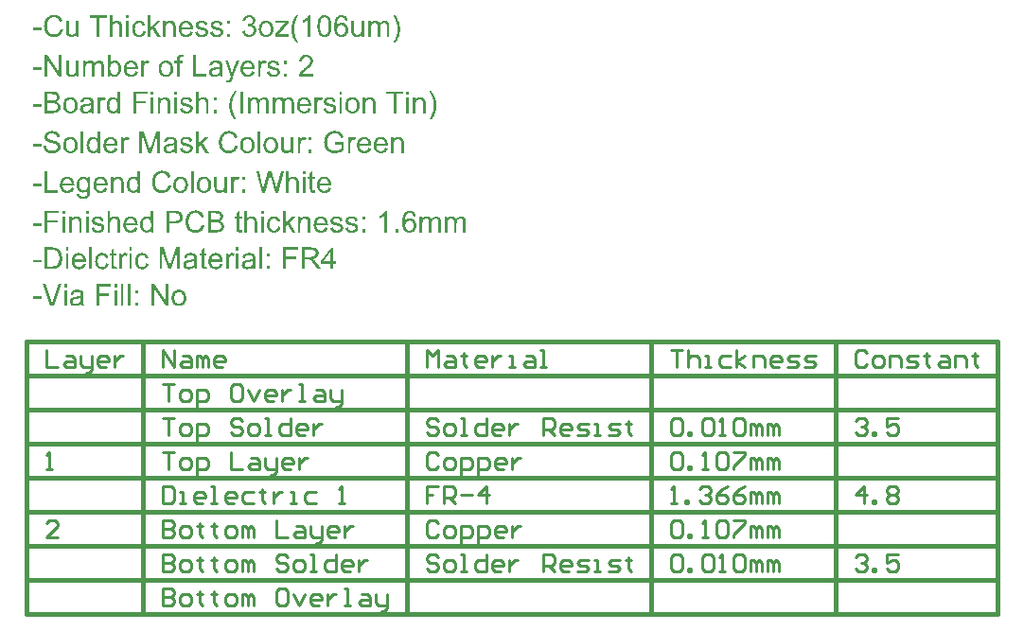
<source format=gbr>
%TF.GenerationSoftware,Altium Limited,Altium Designer,20.0.13 (296)*%
G04 Layer_Color=32768*
%FSLAX45Y45*%
%MOMM*%
%TF.FileFunction,Other,Manufacturing_Notes*%
%TF.Part,Single*%
G01*
G75*
%TA.AperFunction,NonConductor*%
%ADD70C,0.25400*%
%ADD106C,0.38100*%
G36*
X21771436Y-535724D02*
X21747714D01*
Y-508781D01*
X21771436D01*
Y-535724D01*
D02*
G37*
G36*
X21323650D02*
X21299928D01*
Y-508781D01*
X21323650D01*
Y-535724D01*
D02*
G37*
G36*
X21960332Y-588732D02*
X21933389D01*
Y-561789D01*
X21960332D01*
Y-588732D01*
D02*
G37*
G36*
X21094339Y-643498D02*
X21022002D01*
Y-619776D01*
X21094339D01*
Y-643498D01*
D02*
G37*
G36*
X22230351Y-701191D02*
X22204286D01*
X22103249Y-550075D01*
Y-701191D01*
X22078941D01*
Y-508781D01*
X22104713D01*
X22206042Y-659898D01*
Y-508781D01*
X22230351D01*
Y-701191D01*
D02*
G37*
G36*
X21204456D02*
X21178391D01*
X21103711Y-508781D01*
X21131532D01*
X21181319Y-648476D01*
Y-648769D01*
X21181612Y-649355D01*
X21181905Y-650233D01*
X21182491Y-651405D01*
X21183369Y-654626D01*
X21184833Y-658726D01*
X21186591Y-663705D01*
X21188348Y-668977D01*
X21191570Y-680105D01*
Y-679812D01*
X21191862Y-679520D01*
X21192155Y-678641D01*
X21192448Y-677470D01*
X21193326Y-674248D01*
X21194498Y-670148D01*
X21195963Y-665462D01*
X21197719Y-660191D01*
X21199770Y-654333D01*
X21201819Y-648476D01*
X21253949Y-508781D01*
X21279721D01*
X21204456Y-701191D01*
D02*
G37*
G36*
X21960332D02*
X21933389D01*
Y-674248D01*
X21960332D01*
Y-701191D01*
D02*
G37*
G36*
X21890338D02*
X21866615D01*
Y-508781D01*
X21890338D01*
Y-701191D01*
D02*
G37*
G36*
X21830594D02*
X21806873D01*
Y-508781D01*
X21830594D01*
Y-701191D01*
D02*
G37*
G36*
X21771436D02*
X21747714D01*
Y-561789D01*
X21771436D01*
Y-701191D01*
D02*
G37*
G36*
X21717549Y-531331D02*
X21613290D01*
Y-591368D01*
X21703493D01*
Y-613919D01*
X21613290D01*
Y-701191D01*
X21587811D01*
Y-508781D01*
X21717549D01*
Y-531331D01*
D02*
G37*
G36*
X21424396Y-558860D02*
X21428494Y-559153D01*
X21433180Y-559739D01*
X21438159Y-560325D01*
X21442845Y-561496D01*
X21447238Y-562961D01*
X21447824Y-563253D01*
X21448994Y-563546D01*
X21451045Y-564718D01*
X21453387Y-565889D01*
X21456024Y-567353D01*
X21458952Y-569111D01*
X21461295Y-571161D01*
X21463638Y-573504D01*
X21463931Y-573796D01*
X21464517Y-574675D01*
X21465395Y-575846D01*
X21466566Y-577896D01*
X21467738Y-580239D01*
X21468910Y-582875D01*
X21470081Y-586097D01*
X21470959Y-589611D01*
Y-589904D01*
X21471252Y-590782D01*
X21471545Y-592247D01*
X21471838Y-594590D01*
Y-597518D01*
X21472131Y-601325D01*
X21472424Y-605718D01*
Y-611283D01*
Y-642912D01*
Y-643205D01*
Y-644376D01*
Y-646133D01*
Y-648183D01*
Y-650819D01*
Y-653748D01*
X21472717Y-660484D01*
Y-667805D01*
X21473010Y-674541D01*
X21473302Y-677762D01*
Y-680398D01*
X21473595Y-682741D01*
X21473888Y-684791D01*
Y-685084D01*
X21474181Y-686255D01*
X21474474Y-688013D01*
X21475060Y-690063D01*
X21475938Y-692406D01*
X21477110Y-695334D01*
X21479745Y-701191D01*
X21455145D01*
X21454852Y-700899D01*
X21454559Y-700020D01*
X21453973Y-698263D01*
X21453094Y-696213D01*
X21452216Y-693577D01*
X21451631Y-690648D01*
X21451045Y-687427D01*
X21450459Y-683620D01*
X21449873Y-684205D01*
X21448116Y-685377D01*
X21445773Y-687427D01*
X21442259Y-689770D01*
X21438452Y-692698D01*
X21434059Y-695334D01*
X21429666Y-697677D01*
X21424980Y-699727D01*
X21424396Y-700020D01*
X21422929Y-700313D01*
X21420587Y-701191D01*
X21417366Y-702070D01*
X21413266Y-702949D01*
X21408873Y-703534D01*
X21404187Y-704120D01*
X21398917Y-704413D01*
X21396866D01*
X21395108Y-704120D01*
X21393352D01*
X21391008Y-703827D01*
X21386031Y-702949D01*
X21380173Y-701777D01*
X21374608Y-699727D01*
X21368752Y-697091D01*
X21363773Y-693284D01*
X21363187Y-692698D01*
X21361722Y-691234D01*
X21359966Y-688891D01*
X21357622Y-685377D01*
X21355280Y-681277D01*
X21353522Y-676591D01*
X21352058Y-670734D01*
X21351472Y-664584D01*
Y-663998D01*
Y-662826D01*
X21351765Y-660776D01*
X21352058Y-658434D01*
X21352643Y-655505D01*
X21353229Y-652283D01*
X21354401Y-649062D01*
X21355865Y-645840D01*
X21356158Y-645548D01*
X21356743Y-644376D01*
X21357622Y-642912D01*
X21359087Y-640862D01*
X21360843Y-638812D01*
X21363187Y-636469D01*
X21365529Y-634419D01*
X21368166Y-632369D01*
X21368459Y-632076D01*
X21369629Y-631490D01*
X21371094Y-630612D01*
X21373145Y-629440D01*
X21375780Y-627976D01*
X21378415Y-626804D01*
X21381638Y-625633D01*
X21385152Y-624462D01*
X21385445D01*
X21386615Y-624169D01*
X21388080Y-623876D01*
X21390424Y-623290D01*
X21393352Y-622704D01*
X21397157Y-622119D01*
X21401257Y-621533D01*
X21406236Y-620947D01*
X21406531D01*
X21407410Y-620654D01*
X21408873D01*
X21410922Y-620361D01*
X21413266Y-620069D01*
X21415903Y-619776D01*
X21422345Y-618604D01*
X21429080Y-617433D01*
X21436108Y-616261D01*
X21442845Y-614504D01*
X21445773Y-613626D01*
X21448409Y-612747D01*
Y-612454D01*
Y-611868D01*
X21448701Y-610111D01*
Y-608061D01*
Y-607183D01*
Y-606597D01*
Y-606304D01*
Y-606011D01*
Y-604254D01*
X21448409Y-601618D01*
X21447824Y-598690D01*
X21446945Y-595468D01*
X21445773Y-591954D01*
X21444308Y-589025D01*
X21441966Y-586389D01*
X21441673Y-586097D01*
X21440208Y-585218D01*
X21438159Y-583754D01*
X21435229Y-582289D01*
X21431422Y-580825D01*
X21426736Y-579361D01*
X21421173Y-578482D01*
X21415022Y-578189D01*
X21412387D01*
X21409459Y-578482D01*
X21405650Y-578775D01*
X21401550Y-579654D01*
X21397745Y-580532D01*
X21393645Y-581997D01*
X21390424Y-584047D01*
X21390131Y-584339D01*
X21389252Y-585218D01*
X21387787Y-586682D01*
X21386031Y-588732D01*
X21383980Y-591661D01*
X21382222Y-595175D01*
X21380173Y-599568D01*
X21378708Y-604547D01*
X21355573Y-601325D01*
Y-601033D01*
X21355865Y-600740D01*
X21356158Y-598983D01*
X21357036Y-596347D01*
X21357915Y-592832D01*
X21359380Y-589025D01*
X21361136Y-585218D01*
X21363187Y-581118D01*
X21365822Y-577604D01*
X21366115Y-577311D01*
X21367287Y-576139D01*
X21368752Y-574382D01*
X21371094Y-572332D01*
X21374022Y-570282D01*
X21377829Y-567939D01*
X21381931Y-565596D01*
X21386615Y-563546D01*
X21386908D01*
X21387201Y-563253D01*
X21388080Y-562961D01*
X21388959Y-562668D01*
X21391887Y-562082D01*
X21395694Y-560910D01*
X21400380Y-560032D01*
X21405650Y-559446D01*
X21411801Y-558860D01*
X21418243Y-558568D01*
X21421173D01*
X21424396Y-558860D01*
D02*
G37*
G36*
X21323650Y-701191D02*
X21299928D01*
Y-561789D01*
X21323650D01*
Y-701191D01*
D02*
G37*
G36*
X22331094Y-558860D02*
X22333731Y-559153D01*
X22336366Y-559446D01*
X22339587Y-560032D01*
X22343103Y-560910D01*
X22350424Y-563253D01*
X22354231Y-564718D01*
X22358331Y-566475D01*
X22362138Y-568818D01*
X22365945Y-571454D01*
X22369753Y-574382D01*
X22373267Y-577604D01*
X22373560Y-577896D01*
X22374146Y-578482D01*
X22375024Y-579654D01*
X22376196Y-581118D01*
X22377660Y-582875D01*
X22379124Y-585218D01*
X22380882Y-588147D01*
X22382639Y-591075D01*
X22384103Y-594590D01*
X22385860Y-598690D01*
X22387325Y-602790D01*
X22388789Y-607476D01*
X22389961Y-612454D01*
X22390839Y-618019D01*
X22391425Y-623583D01*
X22391718Y-629733D01*
Y-630026D01*
Y-630905D01*
Y-632369D01*
Y-634126D01*
X22391425Y-636469D01*
Y-639105D01*
X22391132Y-642033D01*
X22390839Y-645255D01*
X22389668Y-651991D01*
X22388203Y-659019D01*
X22386153Y-666048D01*
X22383517Y-672198D01*
Y-672491D01*
X22383224Y-672784D01*
X22382053Y-674834D01*
X22380003Y-677470D01*
X22377367Y-680984D01*
X22374146Y-684791D01*
X22370045Y-688598D01*
X22365359Y-692406D01*
X22359796Y-695920D01*
X22359503D01*
X22359210Y-696213D01*
X22358331Y-696798D01*
X22357159Y-697091D01*
X22353938Y-698556D01*
X22349838Y-700020D01*
X22344859Y-701777D01*
X22339294Y-702949D01*
X22333145Y-704120D01*
X22326408Y-704413D01*
X22323482D01*
X22321431Y-704120D01*
X22319089Y-703827D01*
X22316159Y-703534D01*
X22312938Y-702949D01*
X22309424Y-702070D01*
X22302103Y-699727D01*
X22298003Y-698263D01*
X22294196Y-696506D01*
X22290096Y-694456D01*
X22286287Y-691820D01*
X22282480Y-688891D01*
X22278966Y-685670D01*
X22278673Y-685377D01*
X22278087Y-684791D01*
X22277209Y-683620D01*
X22276331Y-682155D01*
X22274866Y-680105D01*
X22273401Y-677762D01*
X22271645Y-675127D01*
X22270180Y-671905D01*
X22268423Y-668098D01*
X22266666Y-664291D01*
X22265201Y-659605D01*
X22264030Y-654919D01*
X22262859Y-649648D01*
X22261980Y-644083D01*
X22261394Y-637933D01*
X22261101Y-631490D01*
Y-630905D01*
Y-629733D01*
X22261394Y-627683D01*
Y-625047D01*
X22261687Y-621826D01*
X22262273Y-618311D01*
X22262859Y-614211D01*
X22263737Y-609818D01*
X22264908Y-605133D01*
X22266373Y-600447D01*
X22268130Y-595761D01*
X22270180Y-591075D01*
X22272523Y-586389D01*
X22275452Y-581997D01*
X22278673Y-577896D01*
X22282480Y-574089D01*
X22282773Y-573796D01*
X22283359Y-573504D01*
X22284238Y-572625D01*
X22285703Y-571746D01*
X22287459Y-570575D01*
X22289510Y-569111D01*
X22291852Y-567646D01*
X22294780Y-566182D01*
X22297710Y-565011D01*
X22300931Y-563546D01*
X22308545Y-560910D01*
X22317038Y-559153D01*
X22321724Y-558860D01*
X22326408Y-558568D01*
X22329045D01*
X22331094Y-558860D01*
D02*
G37*
G36*
X22860883Y-206733D02*
X22837161D01*
Y-179790D01*
X22860883D01*
Y-206733D01*
D02*
G37*
G36*
X21905566D02*
X21881845D01*
Y-179790D01*
X21905566D01*
Y-206733D01*
D02*
G37*
G36*
X21338293D02*
X21314571D01*
Y-179790D01*
X21338293D01*
Y-206733D01*
D02*
G37*
G36*
X22803189Y-229869D02*
X22806410Y-230455D01*
X22809924Y-231626D01*
X22814024Y-232798D01*
X22818417Y-234848D01*
X22823103Y-237483D01*
X22814610Y-259155D01*
X22814317Y-258862D01*
X22813145Y-258277D01*
X22811389Y-257398D01*
X22809338Y-256519D01*
X22806703Y-255641D01*
X22803775Y-254762D01*
X22800552Y-254177D01*
X22797331Y-253884D01*
X22796159D01*
X22794696Y-254177D01*
X22792645Y-254469D01*
X22790596Y-255055D01*
X22788252Y-255934D01*
X22785910Y-257105D01*
X22783566Y-258569D01*
X22783273Y-258862D01*
X22782687Y-259448D01*
X22781517Y-260619D01*
X22780347Y-262084D01*
X22778880Y-263841D01*
X22777417Y-266184D01*
X22776247Y-268820D01*
X22775073Y-271748D01*
X22774780Y-272334D01*
X22774487Y-273798D01*
X22773903Y-276434D01*
X22773317Y-279948D01*
X22772438Y-284048D01*
X22771854Y-288734D01*
X22771561Y-293713D01*
X22771268Y-299277D01*
Y-372200D01*
X22747545D01*
Y-232798D01*
X22768924D01*
Y-253591D01*
X22769217Y-253298D01*
X22770387Y-251541D01*
X22771854Y-248905D01*
X22773610Y-245976D01*
X22775954Y-242755D01*
X22778587Y-239533D01*
X22780931Y-236605D01*
X22783566Y-234555D01*
X22783859Y-234262D01*
X22784740Y-233676D01*
X22786203Y-233090D01*
X22788252Y-231919D01*
X22790303Y-231040D01*
X22792940Y-230455D01*
X22795866Y-229869D01*
X22798796Y-229576D01*
X22800845D01*
X22803189Y-229869D01*
D02*
G37*
G36*
X21847873D02*
X21851094Y-230455D01*
X21854610Y-231626D01*
X21858710Y-232798D01*
X21863103Y-234848D01*
X21867789Y-237483D01*
X21859296Y-259155D01*
X21859003Y-258862D01*
X21857829Y-258277D01*
X21856073Y-257398D01*
X21854024Y-256519D01*
X21851387Y-255641D01*
X21848459Y-254762D01*
X21845238Y-254177D01*
X21842017Y-253884D01*
X21840845D01*
X21839380Y-254177D01*
X21837331Y-254469D01*
X21835280Y-255055D01*
X21832938Y-255934D01*
X21830594Y-257105D01*
X21828252Y-258569D01*
X21827959Y-258862D01*
X21827373Y-259448D01*
X21826201Y-260619D01*
X21825031Y-262084D01*
X21823566Y-263841D01*
X21822101Y-266184D01*
X21820930Y-268820D01*
X21819759Y-271748D01*
X21819466Y-272334D01*
X21819173Y-273798D01*
X21818587Y-276434D01*
X21818001Y-279948D01*
X21817122Y-284048D01*
X21816537Y-288734D01*
X21816245Y-293713D01*
X21815952Y-299277D01*
Y-372200D01*
X21792229D01*
Y-232798D01*
X21813608D01*
Y-253591D01*
X21813901Y-253298D01*
X21815073Y-251541D01*
X21816537Y-248905D01*
X21818294Y-245976D01*
X21820638Y-242755D01*
X21823273Y-239533D01*
X21825615Y-236605D01*
X21828252Y-234555D01*
X21828545Y-234262D01*
X21829424Y-233676D01*
X21830887Y-233090D01*
X21832938Y-231919D01*
X21834987Y-231040D01*
X21837624Y-230455D01*
X21840552Y-229869D01*
X21843480Y-229576D01*
X21845531D01*
X21847873Y-229869D01*
D02*
G37*
G36*
X23139394Y-259741D02*
X23112451D01*
Y-232798D01*
X23139394D01*
Y-259741D01*
D02*
G37*
G36*
X22001334Y-229869D02*
X22003383D01*
X22005434Y-230162D01*
X22010704Y-231040D01*
X22016562Y-232505D01*
X22023004Y-234555D01*
X22029155Y-237483D01*
X22034718Y-241291D01*
X22035011D01*
X22035304Y-241876D01*
X22037062Y-243341D01*
X22039404Y-245976D01*
X22042332Y-249491D01*
X22045555Y-254177D01*
X22048483Y-259741D01*
X22051118Y-266477D01*
X22053169Y-273798D01*
X22030325Y-277313D01*
Y-277020D01*
X22030032Y-276727D01*
X22029739Y-274970D01*
X22028862Y-272627D01*
X22027690Y-269405D01*
X22025932Y-265891D01*
X22023883Y-262377D01*
X22021539Y-259155D01*
X22018613Y-256227D01*
X22018320Y-255934D01*
X22017146Y-255055D01*
X22015390Y-253884D01*
X22013046Y-252419D01*
X22010120Y-251248D01*
X22006897Y-250076D01*
X22002797Y-249198D01*
X21998697Y-248905D01*
X21996941D01*
X21995769Y-249198D01*
X21992548Y-249491D01*
X21988448Y-250369D01*
X21983762Y-252126D01*
X21979076Y-254469D01*
X21974097Y-257398D01*
X21971754Y-259448D01*
X21969704Y-261791D01*
X21969118Y-262377D01*
X21968825Y-263255D01*
X21967946Y-264134D01*
X21967068Y-265598D01*
X21966190Y-267355D01*
X21965311Y-269405D01*
X21964432Y-271748D01*
X21963261Y-274384D01*
X21962383Y-277313D01*
X21961504Y-280827D01*
X21960625Y-284341D01*
X21959746Y-288441D01*
X21959453Y-292834D01*
X21958868Y-297520D01*
Y-302499D01*
Y-302792D01*
Y-303670D01*
Y-305135D01*
X21959161Y-307185D01*
Y-309527D01*
X21959453Y-312163D01*
X21960332Y-318020D01*
X21961504Y-324756D01*
X21963261Y-331785D01*
X21965897Y-337935D01*
X21967654Y-340864D01*
X21969411Y-343499D01*
X21969997Y-344085D01*
X21971461Y-345549D01*
X21973804Y-347600D01*
X21977025Y-349650D01*
X21980832Y-351992D01*
X21985811Y-354042D01*
X21991083Y-355507D01*
X21994011Y-355800D01*
X21997234Y-356093D01*
X21999576D01*
X22002211Y-355507D01*
X22005434Y-354921D01*
X22008948Y-354042D01*
X22013046Y-352578D01*
X22016853Y-350528D01*
X22020369Y-347600D01*
X22020662Y-347307D01*
X22021832Y-345842D01*
X22023590Y-344085D01*
X22025346Y-341157D01*
X22027397Y-337349D01*
X22029446Y-332956D01*
X22031206Y-327392D01*
X22032376Y-321242D01*
X22055511Y-324463D01*
Y-324756D01*
X22055219Y-325635D01*
X22054926Y-326806D01*
X22054634Y-328271D01*
X22054048Y-330321D01*
X22053462Y-332664D01*
X22051704Y-338228D01*
X22049069Y-344085D01*
X22045555Y-350528D01*
X22041162Y-356385D01*
X22035890Y-361950D01*
X22035599D01*
X22035304Y-362535D01*
X22034425Y-363121D01*
X22033255Y-364000D01*
X22031497Y-365171D01*
X22029739Y-366343D01*
X22025346Y-368686D01*
X22019783Y-371028D01*
X22013046Y-373371D01*
X22005727Y-374836D01*
X22001627Y-375129D01*
X21997525Y-375421D01*
X21994890D01*
X21992841Y-375129D01*
X21990497Y-374836D01*
X21987569Y-374543D01*
X21984641Y-373957D01*
X21981125Y-373079D01*
X21973804Y-371028D01*
X21969997Y-369271D01*
X21966190Y-367514D01*
X21962383Y-365464D01*
X21958868Y-363121D01*
X21955353Y-360193D01*
X21951839Y-356971D01*
X21951546Y-356678D01*
X21950960Y-356093D01*
X21950375Y-354921D01*
X21949203Y-353457D01*
X21947739Y-351407D01*
X21946275Y-349064D01*
X21944810Y-346428D01*
X21943346Y-343207D01*
X21941589Y-339692D01*
X21940125Y-335592D01*
X21938660Y-331199D01*
X21937196Y-326221D01*
X21936024Y-321242D01*
X21935439Y-315385D01*
X21934853Y-309527D01*
X21934560Y-303084D01*
Y-302792D01*
Y-302206D01*
Y-300742D01*
Y-299277D01*
X21934853Y-297227D01*
Y-295177D01*
X21935439Y-289613D01*
X21936317Y-283463D01*
X21937782Y-277020D01*
X21939539Y-269991D01*
X21941882Y-263548D01*
Y-263255D01*
X21942175Y-262670D01*
X21942760Y-261791D01*
X21943346Y-260619D01*
X21945103Y-257691D01*
X21947446Y-253884D01*
X21950668Y-249784D01*
X21954475Y-245684D01*
X21959161Y-241583D01*
X21964432Y-238069D01*
X21964725D01*
X21965018Y-237776D01*
X21965897Y-237191D01*
X21967068Y-236605D01*
X21970290Y-235433D01*
X21974390Y-233676D01*
X21979076Y-232212D01*
X21984932Y-230748D01*
X21991083Y-229869D01*
X21997525Y-229576D01*
X21999867D01*
X22001334Y-229869D01*
D02*
G37*
G36*
X21643163D02*
X21645212D01*
X21647263Y-230162D01*
X21652534Y-231040D01*
X21658391Y-232505D01*
X21664835Y-234555D01*
X21670984Y-237483D01*
X21676549Y-241291D01*
X21676842D01*
X21677135Y-241876D01*
X21678893Y-243341D01*
X21681235Y-245976D01*
X21684163Y-249491D01*
X21687386Y-254177D01*
X21690314Y-259741D01*
X21692949Y-266477D01*
X21695000Y-273798D01*
X21672156Y-277313D01*
Y-277020D01*
X21671863Y-276727D01*
X21671570Y-274970D01*
X21670691Y-272627D01*
X21669521Y-269405D01*
X21667763Y-265891D01*
X21665714Y-262377D01*
X21663370Y-259155D01*
X21660442Y-256227D01*
X21660149Y-255934D01*
X21658977Y-255055D01*
X21657220Y-253884D01*
X21654877Y-252419D01*
X21651949Y-251248D01*
X21648727Y-250076D01*
X21644627Y-249198D01*
X21640527Y-248905D01*
X21638770D01*
X21637598Y-249198D01*
X21634377Y-249491D01*
X21630276Y-250369D01*
X21625591Y-252126D01*
X21620905Y-254469D01*
X21615926Y-257398D01*
X21613583Y-259448D01*
X21611533Y-261791D01*
X21610948Y-262377D01*
X21610655Y-263255D01*
X21609776Y-264134D01*
X21608897Y-265598D01*
X21608018Y-267355D01*
X21607140Y-269405D01*
X21606262Y-271748D01*
X21605090Y-274384D01*
X21604211Y-277313D01*
X21603333Y-280827D01*
X21602455Y-284341D01*
X21601576Y-288441D01*
X21601283Y-292834D01*
X21600697Y-297520D01*
Y-302499D01*
Y-302792D01*
Y-303670D01*
Y-305135D01*
X21600990Y-307185D01*
Y-309527D01*
X21601283Y-312163D01*
X21602162Y-318020D01*
X21603333Y-324756D01*
X21605090Y-331785D01*
X21607726Y-337935D01*
X21609483Y-340864D01*
X21611240Y-343499D01*
X21611826Y-344085D01*
X21613290Y-345549D01*
X21615633Y-347600D01*
X21618855Y-349650D01*
X21622662Y-351992D01*
X21627641Y-354042D01*
X21632912Y-355507D01*
X21635841Y-355800D01*
X21639062Y-356093D01*
X21641405D01*
X21644041Y-355507D01*
X21647263Y-354921D01*
X21650777Y-354042D01*
X21654877Y-352578D01*
X21658684Y-350528D01*
X21662198Y-347600D01*
X21662491Y-347307D01*
X21663663Y-345842D01*
X21665421Y-344085D01*
X21667177Y-341157D01*
X21669228Y-337349D01*
X21671277Y-332956D01*
X21673035Y-327392D01*
X21674207Y-321242D01*
X21697342Y-324463D01*
Y-324756D01*
X21697049Y-325635D01*
X21696756Y-326806D01*
X21696463Y-328271D01*
X21695879Y-330321D01*
X21695293Y-332664D01*
X21693535Y-338228D01*
X21690900Y-344085D01*
X21687386Y-350528D01*
X21682993Y-356385D01*
X21677721Y-361950D01*
X21677428D01*
X21677135Y-362535D01*
X21676256Y-363121D01*
X21675084Y-364000D01*
X21673328Y-365171D01*
X21671570Y-366343D01*
X21667177Y-368686D01*
X21661613Y-371028D01*
X21654877Y-373371D01*
X21647556Y-374836D01*
X21643456Y-375129D01*
X21639355Y-375421D01*
X21636719D01*
X21634669Y-375129D01*
X21632327Y-374836D01*
X21629398Y-374543D01*
X21626469Y-373957D01*
X21622955Y-373079D01*
X21615633Y-371028D01*
X21611826Y-369271D01*
X21608018Y-367514D01*
X21604211Y-365464D01*
X21600697Y-363121D01*
X21597183Y-360193D01*
X21593669Y-356971D01*
X21593376Y-356678D01*
X21592790Y-356093D01*
X21592204Y-354921D01*
X21591032Y-353457D01*
X21589569Y-351407D01*
X21588104Y-349064D01*
X21586639Y-346428D01*
X21585176Y-343207D01*
X21583418Y-339692D01*
X21581953Y-335592D01*
X21580490Y-331199D01*
X21579025Y-326221D01*
X21577853Y-321242D01*
X21577269Y-315385D01*
X21576683Y-309527D01*
X21576390Y-303084D01*
Y-302792D01*
Y-302206D01*
Y-300742D01*
Y-299277D01*
X21576683Y-297227D01*
Y-295177D01*
X21577269Y-289613D01*
X21578146Y-283463D01*
X21579611Y-277020D01*
X21581369Y-269991D01*
X21583711Y-263548D01*
Y-263255D01*
X21584004Y-262670D01*
X21584590Y-261791D01*
X21585176Y-260619D01*
X21586932Y-257691D01*
X21589276Y-253884D01*
X21592497Y-249784D01*
X21596304Y-245684D01*
X21600990Y-241583D01*
X21606262Y-238069D01*
X21606555D01*
X21606848Y-237776D01*
X21607726Y-237191D01*
X21608897Y-236605D01*
X21612119Y-235433D01*
X21616219Y-233676D01*
X21620905Y-232212D01*
X21626762Y-230748D01*
X21632912Y-229869D01*
X21639355Y-229576D01*
X21641698D01*
X21643163Y-229869D01*
D02*
G37*
G36*
X21094339Y-314506D02*
X21022002D01*
Y-290784D01*
X21094339D01*
Y-314506D01*
D02*
G37*
G36*
X22336366Y-372200D02*
X22311766D01*
Y-211126D01*
X22255537Y-372200D01*
X22232693D01*
X22177344Y-208490D01*
Y-372200D01*
X22152742D01*
Y-179790D01*
X22190814D01*
X22236501Y-315970D01*
Y-316263D01*
X22236794Y-316849D01*
X22237086Y-317728D01*
X22237379Y-319192D01*
X22238551Y-322413D01*
X22240015Y-326513D01*
X22241479Y-331199D01*
X22242944Y-335885D01*
X22244408Y-340571D01*
X22245580Y-344378D01*
X22245872Y-343792D01*
X22246165Y-342328D01*
X22247044Y-339985D01*
X22248215Y-336764D01*
X22249387Y-332371D01*
X22251144Y-327099D01*
X22253487Y-320949D01*
X22255830Y-313628D01*
X22301810Y-179790D01*
X22336366D01*
Y-372200D01*
D02*
G37*
G36*
X23705791Y-304549D02*
X23731854D01*
Y-326221D01*
X23705791D01*
Y-372200D01*
X23682068D01*
Y-326221D01*
X23598602D01*
Y-304549D01*
X23686461Y-180082D01*
X23705791D01*
Y-304549D01*
D02*
G37*
G36*
X23514258Y-180082D02*
X23516602D01*
X23522458Y-180375D01*
X23528609Y-180961D01*
X23535051Y-182132D01*
X23541200Y-183304D01*
X23544130Y-184183D01*
X23546765Y-185061D01*
X23547058D01*
X23547351Y-185354D01*
X23549107Y-185940D01*
X23551451Y-187404D01*
X23554379Y-189454D01*
X23557893Y-191797D01*
X23561409Y-195018D01*
X23564923Y-198826D01*
X23568144Y-203511D01*
X23568437Y-204097D01*
X23569316Y-205854D01*
X23570779Y-208490D01*
X23572244Y-212004D01*
X23573709Y-216397D01*
X23575172Y-221376D01*
X23576051Y-226648D01*
X23576344Y-232505D01*
Y-232798D01*
Y-233383D01*
Y-234555D01*
X23576051Y-236019D01*
Y-237776D01*
X23575758Y-239826D01*
X23574586Y-244512D01*
X23573123Y-250076D01*
X23570779Y-255641D01*
X23567265Y-261498D01*
X23565216Y-264427D01*
X23562872Y-267062D01*
X23562286Y-267648D01*
X23561409Y-268234D01*
X23560530Y-269405D01*
X23559065Y-270284D01*
X23557307Y-271748D01*
X23555258Y-272920D01*
X23552916Y-274384D01*
X23550281Y-275848D01*
X23547058Y-277313D01*
X23543837Y-278777D01*
X23540030Y-280241D01*
X23536221Y-281706D01*
X23531828Y-282877D01*
X23527144Y-283756D01*
X23522165Y-284634D01*
X23522751Y-284927D01*
X23523923Y-285513D01*
X23525679Y-286391D01*
X23527728Y-287563D01*
X23532709Y-290784D01*
X23535344Y-292541D01*
X23537395Y-294299D01*
X23537981Y-294884D01*
X23539444Y-296056D01*
X23541495Y-298399D01*
X23544130Y-301327D01*
X23547351Y-305135D01*
X23550867Y-309527D01*
X23554672Y-314506D01*
X23558479Y-320070D01*
X23591866Y-372200D01*
X23559944D01*
X23534465Y-332371D01*
Y-332078D01*
X23533881Y-331492D01*
X23533295Y-330614D01*
X23532709Y-329442D01*
X23530658Y-326513D01*
X23528021Y-322706D01*
X23525095Y-318313D01*
X23521872Y-313920D01*
X23518944Y-309820D01*
X23516016Y-306013D01*
X23515723Y-305720D01*
X23514844Y-304549D01*
X23513379Y-302792D01*
X23511916Y-300742D01*
X23507523Y-296642D01*
X23505472Y-294591D01*
X23503130Y-293127D01*
X23502837Y-292834D01*
X23502251Y-292541D01*
X23501079Y-291956D01*
X23499615Y-291077D01*
X23496100Y-289320D01*
X23491707Y-287856D01*
X23491415D01*
X23490829Y-287563D01*
X23489658D01*
X23488193Y-287270D01*
X23486143Y-286977D01*
X23483800D01*
X23480872Y-286684D01*
X23448071D01*
Y-372200D01*
X23422592D01*
Y-179790D01*
X23511916D01*
X23514258Y-180082D01*
D02*
G37*
G36*
X23389206Y-202340D02*
X23284947D01*
Y-262377D01*
X23375148D01*
Y-284927D01*
X23284947D01*
Y-372200D01*
X23259468D01*
Y-179790D01*
X23389206D01*
Y-202340D01*
D02*
G37*
G36*
X23139394Y-372200D02*
X23112451D01*
Y-345257D01*
X23139394D01*
Y-372200D01*
D02*
G37*
G36*
X23069400D02*
X23045679D01*
Y-179790D01*
X23069400D01*
Y-372200D01*
D02*
G37*
G36*
X22961627Y-229869D02*
X22965727Y-230162D01*
X22970413Y-230748D01*
X22975392Y-231333D01*
X22980077Y-232505D01*
X22984470Y-233969D01*
X22985056Y-234262D01*
X22986227Y-234555D01*
X22988278Y-235726D01*
X22990620Y-236898D01*
X22993256Y-238362D01*
X22996185Y-240119D01*
X22998528Y-242169D01*
X23000871Y-244512D01*
X23001164Y-244805D01*
X23001749Y-245684D01*
X23002628Y-246855D01*
X23003799Y-248905D01*
X23004971Y-251248D01*
X23006142Y-253884D01*
X23007314Y-257105D01*
X23008192Y-260619D01*
Y-260912D01*
X23008485Y-261791D01*
X23008778Y-263255D01*
X23009071Y-265598D01*
Y-268527D01*
X23009364Y-272334D01*
X23009657Y-276727D01*
Y-282291D01*
Y-313920D01*
Y-314213D01*
Y-315385D01*
Y-317142D01*
Y-319192D01*
Y-321828D01*
Y-324756D01*
X23009949Y-331492D01*
Y-338814D01*
X23010242Y-345549D01*
X23010535Y-348771D01*
Y-351407D01*
X23010828Y-353750D01*
X23011121Y-355800D01*
Y-356093D01*
X23011414Y-357264D01*
X23011707Y-359021D01*
X23012292Y-361071D01*
X23013171Y-363414D01*
X23014342Y-366343D01*
X23016978Y-372200D01*
X22992378D01*
X22992085Y-371907D01*
X22991792Y-371028D01*
X22991206Y-369271D01*
X22990327Y-367221D01*
X22989449Y-364586D01*
X22988863Y-361657D01*
X22988278Y-358435D01*
X22987692Y-354628D01*
X22987106Y-355214D01*
X22985349Y-356385D01*
X22983006Y-358435D01*
X22979492Y-360778D01*
X22975685Y-363707D01*
X22971292Y-366343D01*
X22966899Y-368686D01*
X22962213Y-370736D01*
X22961627Y-371028D01*
X22960162Y-371321D01*
X22957820Y-372200D01*
X22954597Y-373079D01*
X22950497Y-373957D01*
X22946104Y-374543D01*
X22941420Y-375129D01*
X22936148Y-375421D01*
X22934097D01*
X22932341Y-375129D01*
X22930585D01*
X22928241Y-374836D01*
X22923262Y-373957D01*
X22917406Y-372786D01*
X22911841Y-370736D01*
X22905983Y-368100D01*
X22901006Y-364293D01*
X22900420Y-363707D01*
X22898955Y-362243D01*
X22897198Y-359900D01*
X22894855Y-356385D01*
X22892513Y-352285D01*
X22890755Y-347600D01*
X22889290Y-341742D01*
X22888705Y-335592D01*
Y-335006D01*
Y-333835D01*
X22888997Y-331785D01*
X22889290Y-329442D01*
X22889876Y-326513D01*
X22890462Y-323292D01*
X22891634Y-320070D01*
X22893097Y-316849D01*
X22893390Y-316556D01*
X22893976Y-315385D01*
X22894855Y-313920D01*
X22896320Y-311870D01*
X22898076Y-309820D01*
X22900420Y-307477D01*
X22902762Y-305427D01*
X22905399Y-303377D01*
X22905692Y-303084D01*
X22906862Y-302499D01*
X22908327Y-301620D01*
X22910376Y-300449D01*
X22913013Y-298984D01*
X22915648Y-297813D01*
X22918869Y-296642D01*
X22922385Y-295470D01*
X22922678D01*
X22923848Y-295177D01*
X22925311Y-294884D01*
X22927655Y-294299D01*
X22930585Y-293713D01*
X22934390Y-293127D01*
X22938490Y-292541D01*
X22943469Y-291956D01*
X22943764D01*
X22944641Y-291663D01*
X22946104D01*
X22948157Y-291370D01*
X22950497Y-291077D01*
X22953134Y-290784D01*
X22959576Y-289613D01*
X22966313Y-288441D01*
X22973341Y-287270D01*
X22980077Y-285513D01*
X22983006Y-284634D01*
X22985641Y-283756D01*
Y-283463D01*
Y-282877D01*
X22985934Y-281120D01*
Y-279070D01*
Y-278191D01*
Y-277605D01*
Y-277313D01*
Y-277020D01*
Y-275263D01*
X22985641Y-272627D01*
X22985056Y-269698D01*
X22984178Y-266477D01*
X22983006Y-262962D01*
X22981541Y-260034D01*
X22979199Y-257398D01*
X22978906Y-257105D01*
X22977441Y-256227D01*
X22975392Y-254762D01*
X22972462Y-253298D01*
X22968655Y-251834D01*
X22963969Y-250369D01*
X22958406Y-249491D01*
X22952255Y-249198D01*
X22949620D01*
X22946690Y-249491D01*
X22942883Y-249784D01*
X22938783Y-250662D01*
X22934978Y-251541D01*
X22930878Y-253005D01*
X22927655Y-255055D01*
X22927362Y-255348D01*
X22926485Y-256227D01*
X22925018Y-257691D01*
X22923262Y-259741D01*
X22921211Y-262670D01*
X22919455Y-266184D01*
X22917406Y-270577D01*
X22915941Y-275555D01*
X22892805Y-272334D01*
Y-272041D01*
X22893097Y-271748D01*
X22893390Y-269991D01*
X22894269Y-267355D01*
X22895148Y-263841D01*
X22896613Y-260034D01*
X22898369Y-256227D01*
X22900420Y-252126D01*
X22903055Y-248612D01*
X22903348Y-248319D01*
X22904520Y-247148D01*
X22905983Y-245391D01*
X22908327Y-243341D01*
X22911255Y-241291D01*
X22915062Y-238948D01*
X22919162Y-236605D01*
X22923848Y-234555D01*
X22924141D01*
X22924434Y-234262D01*
X22925311Y-233969D01*
X22926192Y-233676D01*
X22929118Y-233090D01*
X22932927Y-231919D01*
X22937611Y-231040D01*
X22942883Y-230455D01*
X22949034Y-229869D01*
X22955476Y-229576D01*
X22958406D01*
X22961627Y-229869D01*
D02*
G37*
G36*
X22860883Y-372200D02*
X22837161D01*
Y-232798D01*
X22860883D01*
Y-372200D01*
D02*
G37*
G36*
X22439162Y-229869D02*
X22443262Y-230162D01*
X22447948Y-230748D01*
X22452927Y-231333D01*
X22457613Y-232505D01*
X22462006Y-233969D01*
X22462590Y-234262D01*
X22463762Y-234555D01*
X22465813Y-235726D01*
X22468155Y-236898D01*
X22470790Y-238362D01*
X22473718Y-240119D01*
X22476062Y-242169D01*
X22478406Y-244512D01*
X22478699Y-244805D01*
X22479283Y-245684D01*
X22480162Y-246855D01*
X22481332Y-248905D01*
X22482504Y-251248D01*
X22483676Y-253884D01*
X22484848Y-257105D01*
X22485725Y-260619D01*
Y-260912D01*
X22486018Y-261791D01*
X22486311Y-263255D01*
X22486604Y-265598D01*
Y-268527D01*
X22486897Y-272334D01*
X22487190Y-276727D01*
Y-282291D01*
Y-313920D01*
Y-314213D01*
Y-315385D01*
Y-317142D01*
Y-319192D01*
Y-321828D01*
Y-324756D01*
X22487485Y-331492D01*
Y-338814D01*
X22487776Y-345549D01*
X22488069Y-348771D01*
Y-351407D01*
X22488362Y-353750D01*
X22488655Y-355800D01*
Y-356093D01*
X22488948Y-357264D01*
X22489241Y-359021D01*
X22489825Y-361071D01*
X22490704Y-363414D01*
X22491878Y-366343D01*
X22494511Y-372200D01*
X22469913D01*
X22469620Y-371907D01*
X22469325Y-371028D01*
X22468739Y-369271D01*
X22467862Y-367221D01*
X22466983Y-364586D01*
X22466399Y-361657D01*
X22465813Y-358435D01*
X22465227Y-354628D01*
X22464639Y-355214D01*
X22462883Y-356385D01*
X22460539Y-358435D01*
X22457027Y-360778D01*
X22453220Y-363707D01*
X22448827Y-366343D01*
X22444434Y-368686D01*
X22439748Y-370736D01*
X22439162Y-371028D01*
X22437697Y-371321D01*
X22435355Y-372200D01*
X22432133Y-373079D01*
X22428033Y-373957D01*
X22423640Y-374543D01*
X22418954Y-375129D01*
X22413683Y-375421D01*
X22411632D01*
X22409875Y-375129D01*
X22408118D01*
X22405775Y-374836D01*
X22400797Y-373957D01*
X22394939Y-372786D01*
X22389375Y-370736D01*
X22383517Y-368100D01*
X22378539Y-364293D01*
X22377953Y-363707D01*
X22376489Y-362243D01*
X22374731Y-359900D01*
X22372389Y-356385D01*
X22370045Y-352285D01*
X22368289Y-347600D01*
X22366824Y-341742D01*
X22366238Y-335592D01*
Y-335006D01*
Y-333835D01*
X22366531Y-331785D01*
X22366824Y-329442D01*
X22367410Y-326513D01*
X22367996Y-323292D01*
X22369167Y-320070D01*
X22370631Y-316849D01*
X22370924Y-316556D01*
X22371510Y-315385D01*
X22372389Y-313920D01*
X22373853Y-311870D01*
X22375610Y-309820D01*
X22377953Y-307477D01*
X22380296Y-305427D01*
X22382932Y-303377D01*
X22383224Y-303084D01*
X22384396Y-302499D01*
X22385860Y-301620D01*
X22387910Y-300449D01*
X22390546Y-298984D01*
X22393182Y-297813D01*
X22396404Y-296642D01*
X22399918Y-295470D01*
X22400211D01*
X22401382Y-295177D01*
X22402846Y-294884D01*
X22405190Y-294299D01*
X22408118Y-293713D01*
X22411925Y-293127D01*
X22416025Y-292541D01*
X22421004Y-291956D01*
X22421297D01*
X22422176Y-291663D01*
X22423640D01*
X22425690Y-291370D01*
X22428033Y-291077D01*
X22430669Y-290784D01*
X22437111Y-289613D01*
X22443848Y-288441D01*
X22450876Y-287270D01*
X22457613Y-285513D01*
X22460539Y-284634D01*
X22463176Y-283756D01*
Y-283463D01*
Y-282877D01*
X22463469Y-281120D01*
Y-279070D01*
Y-278191D01*
Y-277605D01*
Y-277313D01*
Y-277020D01*
Y-275263D01*
X22463176Y-272627D01*
X22462590Y-269698D01*
X22461713Y-266477D01*
X22460539Y-262962D01*
X22459076Y-260034D01*
X22456734Y-257398D01*
X22456441Y-257105D01*
X22454976Y-256227D01*
X22452927Y-254762D01*
X22449997Y-253298D01*
X22446190Y-251834D01*
X22441504Y-250369D01*
X22435941Y-249491D01*
X22429790Y-249198D01*
X22427155D01*
X22424225Y-249491D01*
X22420418Y-249784D01*
X22416318Y-250662D01*
X22412511Y-251541D01*
X22408411Y-253005D01*
X22405190Y-255055D01*
X22404897Y-255348D01*
X22404018Y-256227D01*
X22402554Y-257691D01*
X22400797Y-259741D01*
X22398746Y-262670D01*
X22396989Y-266184D01*
X22394939Y-270577D01*
X22393475Y-275555D01*
X22370338Y-272334D01*
Y-272041D01*
X22370631Y-271748D01*
X22370924Y-269991D01*
X22371803Y-267355D01*
X22372682Y-263841D01*
X22374146Y-260034D01*
X22375903Y-256227D01*
X22377953Y-252126D01*
X22380589Y-248612D01*
X22380882Y-248319D01*
X22382053Y-247148D01*
X22383517Y-245391D01*
X22385860Y-243341D01*
X22388789Y-241291D01*
X22392596Y-238948D01*
X22396696Y-236605D01*
X22401382Y-234555D01*
X22401675D01*
X22401968Y-234262D01*
X22402846Y-233969D01*
X22403725Y-233676D01*
X22406654Y-233090D01*
X22410461Y-231919D01*
X22415147Y-231040D01*
X22420418Y-230455D01*
X22426569Y-229869D01*
X22433011Y-229576D01*
X22435941D01*
X22439162Y-229869D01*
D02*
G37*
G36*
X21905566Y-372200D02*
X21881845D01*
Y-232798D01*
X21905566D01*
Y-372200D01*
D02*
G37*
G36*
X21546811D02*
X21523090D01*
Y-179790D01*
X21546811D01*
Y-372200D01*
D02*
G37*
G36*
X21338293D02*
X21314571D01*
Y-232798D01*
X21338293D01*
Y-372200D01*
D02*
G37*
G36*
X21202405Y-180082D02*
X21207677Y-180375D01*
X21213535Y-180961D01*
X21219098Y-181840D01*
X21223784Y-182718D01*
X21224077D01*
X21224663Y-183011D01*
X21225249D01*
X21226421Y-183597D01*
X21229642Y-184475D01*
X21233449Y-185940D01*
X21237840Y-187697D01*
X21242526Y-190040D01*
X21247214Y-192968D01*
X21251900Y-196483D01*
X21252193D01*
X21252486Y-197068D01*
X21254535Y-198826D01*
X21257170Y-201754D01*
X21260393Y-205561D01*
X21264198Y-210247D01*
X21268005Y-215812D01*
X21271521Y-222255D01*
X21274742Y-229576D01*
Y-229869D01*
X21275035Y-230455D01*
X21275328Y-231626D01*
X21275914Y-233090D01*
X21276498Y-234848D01*
X21277084Y-237191D01*
X21277963Y-239826D01*
X21278549Y-242755D01*
X21279135Y-245976D01*
X21280014Y-249491D01*
X21281184Y-257105D01*
X21282063Y-265598D01*
X21282356Y-274970D01*
Y-275263D01*
Y-275848D01*
Y-277020D01*
Y-278777D01*
X21282063Y-280534D01*
Y-282877D01*
X21281770Y-288149D01*
X21281184Y-294006D01*
X21280014Y-300742D01*
X21278842Y-307477D01*
X21277084Y-313920D01*
Y-314213D01*
X21276791Y-314799D01*
X21276498Y-315678D01*
X21276205Y-316849D01*
X21275035Y-319778D01*
X21273570Y-323878D01*
X21271812Y-328271D01*
X21269472Y-332956D01*
X21266835Y-337642D01*
X21263905Y-342035D01*
X21263612Y-342621D01*
X21262442Y-343792D01*
X21260979Y-345842D01*
X21258635Y-348478D01*
X21256293Y-351114D01*
X21253070Y-354042D01*
X21249849Y-356971D01*
X21246333Y-359607D01*
X21246042Y-359900D01*
X21244577Y-360485D01*
X21242526Y-361657D01*
X21239891Y-363121D01*
X21236670Y-364586D01*
X21232863Y-366050D01*
X21228470Y-367514D01*
X21223491Y-368978D01*
X21222905D01*
X21221149Y-369564D01*
X21218513Y-369857D01*
X21214705Y-370443D01*
X21210312Y-371028D01*
X21205042Y-371614D01*
X21199184Y-371907D01*
X21192741Y-372200D01*
X21123625D01*
Y-179790D01*
X21197426D01*
X21202405Y-180082D01*
D02*
G37*
G36*
X22551328Y-232798D02*
X22575049D01*
Y-251248D01*
X22551328D01*
Y-332956D01*
Y-333249D01*
Y-334421D01*
Y-336178D01*
X22551620Y-338228D01*
X22551913Y-342621D01*
X22552206Y-344378D01*
X22552499Y-345842D01*
X22552792Y-346428D01*
X22553378Y-347600D01*
X22554549Y-349064D01*
X22556306Y-350528D01*
X22556892Y-350821D01*
X22558356Y-351114D01*
X22560992Y-351700D01*
X22564507Y-351992D01*
X22567435D01*
X22568900Y-351700D01*
X22570656D01*
X22575049Y-351114D01*
X22578271Y-371907D01*
X22577686D01*
X22576514Y-372200D01*
X22574756Y-372493D01*
X22572121Y-372786D01*
X22569485Y-373371D01*
X22566556Y-373664D01*
X22560406Y-373957D01*
X22558356D01*
X22556013Y-373664D01*
X22553085Y-373371D01*
X22549863Y-373079D01*
X22546349Y-372200D01*
X22543127Y-371321D01*
X22540199Y-370150D01*
X22539906Y-369857D01*
X22539027Y-369271D01*
X22537856Y-368393D01*
X22536392Y-367221D01*
X22534634Y-365757D01*
X22533170Y-364000D01*
X22531413Y-361950D01*
X22530241Y-359607D01*
Y-359314D01*
X22529948Y-358143D01*
X22529362Y-356385D01*
X22529070Y-353457D01*
X22528484Y-349650D01*
X22528191Y-347600D01*
X22527899Y-344964D01*
Y-342035D01*
X22527606Y-338814D01*
Y-335299D01*
Y-331492D01*
Y-251248D01*
X22510034D01*
Y-232798D01*
X22527606D01*
Y-198533D01*
X22551328Y-184183D01*
Y-232798D01*
D02*
G37*
G36*
X21745370D02*
X21769093D01*
Y-251248D01*
X21745370D01*
Y-332956D01*
Y-333249D01*
Y-334421D01*
Y-336178D01*
X21745663Y-338228D01*
X21745956Y-342621D01*
X21746249Y-344378D01*
X21746542Y-345842D01*
X21746835Y-346428D01*
X21747421Y-347600D01*
X21748593Y-349064D01*
X21750349Y-350528D01*
X21750935Y-350821D01*
X21752400Y-351114D01*
X21755035Y-351700D01*
X21758549Y-351992D01*
X21761479D01*
X21762943Y-351700D01*
X21764700D01*
X21769093Y-351114D01*
X21772314Y-371907D01*
X21771729D01*
X21770557Y-372200D01*
X21768800Y-372493D01*
X21766164Y-372786D01*
X21763528Y-373371D01*
X21760600Y-373664D01*
X21754449Y-373957D01*
X21752400D01*
X21750056Y-373664D01*
X21747128Y-373371D01*
X21743907Y-373079D01*
X21740393Y-372200D01*
X21737170Y-371321D01*
X21734242Y-370150D01*
X21733949Y-369857D01*
X21733070Y-369271D01*
X21731900Y-368393D01*
X21730435Y-367221D01*
X21728677Y-365757D01*
X21727214Y-364000D01*
X21725456Y-361950D01*
X21724284Y-359607D01*
Y-359314D01*
X21723991Y-358143D01*
X21723407Y-356385D01*
X21723114Y-353457D01*
X21722528Y-349650D01*
X21722235Y-347600D01*
X21721942Y-344964D01*
Y-342035D01*
X21721649Y-338814D01*
Y-335299D01*
Y-331492D01*
Y-251248D01*
X21704079D01*
Y-232798D01*
X21721649D01*
Y-198533D01*
X21745370Y-184183D01*
Y-232798D01*
D02*
G37*
G36*
X22659979Y-229869D02*
X22662321Y-230162D01*
X22665251Y-230455D01*
X22668179Y-231040D01*
X22671693Y-231919D01*
X22678722Y-234262D01*
X22682530Y-235726D01*
X22686337Y-237776D01*
X22690144Y-239826D01*
X22693951Y-242462D01*
X22697466Y-245391D01*
X22700980Y-248905D01*
X22701273Y-249198D01*
X22701859Y-249784D01*
X22702737Y-250955D01*
X22703909Y-252419D01*
X22705080Y-254469D01*
X22706544Y-256812D01*
X22708302Y-259448D01*
X22710059Y-262670D01*
X22711523Y-266477D01*
X22713280Y-270284D01*
X22714745Y-274677D01*
X22716209Y-279656D01*
X22717087Y-284634D01*
X22717966Y-290199D01*
X22718552Y-296056D01*
X22718845Y-302499D01*
Y-302792D01*
Y-303963D01*
Y-306013D01*
X22718552Y-308649D01*
X22614879D01*
Y-308942D01*
Y-309527D01*
X22615170Y-310992D01*
Y-312456D01*
X22615463Y-314506D01*
X22615758Y-316556D01*
X22616930Y-321828D01*
X22618686Y-327392D01*
X22620737Y-333249D01*
X22623956Y-339107D01*
X22627763Y-344085D01*
X22628349Y-344671D01*
X22629816Y-345842D01*
X22632449Y-347892D01*
X22635672Y-349942D01*
X22640065Y-352285D01*
X22645042Y-354335D01*
X22650607Y-355507D01*
X22656758Y-356093D01*
X22659100D01*
X22661444Y-355800D01*
X22664372Y-355214D01*
X22667886Y-354335D01*
X22671693Y-353164D01*
X22675500Y-351700D01*
X22679015Y-349357D01*
X22679308Y-349064D01*
X22680479Y-347892D01*
X22682237Y-346428D01*
X22684286Y-343792D01*
X22686630Y-340864D01*
X22688972Y-337056D01*
X22691316Y-332371D01*
X22693658Y-327099D01*
X22717966Y-330321D01*
Y-330614D01*
X22717673Y-331199D01*
X22717380Y-332371D01*
X22716795Y-333835D01*
X22716209Y-335592D01*
X22715331Y-337642D01*
X22712987Y-342621D01*
X22710059Y-347892D01*
X22706544Y-353457D01*
X22701859Y-359021D01*
X22696587Y-363707D01*
X22696294D01*
X22696001Y-364293D01*
X22695123Y-364878D01*
X22693658Y-365464D01*
X22692194Y-366343D01*
X22690437Y-367514D01*
X22688387Y-368393D01*
X22685751Y-369564D01*
X22680186Y-371614D01*
X22673158Y-373664D01*
X22665544Y-374836D01*
X22656758Y-375421D01*
X22653828D01*
X22651779Y-375129D01*
X22649142Y-374836D01*
X22646214Y-374543D01*
X22642993Y-373957D01*
X22639186Y-373079D01*
X22631572Y-370736D01*
X22627472Y-369271D01*
X22623663Y-367514D01*
X22619563Y-365464D01*
X22615758Y-362828D01*
X22611951Y-359900D01*
X22608437Y-356678D01*
X22608144Y-356385D01*
X22607558Y-355800D01*
X22606677Y-354628D01*
X22605800Y-353164D01*
X22604337Y-351407D01*
X22602872Y-349064D01*
X22601114Y-346135D01*
X22599651Y-342914D01*
X22597893Y-339399D01*
X22596135Y-335592D01*
X22594672Y-331199D01*
X22593500Y-326513D01*
X22592328Y-321535D01*
X22591451Y-315970D01*
X22590865Y-310113D01*
X22590572Y-303963D01*
Y-303670D01*
Y-302499D01*
Y-300449D01*
X22590865Y-298106D01*
X22591158Y-295177D01*
X22591451Y-291663D01*
X22592035Y-287856D01*
X22592914Y-283756D01*
X22594965Y-274970D01*
X22596428Y-270577D01*
X22598186Y-265891D01*
X22600235Y-261498D01*
X22602579Y-257105D01*
X22605214Y-253005D01*
X22608437Y-249198D01*
X22608728Y-248905D01*
X22609314Y-248319D01*
X22610193Y-247441D01*
X22611658Y-245976D01*
X22613414Y-244512D01*
X22615758Y-243048D01*
X22618100Y-241291D01*
X22621030Y-239241D01*
X22624249Y-237483D01*
X22627763Y-235726D01*
X22631572Y-234262D01*
X22635965Y-232505D01*
X22640358Y-231333D01*
X22645042Y-230455D01*
X22650021Y-229869D01*
X22655293Y-229576D01*
X22657928D01*
X22659979Y-229869D01*
D02*
G37*
G36*
X21435815D02*
X21438159Y-230162D01*
X21441087Y-230455D01*
X21444016Y-231040D01*
X21447531Y-231919D01*
X21454559Y-234262D01*
X21458366Y-235726D01*
X21462173Y-237776D01*
X21465981Y-239826D01*
X21469788Y-242462D01*
X21473302Y-245391D01*
X21476817Y-248905D01*
X21477110Y-249198D01*
X21477695Y-249784D01*
X21478574Y-250955D01*
X21479745Y-252419D01*
X21480917Y-254469D01*
X21482381Y-256812D01*
X21484138Y-259448D01*
X21485896Y-262670D01*
X21487360Y-266477D01*
X21489117Y-270284D01*
X21490581Y-274677D01*
X21492046Y-279656D01*
X21492924Y-284634D01*
X21493803Y-290199D01*
X21494389Y-296056D01*
X21494681Y-302499D01*
Y-302792D01*
Y-303963D01*
Y-306013D01*
X21494389Y-308649D01*
X21390715D01*
Y-308942D01*
Y-309527D01*
X21391008Y-310992D01*
Y-312456D01*
X21391301Y-314506D01*
X21391594Y-316556D01*
X21392764Y-321828D01*
X21394524Y-327392D01*
X21396573Y-333249D01*
X21399794Y-339107D01*
X21403601Y-344085D01*
X21404187Y-344671D01*
X21405650Y-345842D01*
X21408287Y-347892D01*
X21411510Y-349942D01*
X21415903Y-352285D01*
X21420880Y-354335D01*
X21426445Y-355507D01*
X21432594Y-356093D01*
X21434938D01*
X21437280Y-355800D01*
X21440208Y-355214D01*
X21443723Y-354335D01*
X21447531Y-353164D01*
X21451338Y-351700D01*
X21454852Y-349357D01*
X21455145Y-349064D01*
X21456316Y-347892D01*
X21458073Y-346428D01*
X21460124Y-343792D01*
X21462466Y-340864D01*
X21464809Y-337056D01*
X21467152Y-332371D01*
X21469495Y-327099D01*
X21493803Y-330321D01*
Y-330614D01*
X21493510Y-331199D01*
X21493217Y-332371D01*
X21492632Y-333835D01*
X21492046Y-335592D01*
X21491167Y-337642D01*
X21488824Y-342621D01*
X21485896Y-347892D01*
X21482381Y-353457D01*
X21477695Y-359021D01*
X21472424Y-363707D01*
X21472131D01*
X21471838Y-364293D01*
X21470959Y-364878D01*
X21469495Y-365464D01*
X21468031Y-366343D01*
X21466273Y-367514D01*
X21464224Y-368393D01*
X21461588Y-369564D01*
X21456024Y-371614D01*
X21448994Y-373664D01*
X21441380Y-374836D01*
X21432594Y-375421D01*
X21429666D01*
X21427615Y-375129D01*
X21424980Y-374836D01*
X21422052Y-374543D01*
X21418829Y-373957D01*
X21415022Y-373079D01*
X21407410Y-370736D01*
X21403308Y-369271D01*
X21399501Y-367514D01*
X21395401Y-365464D01*
X21391594Y-362828D01*
X21387787Y-359900D01*
X21384271Y-356678D01*
X21383980Y-356385D01*
X21383394Y-355800D01*
X21382515Y-354628D01*
X21381638Y-353164D01*
X21380173Y-351407D01*
X21378708Y-349064D01*
X21376952Y-346135D01*
X21375487Y-342914D01*
X21373729Y-339399D01*
X21371973Y-335592D01*
X21370508Y-331199D01*
X21369336Y-326513D01*
X21368166Y-321535D01*
X21367287Y-315970D01*
X21366701Y-310113D01*
X21366408Y-303963D01*
Y-303670D01*
Y-302499D01*
Y-300449D01*
X21366701Y-298106D01*
X21366994Y-295177D01*
X21367287Y-291663D01*
X21367873Y-287856D01*
X21368752Y-283756D01*
X21370801Y-274970D01*
X21372266Y-270577D01*
X21374022Y-265891D01*
X21376073Y-261498D01*
X21378415Y-257105D01*
X21381052Y-253005D01*
X21384271Y-249198D01*
X21384566Y-248905D01*
X21385152Y-248319D01*
X21386031Y-247441D01*
X21387494Y-245976D01*
X21389252Y-244512D01*
X21391594Y-243048D01*
X21393938Y-241291D01*
X21396866Y-239241D01*
X21400087Y-237483D01*
X21403601Y-235726D01*
X21407410Y-234262D01*
X21411801Y-232505D01*
X21416194Y-231333D01*
X21420880Y-230455D01*
X21425859Y-229869D01*
X21431129Y-229576D01*
X21433766D01*
X21435815Y-229869D01*
D02*
G37*
G36*
X24383472Y1187667D02*
X24359750D01*
Y1214610D01*
X24383472D01*
Y1187667D01*
D02*
G37*
G36*
X23786327D02*
X23762605D01*
Y1214610D01*
X23786327D01*
Y1187667D01*
D02*
G37*
G36*
X22308838D02*
X22285117D01*
Y1214610D01*
X22308838D01*
Y1187667D01*
D02*
G37*
G36*
X22099734D02*
X22076012D01*
Y1214610D01*
X22099734D01*
Y1187667D01*
D02*
G37*
G36*
X21799844Y1022200D02*
X21777879D01*
Y1039479D01*
X21777586Y1039186D01*
X21777293Y1038600D01*
X21776414Y1037722D01*
X21775243Y1036258D01*
X21774072Y1034793D01*
X21772314Y1033036D01*
X21770265Y1031279D01*
X21767921Y1029229D01*
X21765286Y1027472D01*
X21762357Y1025422D01*
X21759135Y1023664D01*
X21755914Y1022200D01*
X21752107Y1020736D01*
X21748007Y1019857D01*
X21743614Y1019272D01*
X21738928Y1018979D01*
X21737170D01*
X21736000Y1019272D01*
X21732777Y1019564D01*
X21728970Y1020150D01*
X21723991Y1021322D01*
X21719014Y1022786D01*
X21713449Y1025129D01*
X21708179Y1028057D01*
X21707886D01*
X21707591Y1028350D01*
X21705835Y1029815D01*
X21703493Y1031865D01*
X21700272Y1034793D01*
X21697049Y1038308D01*
X21693242Y1042700D01*
X21690021Y1047679D01*
X21686800Y1053536D01*
Y1053829D01*
X21686507Y1054415D01*
X21686214Y1055294D01*
X21685628Y1056465D01*
X21685042Y1057929D01*
X21684456Y1059979D01*
X21682993Y1064665D01*
X21681528Y1070230D01*
X21680356Y1076672D01*
X21679477Y1083701D01*
X21679184Y1091608D01*
Y1091901D01*
Y1092487D01*
Y1093658D01*
Y1095123D01*
X21679477Y1096880D01*
Y1099223D01*
X21680063Y1104201D01*
X21680942Y1110059D01*
X21682114Y1116209D01*
X21683577Y1122945D01*
X21685921Y1129388D01*
Y1129680D01*
X21686214Y1130266D01*
X21686800Y1131145D01*
X21687386Y1132316D01*
X21688849Y1135245D01*
X21691193Y1139052D01*
X21694119Y1143445D01*
X21697635Y1147838D01*
X21701735Y1151938D01*
X21706714Y1155745D01*
X21707005D01*
X21707298Y1156038D01*
X21709056Y1157210D01*
X21711984Y1158674D01*
X21715791Y1160431D01*
X21720477Y1161895D01*
X21725751Y1163360D01*
X21731607Y1164531D01*
X21737756Y1164824D01*
X21739807D01*
X21742149Y1164531D01*
X21745370Y1164238D01*
X21748593Y1163360D01*
X21752400Y1162481D01*
X21756207Y1161017D01*
X21760014Y1159260D01*
X21760600Y1158967D01*
X21761772Y1158381D01*
X21763528Y1157210D01*
X21765872Y1155452D01*
X21768214Y1153695D01*
X21771143Y1151352D01*
X21773779Y1148424D01*
X21776122Y1145495D01*
Y1214610D01*
X21799844D01*
Y1022200D01*
D02*
G37*
G36*
X24489488Y1164531D02*
X24492416Y1164238D01*
X24495930Y1163652D01*
X24500031Y1162774D01*
X24503838Y1161602D01*
X24507939Y1160138D01*
X24508524Y1159845D01*
X24509695Y1159260D01*
X24511453Y1158381D01*
X24513795Y1156917D01*
X24516432Y1155159D01*
X24519067Y1153109D01*
X24521703Y1150767D01*
X24523753Y1148131D01*
X24524046Y1147838D01*
X24524632Y1146959D01*
X24525510Y1145202D01*
X24526682Y1143152D01*
X24527853Y1140809D01*
X24529025Y1137881D01*
X24530196Y1134366D01*
X24531075Y1130852D01*
Y1130559D01*
X24531367Y1129680D01*
X24531660Y1127923D01*
X24531953Y1125580D01*
Y1122359D01*
X24532246Y1118259D01*
X24532539Y1113573D01*
Y1107716D01*
Y1022200D01*
X24508817D01*
Y1106837D01*
Y1107130D01*
Y1107423D01*
Y1109180D01*
Y1111816D01*
X24508524Y1115037D01*
X24508231Y1118259D01*
X24507646Y1122066D01*
X24506767Y1125288D01*
X24505888Y1128216D01*
Y1128509D01*
X24505302Y1129388D01*
X24504716Y1130852D01*
X24503838Y1132316D01*
X24502374Y1134366D01*
X24500616Y1136123D01*
X24498567Y1138173D01*
X24496223Y1139931D01*
X24495930Y1140224D01*
X24495053Y1140516D01*
X24493588Y1141395D01*
X24491537Y1142274D01*
X24489195Y1142859D01*
X24486267Y1143738D01*
X24483337Y1144031D01*
X24479823Y1144324D01*
X24477188D01*
X24474551Y1143738D01*
X24470744Y1143152D01*
X24466644Y1141981D01*
X24462544Y1140224D01*
X24457858Y1137881D01*
X24453758Y1134659D01*
X24453172Y1134073D01*
X24452002Y1132609D01*
X24450246Y1130266D01*
X24449367Y1128509D01*
X24448488Y1126459D01*
X24447316Y1124116D01*
X24446439Y1121480D01*
X24445560Y1118552D01*
X24444679Y1115330D01*
X24443802Y1111523D01*
X24443509Y1107423D01*
X24442923Y1103030D01*
Y1098344D01*
Y1022200D01*
X24419202D01*
Y1161602D01*
X24440581D01*
Y1141688D01*
X24440874Y1141981D01*
X24441167Y1142566D01*
X24442046Y1143738D01*
X24443509Y1145202D01*
X24444974Y1146959D01*
X24447023Y1149009D01*
X24449072Y1151059D01*
X24451709Y1153402D01*
X24454932Y1155452D01*
X24458151Y1157502D01*
X24461665Y1159552D01*
X24465765Y1161310D01*
X24469865Y1162774D01*
X24474551Y1163945D01*
X24479530Y1164531D01*
X24484802Y1164824D01*
X24486852D01*
X24489488Y1164531D01*
D02*
G37*
G36*
X24041702D02*
X24044630Y1164238D01*
X24048145Y1163652D01*
X24052245Y1162774D01*
X24056052Y1161602D01*
X24060153Y1160138D01*
X24060738Y1159845D01*
X24061909Y1159260D01*
X24063667Y1158381D01*
X24066010Y1156917D01*
X24068646Y1155159D01*
X24071281Y1153109D01*
X24073917Y1150767D01*
X24075967Y1148131D01*
X24076260Y1147838D01*
X24076846Y1146959D01*
X24077724Y1145202D01*
X24078896Y1143152D01*
X24080067Y1140809D01*
X24081239Y1137881D01*
X24082410Y1134366D01*
X24083289Y1130852D01*
Y1130559D01*
X24083582Y1129680D01*
X24083875Y1127923D01*
X24084167Y1125580D01*
Y1122359D01*
X24084460Y1118259D01*
X24084753Y1113573D01*
Y1107716D01*
Y1022200D01*
X24061031D01*
Y1106837D01*
Y1107130D01*
Y1107423D01*
Y1109180D01*
Y1111816D01*
X24060738Y1115037D01*
X24060445Y1118259D01*
X24059860Y1122066D01*
X24058981Y1125288D01*
X24058102Y1128216D01*
Y1128509D01*
X24057516Y1129388D01*
X24056931Y1130852D01*
X24056052Y1132316D01*
X24054588Y1134366D01*
X24052831Y1136123D01*
X24050781Y1138173D01*
X24048438Y1139931D01*
X24048145Y1140224D01*
X24047267Y1140516D01*
X24045802Y1141395D01*
X24043752Y1142274D01*
X24041409Y1142859D01*
X24038481Y1143738D01*
X24035551Y1144031D01*
X24032037Y1144324D01*
X24029402D01*
X24026765Y1143738D01*
X24022958Y1143152D01*
X24018858Y1141981D01*
X24014758Y1140224D01*
X24010072Y1137881D01*
X24005972Y1134659D01*
X24005386Y1134073D01*
X24004216Y1132609D01*
X24002460Y1130266D01*
X24001579Y1128509D01*
X24000702Y1126459D01*
X23999530Y1124116D01*
X23998653Y1121480D01*
X23997774Y1118552D01*
X23996893Y1115330D01*
X23996016Y1111523D01*
X23995723Y1107423D01*
X23995137Y1103030D01*
Y1098344D01*
Y1022200D01*
X23971416D01*
Y1161602D01*
X23992793D01*
Y1141688D01*
X23993086Y1141981D01*
X23993381Y1142566D01*
X23994260Y1143738D01*
X23995723Y1145202D01*
X23997186Y1146959D01*
X23999237Y1149009D01*
X24001286Y1151059D01*
X24003923Y1153402D01*
X24007146Y1155452D01*
X24010365Y1157502D01*
X24013879Y1159552D01*
X24017979Y1161310D01*
X24022079Y1162774D01*
X24026765Y1163945D01*
X24031744Y1164531D01*
X24037016Y1164824D01*
X24039066D01*
X24041702Y1164531D01*
D02*
G37*
G36*
X22205750D02*
X22208679Y1164238D01*
X22212193Y1163652D01*
X22216293Y1162774D01*
X22220100Y1161602D01*
X22224200Y1160138D01*
X22224786Y1159845D01*
X22225958Y1159260D01*
X22227715Y1158381D01*
X22230058Y1156917D01*
X22232693Y1155159D01*
X22235329Y1153109D01*
X22237965Y1150767D01*
X22240015Y1148131D01*
X22240308Y1147838D01*
X22240894Y1146959D01*
X22241772Y1145202D01*
X22242944Y1143152D01*
X22244115Y1140809D01*
X22245287Y1137881D01*
X22246458Y1134366D01*
X22247337Y1130852D01*
Y1130559D01*
X22247630Y1129680D01*
X22247922Y1127923D01*
X22248215Y1125580D01*
Y1122359D01*
X22248508Y1118259D01*
X22248801Y1113573D01*
Y1107716D01*
Y1022200D01*
X22225079D01*
Y1106837D01*
Y1107130D01*
Y1107423D01*
Y1109180D01*
Y1111816D01*
X22224786Y1115037D01*
X22224493Y1118259D01*
X22223907Y1122066D01*
X22223029Y1125288D01*
X22222151Y1128216D01*
Y1128509D01*
X22221565Y1129388D01*
X22220979Y1130852D01*
X22220100Y1132316D01*
X22218636Y1134366D01*
X22216879Y1136123D01*
X22214828Y1138173D01*
X22212486Y1139931D01*
X22212193Y1140224D01*
X22211314Y1140516D01*
X22209850Y1141395D01*
X22207800Y1142274D01*
X22205457Y1142859D01*
X22202528Y1143738D01*
X22199600Y1144031D01*
X22196086Y1144324D01*
X22193449D01*
X22190814Y1143738D01*
X22187007Y1143152D01*
X22182907Y1141981D01*
X22178807Y1140224D01*
X22174121Y1137881D01*
X22170021Y1134659D01*
X22169435Y1134073D01*
X22168263Y1132609D01*
X22166507Y1130266D01*
X22165628Y1128509D01*
X22164751Y1126459D01*
X22163577Y1124116D01*
X22162700Y1121480D01*
X22161821Y1118552D01*
X22160942Y1115330D01*
X22160065Y1111523D01*
X22159772Y1107423D01*
X22159184Y1103030D01*
Y1098344D01*
Y1022200D01*
X22135463D01*
Y1161602D01*
X22156842D01*
Y1141688D01*
X22157135Y1141981D01*
X22157428Y1142566D01*
X22158307Y1143738D01*
X22159772Y1145202D01*
X22161235Y1146959D01*
X22163284Y1149009D01*
X22165335Y1151059D01*
X22167970Y1153402D01*
X22171193Y1155452D01*
X22174414Y1157502D01*
X22177928Y1159552D01*
X22182030Y1161310D01*
X22186130Y1162774D01*
X22190814Y1163945D01*
X22195793Y1164531D01*
X22201065Y1164824D01*
X22203114D01*
X22205750Y1164531D01*
D02*
G37*
G36*
X23594209D02*
X23597430Y1163945D01*
X23600945Y1162774D01*
X23605045Y1161602D01*
X23609438Y1159552D01*
X23614124Y1156917D01*
X23605630Y1135245D01*
X23605338Y1135538D01*
X23604166Y1136123D01*
X23602409Y1137002D01*
X23600359Y1137881D01*
X23597723Y1138759D01*
X23594795Y1139638D01*
X23591573Y1140224D01*
X23588351Y1140516D01*
X23587180D01*
X23585716Y1140224D01*
X23583665Y1139931D01*
X23581616Y1139345D01*
X23579272Y1138466D01*
X23576930Y1137295D01*
X23574586Y1135831D01*
X23574294Y1135538D01*
X23573709Y1134952D01*
X23572537Y1133781D01*
X23571365Y1132316D01*
X23569902Y1130559D01*
X23568437Y1128216D01*
X23567265Y1125580D01*
X23566093Y1122652D01*
X23565800Y1122066D01*
X23565509Y1120602D01*
X23564923Y1117966D01*
X23564337Y1114452D01*
X23563458Y1110352D01*
X23562872Y1105666D01*
X23562579Y1100687D01*
X23562286Y1095123D01*
Y1022200D01*
X23538565D01*
Y1161602D01*
X23559944D01*
Y1140809D01*
X23560237Y1141102D01*
X23561409Y1142859D01*
X23562872Y1145495D01*
X23564630Y1148424D01*
X23566972Y1151645D01*
X23569609Y1154867D01*
X23571951Y1157795D01*
X23574586Y1159845D01*
X23574879Y1160138D01*
X23575758Y1160724D01*
X23577223Y1161310D01*
X23579272Y1162481D01*
X23581323Y1163360D01*
X23583958Y1163945D01*
X23586888Y1164531D01*
X23589816Y1164824D01*
X23591866D01*
X23594209Y1164531D01*
D02*
G37*
G36*
X21653998D02*
X21657220Y1163945D01*
X21660735Y1162774D01*
X21664835Y1161602D01*
X21669228Y1159552D01*
X21673914Y1156917D01*
X21665421Y1135245D01*
X21665128Y1135538D01*
X21663956Y1136123D01*
X21662198Y1137002D01*
X21660149Y1137881D01*
X21657513Y1138759D01*
X21654584Y1139638D01*
X21651363Y1140224D01*
X21648141Y1140516D01*
X21646970D01*
X21645505Y1140224D01*
X21643456Y1139931D01*
X21641405Y1139345D01*
X21639062Y1138466D01*
X21636719Y1137295D01*
X21634377Y1135831D01*
X21634084Y1135538D01*
X21633498Y1134952D01*
X21632327Y1133781D01*
X21631155Y1132316D01*
X21629691Y1130559D01*
X21628226Y1128216D01*
X21627055Y1125580D01*
X21625883Y1122652D01*
X21625591Y1122066D01*
X21625298Y1120602D01*
X21624712Y1117966D01*
X21624126Y1114452D01*
X21623248Y1110352D01*
X21622662Y1105666D01*
X21622369Y1100687D01*
X21622076Y1095123D01*
Y1022200D01*
X21598355D01*
Y1161602D01*
X21619733D01*
Y1140809D01*
X21620026Y1141102D01*
X21621198Y1142859D01*
X21622662Y1145495D01*
X21624419Y1148424D01*
X21626762Y1151645D01*
X21629398Y1154867D01*
X21631741Y1157795D01*
X21634377Y1159845D01*
X21634669Y1160138D01*
X21635548Y1160724D01*
X21637012Y1161310D01*
X21639062Y1162481D01*
X21641112Y1163360D01*
X21643748Y1163945D01*
X21646677Y1164531D01*
X21649605Y1164824D01*
X21651656D01*
X21653998Y1164531D01*
D02*
G37*
G36*
X23315112D02*
X23316869D01*
X23318919Y1164238D01*
X23323312Y1163360D01*
X23328583Y1161895D01*
X23333855Y1159845D01*
X23338834Y1156917D01*
X23343520Y1153109D01*
X23344106Y1152524D01*
X23345276Y1151059D01*
X23347034Y1148131D01*
X23349376Y1144324D01*
X23351427Y1139345D01*
X23353185Y1133488D01*
X23354355Y1126166D01*
X23354941Y1122066D01*
Y1117673D01*
Y1022200D01*
X23331219D01*
Y1109766D01*
Y1110059D01*
Y1110352D01*
Y1112109D01*
Y1114745D01*
X23330927Y1117673D01*
X23330341Y1124409D01*
X23329755Y1127630D01*
X23328876Y1130266D01*
Y1130559D01*
X23328290Y1131438D01*
X23327705Y1132609D01*
X23326826Y1134073D01*
X23325655Y1135538D01*
X23324190Y1137295D01*
X23322433Y1139052D01*
X23320383Y1140516D01*
X23320090Y1140809D01*
X23319212Y1141102D01*
X23318040Y1141688D01*
X23316576Y1142566D01*
X23314526Y1143152D01*
X23311890Y1143738D01*
X23309254Y1144031D01*
X23306326Y1144324D01*
X23303983D01*
X23301054Y1143738D01*
X23297833Y1143152D01*
X23294026Y1141981D01*
X23289925Y1140224D01*
X23285533Y1137588D01*
X23281725Y1134366D01*
X23281432Y1133781D01*
X23280261Y1132609D01*
X23278796Y1130266D01*
X23277040Y1126752D01*
X23274989Y1122359D01*
X23273524Y1117087D01*
X23272354Y1110644D01*
X23272061Y1103030D01*
Y1022200D01*
X23248338D01*
Y1112694D01*
Y1112987D01*
Y1113280D01*
Y1114159D01*
Y1115330D01*
X23248045Y1118259D01*
X23247752Y1121480D01*
X23246875Y1125580D01*
X23245996Y1129388D01*
X23244531Y1133195D01*
X23242482Y1136416D01*
X23242189Y1136709D01*
X23241310Y1137588D01*
X23240138Y1139052D01*
X23238089Y1140516D01*
X23235452Y1141688D01*
X23232233Y1143152D01*
X23228424Y1144031D01*
X23223740Y1144324D01*
X23221980D01*
X23220224Y1144031D01*
X23217589Y1143738D01*
X23214954Y1143152D01*
X23211731Y1141981D01*
X23208510Y1140809D01*
X23205289Y1139052D01*
X23204996Y1138759D01*
X23203824Y1138173D01*
X23202361Y1136709D01*
X23200603Y1135245D01*
X23198553Y1132902D01*
X23196503Y1130266D01*
X23194745Y1127045D01*
X23192989Y1123530D01*
X23192696Y1122945D01*
X23192403Y1121773D01*
X23191817Y1119430D01*
X23191231Y1116209D01*
X23190352Y1112109D01*
X23189767Y1107130D01*
X23189474Y1101273D01*
X23189182Y1094537D01*
Y1022200D01*
X23165459D01*
Y1161602D01*
X23186545D01*
Y1141981D01*
X23186838Y1142566D01*
X23187717Y1143738D01*
X23189182Y1145495D01*
X23191231Y1147838D01*
X23193575Y1150474D01*
X23196503Y1153109D01*
X23200017Y1156038D01*
X23203824Y1158381D01*
X23204410Y1158674D01*
X23205875Y1159260D01*
X23208217Y1160431D01*
X23211147Y1161602D01*
X23214954Y1162774D01*
X23219054Y1163945D01*
X23224033Y1164531D01*
X23229010Y1164824D01*
X23231647D01*
X23234575Y1164531D01*
X23238089Y1163945D01*
X23241896Y1163360D01*
X23246289Y1162188D01*
X23250389Y1160431D01*
X23254196Y1158381D01*
X23254782Y1158088D01*
X23255952Y1157210D01*
X23257710Y1155745D01*
X23259761Y1153695D01*
X23262103Y1151059D01*
X23264445Y1148131D01*
X23266496Y1144324D01*
X23268254Y1140224D01*
X23268547Y1140516D01*
X23269131Y1141395D01*
X23270010Y1142566D01*
X23271182Y1144031D01*
X23272939Y1146081D01*
X23274989Y1148131D01*
X23277332Y1150181D01*
X23279968Y1152524D01*
X23282896Y1154867D01*
X23286118Y1156917D01*
X23293733Y1161017D01*
X23297833Y1162481D01*
X23302226Y1163652D01*
X23306619Y1164531D01*
X23311597Y1164824D01*
X23313647D01*
X23315112Y1164531D01*
D02*
G37*
G36*
X23091365D02*
X23093121D01*
X23095172Y1164238D01*
X23099565Y1163360D01*
X23104837Y1161895D01*
X23110107Y1159845D01*
X23115086Y1156917D01*
X23119772Y1153109D01*
X23120358Y1152524D01*
X23121530Y1151059D01*
X23123286Y1148131D01*
X23125630Y1144324D01*
X23127679Y1139345D01*
X23129437Y1133488D01*
X23130609Y1126166D01*
X23131194Y1122066D01*
Y1117673D01*
Y1022200D01*
X23107472D01*
Y1109766D01*
Y1110059D01*
Y1110352D01*
Y1112109D01*
Y1114745D01*
X23107179Y1117673D01*
X23106593Y1124409D01*
X23106007Y1127630D01*
X23105130Y1130266D01*
Y1130559D01*
X23104544Y1131438D01*
X23103958Y1132609D01*
X23103081Y1134073D01*
X23101907Y1135538D01*
X23100444Y1137295D01*
X23098688Y1139052D01*
X23096637Y1140516D01*
X23096344Y1140809D01*
X23095465Y1141102D01*
X23094295Y1141688D01*
X23092828Y1142566D01*
X23090779Y1143152D01*
X23088144Y1143738D01*
X23085509Y1144031D01*
X23082579Y1144324D01*
X23080235D01*
X23077309Y1143738D01*
X23074086Y1143152D01*
X23070279Y1141981D01*
X23066179Y1140224D01*
X23061786Y1137588D01*
X23057979Y1134366D01*
X23057686Y1133781D01*
X23056514Y1132609D01*
X23055051Y1130266D01*
X23053293Y1126752D01*
X23051244Y1122359D01*
X23049779Y1117087D01*
X23048607Y1110644D01*
X23048314Y1103030D01*
Y1022200D01*
X23024593D01*
Y1112694D01*
Y1112987D01*
Y1113280D01*
Y1114159D01*
Y1115330D01*
X23024300Y1118259D01*
X23024007Y1121480D01*
X23023128Y1125580D01*
X23022250Y1129388D01*
X23020786Y1133195D01*
X23018735Y1136416D01*
X23018442Y1136709D01*
X23017564Y1137588D01*
X23016393Y1139052D01*
X23014342Y1140516D01*
X23011707Y1141688D01*
X23008485Y1143152D01*
X23004678Y1144031D01*
X22999992Y1144324D01*
X22998235D01*
X22996478Y1144031D01*
X22993842Y1143738D01*
X22991206Y1143152D01*
X22987985Y1141981D01*
X22984763Y1140809D01*
X22981541Y1139052D01*
X22981248Y1138759D01*
X22980077Y1138173D01*
X22978613Y1136709D01*
X22976855Y1135245D01*
X22974806Y1132902D01*
X22972755Y1130266D01*
X22970999Y1127045D01*
X22969241Y1123530D01*
X22968948Y1122945D01*
X22968655Y1121773D01*
X22968069Y1119430D01*
X22967484Y1116209D01*
X22966606Y1112109D01*
X22966020Y1107130D01*
X22965727Y1101273D01*
X22965434Y1094537D01*
Y1022200D01*
X22941713D01*
Y1161602D01*
X22962799D01*
Y1141981D01*
X22963091Y1142566D01*
X22963969Y1143738D01*
X22965434Y1145495D01*
X22967484Y1147838D01*
X22969827Y1150474D01*
X22972755Y1153109D01*
X22976270Y1156038D01*
X22980077Y1158381D01*
X22980663Y1158674D01*
X22982127Y1159260D01*
X22984470Y1160431D01*
X22987399Y1161602D01*
X22991206Y1162774D01*
X22995306Y1163945D01*
X23000285Y1164531D01*
X23005264Y1164824D01*
X23007899D01*
X23010828Y1164531D01*
X23014342Y1163945D01*
X23018150Y1163360D01*
X23022542Y1162188D01*
X23026643Y1160431D01*
X23030450Y1158381D01*
X23031035Y1158088D01*
X23032207Y1157210D01*
X23033965Y1155745D01*
X23036014Y1153695D01*
X23038358Y1151059D01*
X23040700Y1148131D01*
X23042751Y1144324D01*
X23044507Y1140224D01*
X23044800Y1140516D01*
X23045386Y1141395D01*
X23046265Y1142566D01*
X23047437Y1144031D01*
X23049193Y1146081D01*
X23051244Y1148131D01*
X23053586Y1150181D01*
X23056223Y1152524D01*
X23059151Y1154867D01*
X23062372Y1156917D01*
X23069986Y1161017D01*
X23074086Y1162481D01*
X23078479Y1163652D01*
X23082872Y1164531D01*
X23087851Y1164824D01*
X23089902D01*
X23091365Y1164531D01*
D02*
G37*
G36*
X22662029Y1134659D02*
X22635086D01*
Y1161602D01*
X22662029D01*
Y1134659D01*
D02*
G37*
G36*
X23679433Y1164531D02*
X23683240Y1164238D01*
X23687926Y1163652D01*
X23692612Y1162774D01*
X23697589Y1161602D01*
X23702275Y1159845D01*
X23702568D01*
X23702861Y1159552D01*
X23704324Y1158967D01*
X23706668Y1157795D01*
X23709303Y1156624D01*
X23712231Y1154574D01*
X23715454Y1152524D01*
X23718382Y1149888D01*
X23720724Y1146959D01*
X23721017Y1146666D01*
X23721603Y1145495D01*
X23722775Y1143738D01*
X23724240Y1141395D01*
X23725410Y1138466D01*
X23726875Y1134659D01*
X23728047Y1130559D01*
X23729218Y1125873D01*
X23706082Y1122652D01*
Y1123238D01*
X23705791Y1124409D01*
X23705203Y1126459D01*
X23704324Y1128802D01*
X23703154Y1131438D01*
X23701398Y1134073D01*
X23699347Y1137002D01*
X23696712Y1139345D01*
X23696419Y1139638D01*
X23695245Y1140224D01*
X23693489Y1141395D01*
X23691145Y1142566D01*
X23688219Y1143445D01*
X23684412Y1144616D01*
X23680312Y1145202D01*
X23675333Y1145495D01*
X23672696D01*
X23669768Y1145202D01*
X23666254Y1144909D01*
X23662447Y1144031D01*
X23658640Y1143152D01*
X23654832Y1141688D01*
X23651903Y1139931D01*
X23651610Y1139638D01*
X23650731Y1139052D01*
X23649854Y1137881D01*
X23648682Y1136416D01*
X23647217Y1134659D01*
X23646339Y1132316D01*
X23645461Y1129973D01*
X23645168Y1127338D01*
Y1127045D01*
Y1126459D01*
X23645461Y1125580D01*
Y1124409D01*
X23646339Y1121773D01*
X23647803Y1118845D01*
X23648096Y1118552D01*
X23648389Y1118259D01*
X23650146Y1116795D01*
X23651317Y1115623D01*
X23652782Y1114745D01*
X23654832Y1113573D01*
X23656882Y1112694D01*
X23657175D01*
X23657761Y1112402D01*
X23658932Y1112109D01*
X23660982Y1111523D01*
X23663617Y1110644D01*
X23667426Y1109473D01*
X23672110Y1108302D01*
X23674747Y1107423D01*
X23677968Y1106544D01*
X23678259D01*
X23679140Y1106252D01*
X23680312Y1105959D01*
X23682068Y1105373D01*
X23684119Y1104787D01*
X23686461Y1104201D01*
X23691731Y1102737D01*
X23697589Y1100980D01*
X23703447Y1098930D01*
X23708717Y1097173D01*
X23711061Y1096294D01*
X23713110Y1095416D01*
X23713696Y1095123D01*
X23714868Y1094537D01*
X23716624Y1093658D01*
X23718675Y1092487D01*
X23721310Y1090730D01*
X23723947Y1088387D01*
X23726289Y1086044D01*
X23728633Y1083115D01*
X23728926Y1082823D01*
X23729510Y1081651D01*
X23730389Y1079894D01*
X23731561Y1077551D01*
X23732733Y1074622D01*
X23733611Y1071108D01*
X23734196Y1067301D01*
X23734489Y1062908D01*
Y1062322D01*
Y1060858D01*
X23734196Y1058515D01*
X23733611Y1055879D01*
X23732733Y1052365D01*
X23731561Y1048558D01*
X23729803Y1044751D01*
X23727461Y1040650D01*
X23727168Y1040065D01*
X23726289Y1038893D01*
X23724533Y1037136D01*
X23722189Y1034793D01*
X23719554Y1032157D01*
X23716040Y1029522D01*
X23711940Y1026886D01*
X23707254Y1024543D01*
X23706668Y1024250D01*
X23704910Y1023664D01*
X23702275Y1022786D01*
X23698761Y1021907D01*
X23694368Y1020736D01*
X23689389Y1019857D01*
X23683826Y1019272D01*
X23677968Y1018979D01*
X23675333D01*
X23673575Y1019272D01*
X23671233D01*
X23668596Y1019564D01*
X23662447Y1020443D01*
X23655710Y1021614D01*
X23648975Y1023664D01*
X23642238Y1026300D01*
X23639310Y1028057D01*
X23636382Y1030107D01*
X23636089D01*
X23635796Y1030693D01*
X23634038Y1032157D01*
X23631696Y1034793D01*
X23628767Y1038600D01*
X23625838Y1043286D01*
X23622910Y1049143D01*
X23620274Y1055879D01*
X23618517Y1063787D01*
X23641946Y1067594D01*
Y1067301D01*
Y1067008D01*
X23642238Y1065251D01*
X23643117Y1062615D01*
X23643996Y1059394D01*
X23645461Y1055879D01*
X23647217Y1052365D01*
X23649854Y1048851D01*
X23652782Y1045629D01*
X23653075Y1045336D01*
X23654539Y1044458D01*
X23656589Y1043286D01*
X23659224Y1042115D01*
X23663033Y1040650D01*
X23667133Y1039479D01*
X23672403Y1038600D01*
X23677968Y1038308D01*
X23680603D01*
X23683533Y1038600D01*
X23687045Y1039186D01*
X23691145Y1039772D01*
X23695245Y1040943D01*
X23699054Y1042700D01*
X23702275Y1044751D01*
X23702568Y1045043D01*
X23703447Y1045922D01*
X23704910Y1047386D01*
X23706375Y1049143D01*
X23707547Y1051486D01*
X23709010Y1054415D01*
X23709891Y1057344D01*
X23710182Y1060565D01*
Y1060858D01*
Y1062029D01*
X23709891Y1063201D01*
X23709303Y1065251D01*
X23708424Y1067008D01*
X23707254Y1069351D01*
X23705498Y1071401D01*
X23703154Y1073158D01*
X23702861Y1073451D01*
X23701982Y1073744D01*
X23700517Y1074330D01*
X23698175Y1075501D01*
X23694954Y1076380D01*
X23690854Y1077844D01*
X23688219Y1078723D01*
X23685582Y1079308D01*
X23682361Y1080187D01*
X23678847Y1081065D01*
X23678552D01*
X23677675Y1081358D01*
X23676503Y1081651D01*
X23674747Y1082237D01*
X23672403Y1082823D01*
X23670061Y1083408D01*
X23664496Y1085165D01*
X23658640Y1086923D01*
X23652489Y1088680D01*
X23646924Y1090730D01*
X23644582Y1091608D01*
X23642531Y1092487D01*
X23642238Y1092780D01*
X23640775Y1093366D01*
X23639017Y1094537D01*
X23636967Y1096001D01*
X23634331Y1097759D01*
X23631989Y1100101D01*
X23629353Y1102737D01*
X23627303Y1105666D01*
X23627010Y1105959D01*
X23626424Y1107130D01*
X23625838Y1108887D01*
X23624960Y1111230D01*
X23623788Y1113866D01*
X23623203Y1117087D01*
X23622617Y1120602D01*
X23622324Y1124409D01*
Y1124702D01*
Y1125873D01*
X23622617Y1127923D01*
X23622910Y1129973D01*
X23623203Y1132609D01*
X23624081Y1135538D01*
X23624960Y1138759D01*
X23626424Y1141688D01*
X23626717Y1141981D01*
X23627303Y1143152D01*
X23628181Y1144616D01*
X23629645Y1146374D01*
X23631110Y1148424D01*
X23633160Y1150474D01*
X23635503Y1152817D01*
X23638138Y1154867D01*
X23638431Y1155159D01*
X23639310Y1155452D01*
X23640482Y1156331D01*
X23642238Y1157210D01*
X23644289Y1158381D01*
X23646924Y1159552D01*
X23649854Y1160724D01*
X23653075Y1161895D01*
X23653661D01*
X23654832Y1162481D01*
X23656589Y1162774D01*
X23659224Y1163360D01*
X23662447Y1163945D01*
X23665668Y1164238D01*
X23669475Y1164824D01*
X23676210D01*
X23679433Y1164531D01*
D02*
G37*
G36*
X22396111D02*
X22399918Y1164238D01*
X22404604Y1163652D01*
X22409290Y1162774D01*
X22414268Y1161602D01*
X22418954Y1159845D01*
X22419247D01*
X22419540Y1159552D01*
X22421004Y1158967D01*
X22423347Y1157795D01*
X22425983Y1156624D01*
X22428911Y1154574D01*
X22432133Y1152524D01*
X22435062Y1149888D01*
X22437404Y1146959D01*
X22437697Y1146666D01*
X22438283Y1145495D01*
X22439455Y1143738D01*
X22440919Y1141395D01*
X22442090Y1138466D01*
X22443555Y1134659D01*
X22444727Y1130559D01*
X22445897Y1125873D01*
X22422762Y1122652D01*
Y1123238D01*
X22422469Y1124409D01*
X22421883Y1126459D01*
X22421004Y1128802D01*
X22419832Y1131438D01*
X22418076Y1134073D01*
X22416025Y1137002D01*
X22413390Y1139345D01*
X22413097Y1139638D01*
X22411925Y1140224D01*
X22410168Y1141395D01*
X22407825Y1142566D01*
X22404897Y1143445D01*
X22401089Y1144616D01*
X22396989Y1145202D01*
X22392010Y1145495D01*
X22389375D01*
X22386446Y1145202D01*
X22382932Y1144909D01*
X22379124Y1144031D01*
X22375317Y1143152D01*
X22371510Y1141688D01*
X22368582Y1139931D01*
X22368289Y1139638D01*
X22367410Y1139052D01*
X22366531Y1137881D01*
X22365359Y1136416D01*
X22363896Y1134659D01*
X22363017Y1132316D01*
X22362138Y1129973D01*
X22361845Y1127338D01*
Y1127045D01*
Y1126459D01*
X22362138Y1125580D01*
Y1124409D01*
X22363017Y1121773D01*
X22364482Y1118845D01*
X22364774Y1118552D01*
X22365067Y1118259D01*
X22366824Y1116795D01*
X22367996Y1115623D01*
X22369460Y1114745D01*
X22371510Y1113573D01*
X22373560Y1112694D01*
X22373853D01*
X22374438Y1112402D01*
X22375610Y1112109D01*
X22377660Y1111523D01*
X22380296Y1110644D01*
X22384103Y1109473D01*
X22388789Y1108302D01*
X22391425Y1107423D01*
X22394646Y1106544D01*
X22394939D01*
X22395818Y1106252D01*
X22396989Y1105959D01*
X22398746Y1105373D01*
X22400797Y1104787D01*
X22403139Y1104201D01*
X22408411Y1102737D01*
X22414268Y1100980D01*
X22420125Y1098930D01*
X22425397Y1097173D01*
X22427740Y1096294D01*
X22429790Y1095416D01*
X22430376Y1095123D01*
X22431548Y1094537D01*
X22433304Y1093658D01*
X22435355Y1092487D01*
X22437990Y1090730D01*
X22440627Y1088387D01*
X22442969Y1086044D01*
X22445311Y1083115D01*
X22445604Y1082823D01*
X22446190Y1081651D01*
X22447069Y1079894D01*
X22448241Y1077551D01*
X22449413Y1074622D01*
X22450290Y1071108D01*
X22450876Y1067301D01*
X22451169Y1062908D01*
Y1062322D01*
Y1060858D01*
X22450876Y1058515D01*
X22450290Y1055879D01*
X22449413Y1052365D01*
X22448241Y1048558D01*
X22446483Y1044751D01*
X22444141Y1040650D01*
X22443848Y1040065D01*
X22442969Y1038893D01*
X22441211Y1037136D01*
X22438869Y1034793D01*
X22436234Y1032157D01*
X22432718Y1029522D01*
X22428618Y1026886D01*
X22423933Y1024543D01*
X22423347Y1024250D01*
X22421590Y1023664D01*
X22418954Y1022786D01*
X22415440Y1021907D01*
X22411047Y1020736D01*
X22406068Y1019857D01*
X22400504Y1019272D01*
X22394646Y1018979D01*
X22392010D01*
X22390253Y1019272D01*
X22387910D01*
X22385275Y1019564D01*
X22379124Y1020443D01*
X22372389Y1021614D01*
X22365652Y1023664D01*
X22358917Y1026300D01*
X22355989Y1028057D01*
X22353059Y1030107D01*
X22352766D01*
X22352473Y1030693D01*
X22350717Y1032157D01*
X22348373Y1034793D01*
X22345445Y1038600D01*
X22342517Y1043286D01*
X22339587Y1049143D01*
X22336954Y1055879D01*
X22335194Y1063787D01*
X22358624Y1067594D01*
Y1067301D01*
Y1067008D01*
X22358917Y1065251D01*
X22359796Y1062615D01*
X22360674Y1059394D01*
X22362138Y1055879D01*
X22363896Y1052365D01*
X22366531Y1048851D01*
X22369460Y1045629D01*
X22369753Y1045336D01*
X22371217Y1044458D01*
X22373267Y1043286D01*
X22375903Y1042115D01*
X22379710Y1040650D01*
X22383810Y1039479D01*
X22389082Y1038600D01*
X22394646Y1038308D01*
X22397282D01*
X22400211Y1038600D01*
X22403725Y1039186D01*
X22407825Y1039772D01*
X22411925Y1040943D01*
X22415732Y1042700D01*
X22418954Y1044751D01*
X22419247Y1045043D01*
X22420125Y1045922D01*
X22421590Y1047386D01*
X22423055Y1049143D01*
X22424225Y1051486D01*
X22425690Y1054415D01*
X22426569Y1057344D01*
X22426862Y1060565D01*
Y1060858D01*
Y1062029D01*
X22426569Y1063201D01*
X22425983Y1065251D01*
X22425104Y1067008D01*
X22423933Y1069351D01*
X22422176Y1071401D01*
X22419832Y1073158D01*
X22419540Y1073451D01*
X22418661Y1073744D01*
X22417197Y1074330D01*
X22414854Y1075501D01*
X22411632Y1076380D01*
X22407532Y1077844D01*
X22404897Y1078723D01*
X22402261Y1079308D01*
X22399039Y1080187D01*
X22395525Y1081065D01*
X22395232D01*
X22394353Y1081358D01*
X22393182Y1081651D01*
X22391425Y1082237D01*
X22389082Y1082823D01*
X22386739Y1083408D01*
X22381175Y1085165D01*
X22375317Y1086923D01*
X22369167Y1088680D01*
X22363603Y1090730D01*
X22361259Y1091608D01*
X22359210Y1092487D01*
X22358917Y1092780D01*
X22357452Y1093366D01*
X22355696Y1094537D01*
X22353645Y1096001D01*
X22351010Y1097759D01*
X22348666Y1100101D01*
X22346031Y1102737D01*
X22343980Y1105666D01*
X22343687Y1105959D01*
X22343103Y1107130D01*
X22342517Y1108887D01*
X22341638Y1111230D01*
X22340466Y1113866D01*
X22339880Y1117087D01*
X22339294Y1120602D01*
X22339003Y1124409D01*
Y1124702D01*
Y1125873D01*
X22339294Y1127923D01*
X22339587Y1129973D01*
X22339880Y1132609D01*
X22340759Y1135538D01*
X22341638Y1138759D01*
X22343103Y1141688D01*
X22343394Y1141981D01*
X22343980Y1143152D01*
X22344859Y1144616D01*
X22346324Y1146374D01*
X22347787Y1148424D01*
X22349838Y1150474D01*
X22352180Y1152817D01*
X22354817Y1154867D01*
X22355110Y1155159D01*
X22355989Y1155452D01*
X22357159Y1156331D01*
X22358917Y1157210D01*
X22360966Y1158381D01*
X22363603Y1159552D01*
X22366531Y1160724D01*
X22369753Y1161895D01*
X22370338D01*
X22371510Y1162481D01*
X22373267Y1162774D01*
X22375903Y1163360D01*
X22379124Y1163945D01*
X22382346Y1164238D01*
X22386153Y1164824D01*
X22392889D01*
X22396111Y1164531D01*
D02*
G37*
G36*
X21094339Y1079894D02*
X21022002D01*
Y1103616D01*
X21094339D01*
Y1079894D01*
D02*
G37*
G36*
X24383472Y1022200D02*
X24359750D01*
Y1161602D01*
X24383472D01*
Y1022200D01*
D02*
G37*
G36*
X24336320Y1192060D02*
X24273064D01*
Y1022200D01*
X24247585D01*
Y1192060D01*
X24184326D01*
Y1214610D01*
X24336320D01*
Y1192060D01*
D02*
G37*
G36*
X23786327Y1022200D02*
X23762605D01*
Y1161602D01*
X23786327D01*
Y1022200D01*
D02*
G37*
G36*
X22900127D02*
X22874648D01*
Y1214610D01*
X22900127D01*
Y1022200D01*
D02*
G37*
G36*
X22662029D02*
X22635086D01*
Y1049143D01*
X22662029D01*
Y1022200D01*
D02*
G37*
G36*
X22502711Y1145788D02*
X22503004Y1146081D01*
X22503590Y1146666D01*
X22504469Y1147545D01*
X22505641Y1148717D01*
X22507397Y1150181D01*
X22509155Y1151938D01*
X22511497Y1153402D01*
X22514134Y1155452D01*
X22517062Y1157210D01*
X22519991Y1158674D01*
X22527313Y1161895D01*
X22531120Y1163067D01*
X22535220Y1163945D01*
X22539613Y1164531D01*
X22544299Y1164824D01*
X22546935D01*
X22549863Y1164531D01*
X22553378Y1163945D01*
X22557478Y1163360D01*
X22561871Y1162188D01*
X22566556Y1160724D01*
X22570949Y1158674D01*
X22571535Y1158381D01*
X22572707Y1157502D01*
X22574756Y1156038D01*
X22577393Y1154281D01*
X22580028Y1151938D01*
X22582664Y1149009D01*
X22585300Y1145495D01*
X22587350Y1141688D01*
X22587642Y1141102D01*
X22588228Y1139638D01*
X22588814Y1137295D01*
X22589986Y1133781D01*
X22590865Y1129388D01*
X22591451Y1123823D01*
X22592035Y1117673D01*
X22592328Y1110352D01*
Y1022200D01*
X22568607D01*
Y1110644D01*
Y1110937D01*
Y1111523D01*
Y1112402D01*
Y1113573D01*
X22568314Y1116502D01*
X22567728Y1120602D01*
X22566556Y1124702D01*
X22565385Y1128802D01*
X22563335Y1132902D01*
X22560699Y1136416D01*
X22560406Y1136709D01*
X22559235Y1137588D01*
X22557478Y1139052D01*
X22555135Y1140516D01*
X22552206Y1141981D01*
X22548399Y1143445D01*
X22544299Y1144324D01*
X22539320Y1144616D01*
X22537563D01*
X22535513Y1144324D01*
X22532877Y1144031D01*
X22529948Y1143152D01*
X22526434Y1142274D01*
X22522920Y1140809D01*
X22519406Y1139052D01*
X22519113Y1138759D01*
X22517941Y1138173D01*
X22516476Y1136709D01*
X22514427Y1135245D01*
X22512376Y1132902D01*
X22510034Y1130559D01*
X22508276Y1127338D01*
X22506520Y1124116D01*
X22506227Y1123823D01*
X22505934Y1122359D01*
X22505348Y1120309D01*
X22504762Y1117380D01*
X22503883Y1113573D01*
X22503297Y1109180D01*
X22503004Y1104201D01*
X22502711Y1098344D01*
Y1022200D01*
X22478992D01*
Y1214610D01*
X22502711D01*
Y1145788D01*
D02*
G37*
G36*
X22308838Y1022200D02*
X22285117D01*
Y1161602D01*
X22308838D01*
Y1022200D01*
D02*
G37*
G36*
X22099734D02*
X22076012D01*
Y1161602D01*
X22099734D01*
Y1022200D01*
D02*
G37*
G36*
X22045848Y1192060D02*
X21941589D01*
Y1132023D01*
X22031790D01*
Y1109473D01*
X21941589D01*
Y1022200D01*
X21916110D01*
Y1214610D01*
X22045848D01*
Y1192060D01*
D02*
G37*
G36*
X21514011Y1164531D02*
X21518111Y1164238D01*
X21522797Y1163652D01*
X21527776Y1163067D01*
X21532462Y1161895D01*
X21536855Y1160431D01*
X21537439Y1160138D01*
X21538611Y1159845D01*
X21540662Y1158674D01*
X21543004Y1157502D01*
X21545639Y1156038D01*
X21548569Y1154281D01*
X21550911Y1152231D01*
X21553255Y1149888D01*
X21553548Y1149595D01*
X21554132Y1148717D01*
X21555011Y1147545D01*
X21556181Y1145495D01*
X21557355Y1143152D01*
X21558525Y1140516D01*
X21559697Y1137295D01*
X21560574Y1133781D01*
Y1133488D01*
X21560867Y1132609D01*
X21561160Y1131145D01*
X21561453Y1128802D01*
Y1125873D01*
X21561748Y1122066D01*
X21562041Y1117673D01*
Y1112109D01*
Y1080480D01*
Y1080187D01*
Y1079015D01*
Y1077258D01*
Y1075208D01*
Y1072572D01*
Y1069644D01*
X21562334Y1062908D01*
Y1055586D01*
X21562625Y1048851D01*
X21562918Y1045629D01*
Y1042993D01*
X21563211Y1040650D01*
X21563504Y1038600D01*
Y1038308D01*
X21563797Y1037136D01*
X21564090Y1035379D01*
X21564674Y1033329D01*
X21565553Y1030986D01*
X21566725Y1028057D01*
X21569360Y1022200D01*
X21544762D01*
X21544469Y1022493D01*
X21544176Y1023372D01*
X21543588Y1025129D01*
X21542711Y1027179D01*
X21541832Y1029815D01*
X21541246Y1032743D01*
X21540662Y1035965D01*
X21540076Y1039772D01*
X21539490Y1039186D01*
X21537732Y1038015D01*
X21535390Y1035965D01*
X21531876Y1033622D01*
X21528069Y1030693D01*
X21523676Y1028057D01*
X21519283Y1025714D01*
X21514597Y1023664D01*
X21514011Y1023372D01*
X21512546Y1023079D01*
X21510204Y1022200D01*
X21506982Y1021322D01*
X21502882Y1020443D01*
X21498489Y1019857D01*
X21493803Y1019272D01*
X21488531Y1018979D01*
X21486481D01*
X21484724Y1019272D01*
X21482967D01*
X21480624Y1019564D01*
X21475645Y1020443D01*
X21469788Y1021614D01*
X21464224Y1023664D01*
X21458366Y1026300D01*
X21453387Y1030107D01*
X21452802Y1030693D01*
X21451338Y1032157D01*
X21449580Y1034500D01*
X21447238Y1038015D01*
X21444894Y1042115D01*
X21443138Y1046801D01*
X21441673Y1052658D01*
X21441087Y1058808D01*
Y1059394D01*
Y1060565D01*
X21441380Y1062615D01*
X21441673Y1064958D01*
X21442259Y1067887D01*
X21442845Y1071108D01*
X21444016Y1074330D01*
X21445480Y1077551D01*
X21445773Y1077844D01*
X21446359Y1079015D01*
X21447238Y1080480D01*
X21448701Y1082530D01*
X21450459Y1084580D01*
X21452802Y1086923D01*
X21455145Y1088973D01*
X21457780Y1091023D01*
X21458073Y1091316D01*
X21459245Y1091901D01*
X21460709Y1092780D01*
X21462759Y1093951D01*
X21465395Y1095416D01*
X21468031Y1096587D01*
X21471252Y1097759D01*
X21474767Y1098930D01*
X21475060D01*
X21476231Y1099223D01*
X21477695Y1099516D01*
X21480038Y1100101D01*
X21482967Y1100687D01*
X21486774Y1101273D01*
X21490874Y1101859D01*
X21495853Y1102444D01*
X21496146D01*
X21497025Y1102737D01*
X21498489D01*
X21500539Y1103030D01*
X21502882Y1103323D01*
X21505518Y1103616D01*
X21511960Y1104787D01*
X21518697Y1105959D01*
X21525725Y1107130D01*
X21532462Y1108887D01*
X21535390Y1109766D01*
X21538025Y1110644D01*
Y1110937D01*
Y1111523D01*
X21538318Y1113280D01*
Y1115330D01*
Y1116209D01*
Y1116795D01*
Y1117087D01*
Y1117380D01*
Y1119137D01*
X21538025Y1121773D01*
X21537439Y1124702D01*
X21536562Y1127923D01*
X21535390Y1131438D01*
X21533925Y1134366D01*
X21531583Y1137002D01*
X21531290Y1137295D01*
X21529825Y1138173D01*
X21527776Y1139638D01*
X21524846Y1141102D01*
X21521039Y1142566D01*
X21516353Y1144031D01*
X21510789Y1144909D01*
X21504639Y1145202D01*
X21502003D01*
X21499074Y1144909D01*
X21495267Y1144616D01*
X21491167Y1143738D01*
X21487360Y1142859D01*
X21483260Y1141395D01*
X21480038Y1139345D01*
X21479745Y1139052D01*
X21478867Y1138173D01*
X21477403Y1136709D01*
X21475645Y1134659D01*
X21473595Y1131731D01*
X21471838Y1128216D01*
X21469788Y1123823D01*
X21468324Y1118845D01*
X21445187Y1122066D01*
Y1122359D01*
X21445480Y1122652D01*
X21445773Y1124409D01*
X21446652Y1127045D01*
X21447531Y1130559D01*
X21448994Y1134366D01*
X21450752Y1138173D01*
X21452802Y1142274D01*
X21455438Y1145788D01*
X21455731Y1146081D01*
X21456902Y1147252D01*
X21458366Y1149009D01*
X21460709Y1151059D01*
X21463638Y1153109D01*
X21467445Y1155452D01*
X21471545Y1157795D01*
X21476231Y1159845D01*
X21476524D01*
X21476817Y1160138D01*
X21477695Y1160431D01*
X21478574Y1160724D01*
X21481503Y1161310D01*
X21485310Y1162481D01*
X21489996Y1163360D01*
X21495267Y1163945D01*
X21501418Y1164531D01*
X21507860Y1164824D01*
X21510789D01*
X21514011Y1164531D01*
D02*
G37*
G36*
X21200063Y1214318D02*
X21202112D01*
X21207091Y1214025D01*
X21212656Y1213146D01*
X21218513Y1212268D01*
X21224370Y1210803D01*
X21229642Y1208753D01*
X21229935D01*
X21230228Y1208460D01*
X21231984Y1207582D01*
X21234328Y1206117D01*
X21237256Y1204360D01*
X21240770Y1201725D01*
X21244284Y1198503D01*
X21247507Y1194989D01*
X21250726Y1190596D01*
X21251019Y1190010D01*
X21251900Y1188546D01*
X21253070Y1185910D01*
X21254535Y1182689D01*
X21256000Y1178881D01*
X21257170Y1174781D01*
X21258049Y1170095D01*
X21258342Y1165117D01*
Y1164531D01*
Y1163067D01*
X21258049Y1160724D01*
X21257463Y1157502D01*
X21256586Y1153988D01*
X21255412Y1150181D01*
X21253949Y1145788D01*
X21251607Y1141688D01*
X21251312Y1141102D01*
X21250435Y1139931D01*
X21248677Y1137881D01*
X21246626Y1135538D01*
X21243700Y1132609D01*
X21240184Y1129973D01*
X21236084Y1127045D01*
X21231107Y1124409D01*
X21231398D01*
X21231984Y1124116D01*
X21232863Y1123823D01*
X21234035Y1123530D01*
X21237256Y1122066D01*
X21241063Y1120309D01*
X21245456Y1117673D01*
X21249849Y1114745D01*
X21254242Y1111230D01*
X21258049Y1106837D01*
X21258342Y1106252D01*
X21259512Y1104787D01*
X21260979Y1102151D01*
X21263028Y1098637D01*
X21264784Y1094244D01*
X21266249Y1089558D01*
X21267421Y1083994D01*
X21267712Y1077844D01*
Y1077258D01*
Y1075501D01*
X21267421Y1072865D01*
X21267128Y1069644D01*
X21266249Y1065837D01*
X21265370Y1061444D01*
X21263905Y1057051D01*
X21261856Y1052658D01*
X21261563Y1052072D01*
X21260979Y1050608D01*
X21259512Y1048558D01*
X21258049Y1045922D01*
X21256000Y1042993D01*
X21253656Y1040065D01*
X21250726Y1037136D01*
X21247800Y1034500D01*
X21247507Y1034207D01*
X21246333Y1033622D01*
X21244577Y1032450D01*
X21241942Y1030986D01*
X21239014Y1029522D01*
X21235207Y1028057D01*
X21231107Y1026593D01*
X21226714Y1025129D01*
X21226128D01*
X21224370Y1024543D01*
X21221735Y1024250D01*
X21218221Y1023664D01*
X21213535Y1023079D01*
X21208263Y1022786D01*
X21202405Y1022200D01*
X21122453D01*
Y1214610D01*
X21198012D01*
X21200063Y1214318D01*
D02*
G37*
G36*
X23883264Y1164531D02*
X23885899Y1164238D01*
X23888535Y1163945D01*
X23891757Y1163360D01*
X23895271Y1162481D01*
X23902592Y1160138D01*
X23906400Y1158674D01*
X23910500Y1156917D01*
X23914307Y1154574D01*
X23918114Y1151938D01*
X23921922Y1149009D01*
X23925436Y1145788D01*
X23925729Y1145495D01*
X23926315Y1144909D01*
X23927193Y1143738D01*
X23928365Y1142274D01*
X23929829Y1140516D01*
X23931293Y1138173D01*
X23933051Y1135245D01*
X23934808Y1132316D01*
X23936272Y1128802D01*
X23938029Y1124702D01*
X23939493Y1120602D01*
X23940958Y1115916D01*
X23942130Y1110937D01*
X23943008Y1105373D01*
X23943593Y1099809D01*
X23943886Y1093658D01*
Y1093366D01*
Y1092487D01*
Y1091023D01*
Y1089266D01*
X23943593Y1086923D01*
Y1084287D01*
X23943301Y1081358D01*
X23943008Y1078137D01*
X23941837Y1071401D01*
X23940372Y1064372D01*
X23938322Y1057344D01*
X23935686Y1051193D01*
Y1050901D01*
X23935393Y1050608D01*
X23934222Y1048558D01*
X23932172Y1045922D01*
X23929536Y1042408D01*
X23926315Y1038600D01*
X23922215Y1034793D01*
X23917529Y1030986D01*
X23911964Y1027472D01*
X23911671D01*
X23911378Y1027179D01*
X23910500Y1026593D01*
X23909329Y1026300D01*
X23906107Y1024836D01*
X23902007Y1023372D01*
X23897028Y1021614D01*
X23891464Y1020443D01*
X23885313Y1019272D01*
X23878578Y1018979D01*
X23875648D01*
X23873599Y1019272D01*
X23871257Y1019564D01*
X23868327Y1019857D01*
X23865106Y1020443D01*
X23861592Y1021322D01*
X23854271Y1023664D01*
X23850169Y1025129D01*
X23846362Y1026886D01*
X23842262Y1028936D01*
X23838457Y1031572D01*
X23834650Y1034500D01*
X23831134Y1037722D01*
X23830843Y1038015D01*
X23830257Y1038600D01*
X23829378Y1039772D01*
X23828499Y1041236D01*
X23827034Y1043286D01*
X23825571Y1045629D01*
X23823813Y1048265D01*
X23822350Y1051486D01*
X23820592Y1055294D01*
X23818834Y1059101D01*
X23817371Y1063787D01*
X23816199Y1068472D01*
X23815027Y1073744D01*
X23814148Y1079308D01*
X23813564Y1085458D01*
X23813271Y1091901D01*
Y1092487D01*
Y1093658D01*
X23813564Y1095709D01*
Y1098344D01*
X23813857Y1101566D01*
X23814441Y1105080D01*
X23815027Y1109180D01*
X23815906Y1113573D01*
X23817078Y1118259D01*
X23818541Y1122945D01*
X23820299Y1127630D01*
X23822350Y1132316D01*
X23824690Y1137002D01*
X23827620Y1141395D01*
X23830843Y1145495D01*
X23834650Y1149302D01*
X23834943Y1149595D01*
X23835527Y1149888D01*
X23836406Y1150767D01*
X23837869Y1151645D01*
X23839627Y1152817D01*
X23841676Y1154281D01*
X23844020Y1155745D01*
X23846948Y1157210D01*
X23849878Y1158381D01*
X23853099Y1159845D01*
X23860715Y1162481D01*
X23869206Y1164238D01*
X23873892Y1164531D01*
X23878578Y1164824D01*
X23881213D01*
X23883264Y1164531D01*
D02*
G37*
G36*
X23450999D02*
X23453342Y1164238D01*
X23456271Y1163945D01*
X23459200Y1163360D01*
X23462714Y1162481D01*
X23469743Y1160138D01*
X23473550Y1158674D01*
X23477357Y1156624D01*
X23481165Y1154574D01*
X23484972Y1151938D01*
X23488486Y1149009D01*
X23492000Y1145495D01*
X23492293Y1145202D01*
X23492879Y1144616D01*
X23493758Y1143445D01*
X23494930Y1141981D01*
X23496100Y1139931D01*
X23497565Y1137588D01*
X23499323Y1134952D01*
X23501079Y1131731D01*
X23502544Y1127923D01*
X23504300Y1124116D01*
X23505765Y1119723D01*
X23507230Y1114745D01*
X23508109Y1109766D01*
X23508986Y1104201D01*
X23509572Y1098344D01*
X23509865Y1091901D01*
Y1091608D01*
Y1090437D01*
Y1088387D01*
X23509572Y1085751D01*
X23405899D01*
Y1085458D01*
Y1084873D01*
X23406192Y1083408D01*
Y1081944D01*
X23406485Y1079894D01*
X23406776Y1077844D01*
X23407948Y1072572D01*
X23409706Y1067008D01*
X23411755Y1061151D01*
X23414978Y1055294D01*
X23418785Y1050315D01*
X23419370Y1049729D01*
X23420834Y1048558D01*
X23423471Y1046508D01*
X23426692Y1044458D01*
X23431085Y1042115D01*
X23436064Y1040065D01*
X23441628Y1038893D01*
X23447778Y1038308D01*
X23450121D01*
X23452464Y1038600D01*
X23455392Y1039186D01*
X23458907Y1040065D01*
X23462714Y1041236D01*
X23466521Y1042700D01*
X23470036Y1045043D01*
X23470328Y1045336D01*
X23471500Y1046508D01*
X23473257Y1047972D01*
X23475307Y1050608D01*
X23477650Y1053536D01*
X23479993Y1057344D01*
X23482336Y1062029D01*
X23484679Y1067301D01*
X23508986Y1064079D01*
Y1063787D01*
X23508693Y1063201D01*
X23508401Y1062029D01*
X23507816Y1060565D01*
X23507230Y1058808D01*
X23506351Y1056758D01*
X23504008Y1051779D01*
X23501079Y1046508D01*
X23497565Y1040943D01*
X23492879Y1035379D01*
X23487607Y1030693D01*
X23487314D01*
X23487022Y1030107D01*
X23486143Y1029522D01*
X23484679Y1028936D01*
X23483214Y1028057D01*
X23481458Y1026886D01*
X23479407Y1026007D01*
X23476772Y1024836D01*
X23471207Y1022786D01*
X23464178Y1020736D01*
X23456564Y1019564D01*
X23447778Y1018979D01*
X23444849D01*
X23442799Y1019272D01*
X23440164Y1019564D01*
X23437234Y1019857D01*
X23434013Y1020443D01*
X23430206Y1021322D01*
X23422592Y1023664D01*
X23418492Y1025129D01*
X23414685Y1026886D01*
X23410585Y1028936D01*
X23406776Y1031572D01*
X23402969Y1034500D01*
X23399455Y1037722D01*
X23399162Y1038015D01*
X23398576Y1038600D01*
X23397699Y1039772D01*
X23396820Y1041236D01*
X23395357Y1042993D01*
X23393890Y1045336D01*
X23392134Y1048265D01*
X23390669Y1051486D01*
X23388913Y1055001D01*
X23387157Y1058808D01*
X23385690Y1063201D01*
X23384520Y1067887D01*
X23383348Y1072865D01*
X23382471Y1078430D01*
X23381883Y1084287D01*
X23381590Y1090437D01*
Y1090730D01*
Y1091901D01*
Y1093951D01*
X23381883Y1096294D01*
X23382178Y1099223D01*
X23382471Y1102737D01*
X23383057Y1106544D01*
X23383934Y1110644D01*
X23385983Y1119430D01*
X23387450Y1123823D01*
X23389206Y1128509D01*
X23391257Y1132902D01*
X23393599Y1137295D01*
X23396234Y1141395D01*
X23399455Y1145202D01*
X23399750Y1145495D01*
X23400334Y1146081D01*
X23401213Y1146959D01*
X23402676Y1148424D01*
X23404436Y1149888D01*
X23406776Y1151352D01*
X23409120Y1153109D01*
X23412048Y1155159D01*
X23415269Y1156917D01*
X23418785Y1158674D01*
X23422592Y1160138D01*
X23426985Y1161895D01*
X23431378Y1163067D01*
X23436064Y1163945D01*
X23441042Y1164531D01*
X23446313Y1164824D01*
X23448950D01*
X23450999Y1164531D01*
D02*
G37*
G36*
X21360843D02*
X21363480Y1164238D01*
X21366115Y1163945D01*
X21369336Y1163360D01*
X21372852Y1162481D01*
X21380173Y1160138D01*
X21383980Y1158674D01*
X21388080Y1156917D01*
X21391887Y1154574D01*
X21395694Y1151938D01*
X21399501Y1149009D01*
X21403017Y1145788D01*
X21403308Y1145495D01*
X21403894Y1144909D01*
X21404773Y1143738D01*
X21405943Y1142274D01*
X21407410Y1140516D01*
X21408873Y1138173D01*
X21410629Y1135245D01*
X21412387Y1132316D01*
X21413852Y1128802D01*
X21415610Y1124702D01*
X21417073Y1120602D01*
X21418536Y1115916D01*
X21419708Y1110937D01*
X21420587Y1105373D01*
X21421173Y1099809D01*
X21421466Y1093658D01*
Y1093366D01*
Y1092487D01*
Y1091023D01*
Y1089266D01*
X21421173Y1086923D01*
Y1084287D01*
X21420880Y1081358D01*
X21420587Y1078137D01*
X21419415Y1071401D01*
X21417952Y1064372D01*
X21415903Y1057344D01*
X21413266Y1051193D01*
Y1050901D01*
X21412973Y1050608D01*
X21411801Y1048558D01*
X21409750Y1045922D01*
X21407117Y1042408D01*
X21403894Y1038600D01*
X21399794Y1034793D01*
X21395108Y1030986D01*
X21389545Y1027472D01*
X21389252D01*
X21388959Y1027179D01*
X21388080Y1026593D01*
X21386908Y1026300D01*
X21383687Y1024836D01*
X21379587Y1023372D01*
X21374608Y1021614D01*
X21369044Y1020443D01*
X21362894Y1019272D01*
X21356158Y1018979D01*
X21353229D01*
X21351180Y1019272D01*
X21348836Y1019564D01*
X21345908Y1019857D01*
X21342686Y1020443D01*
X21339172Y1021322D01*
X21331850Y1023664D01*
X21327750Y1025129D01*
X21323943Y1026886D01*
X21319843Y1028936D01*
X21316035Y1031572D01*
X21312228Y1034500D01*
X21308714Y1037722D01*
X21308421Y1038015D01*
X21307835Y1038600D01*
X21306956Y1039772D01*
X21306078Y1041236D01*
X21304614Y1043286D01*
X21303149Y1045629D01*
X21301393Y1048265D01*
X21299928Y1051486D01*
X21298170Y1055294D01*
X21296414Y1059101D01*
X21294949Y1063787D01*
X21293777Y1068472D01*
X21292607Y1073744D01*
X21291728Y1079308D01*
X21291142Y1085458D01*
X21290849Y1091901D01*
Y1092487D01*
Y1093658D01*
X21291142Y1095709D01*
Y1098344D01*
X21291435Y1101566D01*
X21292021Y1105080D01*
X21292607Y1109180D01*
X21293484Y1113573D01*
X21294656Y1118259D01*
X21296121Y1122945D01*
X21297878Y1127630D01*
X21299928Y1132316D01*
X21302271Y1137002D01*
X21305200Y1141395D01*
X21308421Y1145495D01*
X21312228Y1149302D01*
X21312521Y1149595D01*
X21313107Y1149888D01*
X21313986Y1150767D01*
X21315450Y1151645D01*
X21317207Y1152817D01*
X21319257Y1154281D01*
X21321600Y1155745D01*
X21324529Y1157210D01*
X21327457Y1158381D01*
X21330679Y1159845D01*
X21338293Y1162481D01*
X21346786Y1164238D01*
X21351472Y1164531D01*
X21356158Y1164824D01*
X21358794D01*
X21360843Y1164531D01*
D02*
G37*
G36*
X24584377Y1217539D02*
X24585254Y1216368D01*
X24586426Y1214610D01*
X24588184Y1212268D01*
X24590233Y1209046D01*
X24592577Y1205532D01*
X24595210Y1201725D01*
X24597847Y1197039D01*
X24600777Y1192353D01*
X24603703Y1187081D01*
X24609856Y1175953D01*
X24615419Y1163945D01*
X24618056Y1157795D01*
X24620398Y1151645D01*
Y1151352D01*
X24620982Y1150474D01*
X24621275Y1148717D01*
X24622156Y1146666D01*
X24622740Y1144031D01*
X24623619Y1140809D01*
X24624498Y1137295D01*
X24625668Y1133488D01*
X24626547Y1129095D01*
X24627426Y1124409D01*
X24629182Y1114159D01*
X24630354Y1103323D01*
X24630647Y1091608D01*
Y1091316D01*
Y1090144D01*
Y1088094D01*
X24630354Y1085751D01*
Y1082530D01*
X24630061Y1078723D01*
X24629475Y1074622D01*
X24628891Y1069937D01*
X24628305Y1064958D01*
X24627426Y1059394D01*
X24624789Y1047972D01*
X24621568Y1035672D01*
X24619226Y1029522D01*
X24616882Y1023372D01*
X24616589Y1023079D01*
X24616296Y1021907D01*
X24615419Y1020150D01*
X24614540Y1017807D01*
X24613075Y1014879D01*
X24611612Y1011657D01*
X24609856Y1007850D01*
X24607803Y1003750D01*
X24602826Y994964D01*
X24597261Y985300D01*
X24591112Y975342D01*
X24584084Y965678D01*
X24567097D01*
Y965971D01*
X24567682Y966263D01*
X24567975Y967435D01*
X24568854Y968606D01*
X24569733Y970071D01*
X24570612Y971828D01*
X24571782Y974171D01*
X24573247Y976514D01*
X24576175Y982078D01*
X24579398Y988814D01*
X24583205Y996428D01*
X24586719Y1004921D01*
X24590526Y1014293D01*
X24594040Y1023957D01*
X24597261Y1034500D01*
X24600191Y1045336D01*
X24602826Y1056758D01*
X24604584Y1068179D01*
X24606047Y1079894D01*
X24606340Y1091608D01*
Y1091901D01*
Y1092780D01*
Y1093951D01*
Y1095709D01*
X24606047Y1098051D01*
Y1100687D01*
X24605754Y1103616D01*
Y1106837D01*
X24604877Y1114452D01*
X24603996Y1122652D01*
X24602533Y1131438D01*
X24600484Y1140516D01*
Y1140809D01*
X24600191Y1141395D01*
X24599896Y1142566D01*
X24599603Y1143738D01*
X24599310Y1145495D01*
X24598726Y1147838D01*
X24597261Y1152524D01*
X24595505Y1158381D01*
X24593454Y1164824D01*
X24591112Y1171560D01*
X24588184Y1178296D01*
X24587891Y1178881D01*
X24587598Y1179467D01*
X24587012Y1180638D01*
X24586426Y1181810D01*
X24585547Y1183567D01*
X24584668Y1185324D01*
X24583498Y1187667D01*
X24582326Y1190303D01*
X24580861Y1193232D01*
X24579105Y1196453D01*
X24577054Y1199967D01*
X24575005Y1203775D01*
X24572661Y1208168D01*
X24570026Y1212853D01*
X24567097Y1217832D01*
X24584084D01*
X24584377Y1217539D01*
D02*
G37*
G36*
X22839796D02*
X22839503Y1216661D01*
X22838625Y1215196D01*
X22837454Y1213439D01*
X22836282Y1211096D01*
X22834818Y1208460D01*
X22831303Y1202603D01*
X22827789Y1196160D01*
X22824275Y1189717D01*
X22821346Y1183567D01*
X22820175Y1180931D01*
X22819003Y1178588D01*
Y1178296D01*
X22818710Y1177710D01*
X22818124Y1176831D01*
X22817538Y1175367D01*
X22816953Y1173903D01*
X22816075Y1171853D01*
X22814317Y1167167D01*
X22812268Y1161602D01*
X22810217Y1155159D01*
X22808167Y1148131D01*
X22806410Y1140809D01*
Y1140516D01*
X22806117Y1139638D01*
X22805824Y1138466D01*
X22805531Y1136709D01*
X22805238Y1134366D01*
X22804652Y1131731D01*
X22804066Y1128802D01*
X22803775Y1125580D01*
X22802603Y1118259D01*
X22801724Y1109766D01*
X22801138Y1100980D01*
X22800845Y1091608D01*
Y1091316D01*
Y1091023D01*
Y1090144D01*
Y1088680D01*
X22801138Y1087216D01*
Y1085458D01*
Y1083115D01*
X22801431Y1080773D01*
X22802017Y1075208D01*
X22802896Y1068472D01*
X22804066Y1060858D01*
X22805824Y1052365D01*
X22807875Y1042993D01*
X22810510Y1033329D01*
X22813731Y1022786D01*
X22817538Y1011950D01*
X22821931Y1000821D01*
X22827203Y989107D01*
X22833061Y977392D01*
X22840089Y965678D01*
X22823103D01*
X22822810Y965971D01*
X22822224Y966849D01*
X22821346Y968314D01*
X22819882Y970071D01*
X22818124Y972414D01*
X22816075Y975342D01*
X22814024Y978564D01*
X22811682Y982371D01*
X22809045Y986178D01*
X22806410Y990571D01*
X22803775Y995550D01*
X22800845Y1000528D01*
X22795282Y1011364D01*
X22790010Y1023372D01*
Y1023664D01*
X22789424Y1024836D01*
X22788840Y1026593D01*
X22787959Y1029229D01*
X22786789Y1032157D01*
X22785617Y1035672D01*
X22784447Y1039772D01*
X22783273Y1044458D01*
X22782103Y1049143D01*
X22780931Y1054708D01*
X22779761Y1060272D01*
X22778587Y1066129D01*
X22777124Y1078723D01*
X22776831Y1085165D01*
X22776538Y1091608D01*
Y1091901D01*
Y1093073D01*
Y1094830D01*
X22776831Y1096880D01*
Y1099809D01*
X22777124Y1103030D01*
X22777417Y1106837D01*
X22777710Y1110937D01*
X22778296Y1115330D01*
X22778880Y1120016D01*
X22780638Y1130266D01*
X22783273Y1140809D01*
X22786496Y1151645D01*
X22786789Y1151938D01*
X22787080Y1153109D01*
X22787666Y1154867D01*
X22788840Y1157210D01*
X22790010Y1160431D01*
X22791473Y1163945D01*
X22793233Y1167753D01*
X22795573Y1172438D01*
X22797917Y1177124D01*
X22800552Y1182396D01*
X22803482Y1187960D01*
X22806996Y1193524D01*
X22810510Y1199382D01*
X22814317Y1205532D01*
X22818710Y1211682D01*
X22823103Y1217832D01*
X22840089D01*
X22839796Y1217539D01*
D02*
G37*
G36*
X21195377Y861939D02*
X21197426D01*
X21202405Y861353D01*
X21208263Y860475D01*
X21214705Y859303D01*
X21221149Y857546D01*
X21227298Y855203D01*
X21227591D01*
X21227884Y854910D01*
X21228763Y854618D01*
X21229935Y854032D01*
X21232863Y852275D01*
X21236670Y850225D01*
X21240770Y847296D01*
X21244870Y843782D01*
X21248970Y839682D01*
X21252486Y834996D01*
X21252777Y834410D01*
X21253949Y832653D01*
X21255412Y829724D01*
X21256877Y826210D01*
X21258635Y821817D01*
X21260393Y816545D01*
X21261563Y810981D01*
X21262149Y804831D01*
X21237840Y803074D01*
Y803367D01*
Y803952D01*
X21237549Y804831D01*
X21237256Y806002D01*
X21236670Y809224D01*
X21235500Y813324D01*
X21233742Y817717D01*
X21231398Y822110D01*
X21228177Y826503D01*
X21224370Y830310D01*
X21223784Y830603D01*
X21222321Y831774D01*
X21219684Y833239D01*
X21216170Y834996D01*
X21211484Y836753D01*
X21205627Y838217D01*
X21198891Y839389D01*
X21190984Y839682D01*
X21187177D01*
X21185419Y839389D01*
X21183076D01*
X21178098Y838510D01*
X21172533Y837632D01*
X21166969Y836167D01*
X21161697Y834117D01*
X21159354Y832653D01*
X21157304Y831189D01*
X21157011Y830896D01*
X21155840Y829724D01*
X21154083Y827967D01*
X21152325Y825331D01*
X21150276Y822403D01*
X21148811Y818888D01*
X21147639Y815081D01*
X21147054Y810688D01*
Y810103D01*
Y808931D01*
X21147346Y806881D01*
X21147932Y804538D01*
X21148811Y801902D01*
X21150276Y798974D01*
X21152032Y796338D01*
X21154376Y793702D01*
X21154669Y793409D01*
X21156133Y792531D01*
X21157011Y791945D01*
X21158183Y791066D01*
X21159940Y790481D01*
X21161990Y789602D01*
X21164333Y788431D01*
X21166969Y787259D01*
X21169897Y786381D01*
X21173412Y785209D01*
X21177512Y783745D01*
X21181905Y782573D01*
X21186884Y781402D01*
X21192448Y779938D01*
X21192741D01*
X21193912Y779645D01*
X21195377Y779352D01*
X21197426Y778766D01*
X21200063Y778181D01*
X21202991Y777302D01*
X21209435Y775838D01*
X21216463Y773788D01*
X21223491Y771738D01*
X21227007Y770859D01*
X21229935Y769688D01*
X21232863Y768516D01*
X21235207Y767638D01*
X21235500D01*
X21236084Y767345D01*
X21236670Y766759D01*
X21237840Y766173D01*
X21240770Y764416D01*
X21244577Y762366D01*
X21248677Y759437D01*
X21252777Y755923D01*
X21256586Y752116D01*
X21259805Y748016D01*
X21260098Y747430D01*
X21260979Y745966D01*
X21262442Y743623D01*
X21263905Y740109D01*
X21265370Y736301D01*
X21266835Y731616D01*
X21267712Y726344D01*
X21268005Y720780D01*
Y720487D01*
Y720194D01*
Y719315D01*
Y718144D01*
X21267421Y715215D01*
X21266835Y711408D01*
X21265956Y707015D01*
X21264198Y702036D01*
X21262149Y696765D01*
X21259219Y691786D01*
X21258928Y691201D01*
X21257463Y689443D01*
X21255705Y687100D01*
X21252777Y684172D01*
X21249263Y680658D01*
X21244870Y677143D01*
X21239600Y673922D01*
X21233742Y670700D01*
X21233449D01*
X21232863Y670407D01*
X21231984Y670114D01*
X21230814Y669529D01*
X21229349Y668943D01*
X21227591Y668357D01*
X21222905Y667186D01*
X21217635Y665722D01*
X21211191Y664550D01*
X21204456Y663672D01*
X21196841Y663379D01*
X21192448D01*
X21190398Y663672D01*
X21187762D01*
X21184833Y663964D01*
X21181612Y664257D01*
X21174876Y665136D01*
X21167555Y666600D01*
X21160233Y668357D01*
X21153204Y670700D01*
X21152911D01*
X21152325Y670993D01*
X21151447Y671579D01*
X21150276Y672165D01*
X21147054Y673922D01*
X21143246Y676557D01*
X21138560Y679779D01*
X21134167Y683586D01*
X21129483Y688272D01*
X21125381Y693543D01*
Y693836D01*
X21125090Y694129D01*
X21124504Y695008D01*
X21123918Y696179D01*
X21123039Y697644D01*
X21122160Y699401D01*
X21120404Y703794D01*
X21118646Y708772D01*
X21116888Y714922D01*
X21115718Y721365D01*
X21115132Y728394D01*
X21139146Y730444D01*
Y730151D01*
Y729858D01*
X21139439Y728101D01*
X21140025Y725465D01*
X21140611Y721951D01*
X21141783Y718144D01*
X21142953Y714044D01*
X21144711Y710237D01*
X21146761Y706429D01*
X21147054Y706137D01*
X21147932Y704965D01*
X21149397Y703208D01*
X21151740Y701158D01*
X21154376Y698815D01*
X21157597Y696179D01*
X21161697Y693836D01*
X21166090Y691493D01*
X21166383D01*
X21166676Y691201D01*
X21168433Y690615D01*
X21171069Y689736D01*
X21174876Y688858D01*
X21178976Y687686D01*
X21184248Y686808D01*
X21189812Y686222D01*
X21195670Y685929D01*
X21198012D01*
X21200941Y686222D01*
X21204163Y686515D01*
X21208263Y686808D01*
X21212363Y687686D01*
X21216756Y688565D01*
X21221149Y690029D01*
X21221735Y690322D01*
X21222905Y690908D01*
X21224956Y691786D01*
X21227298Y693251D01*
X21230228Y695008D01*
X21232863Y697058D01*
X21235500Y699401D01*
X21237840Y702036D01*
X21238133Y702329D01*
X21238721Y703501D01*
X21239600Y704965D01*
X21240770Y707015D01*
X21241649Y709358D01*
X21242526Y712287D01*
X21243114Y715215D01*
X21243407Y718437D01*
Y718730D01*
Y719901D01*
X21243114Y721658D01*
X21242821Y723708D01*
X21242233Y726344D01*
X21241063Y728980D01*
X21239891Y731616D01*
X21238133Y734251D01*
X21237840Y734544D01*
X21237256Y735423D01*
X21235791Y736594D01*
X21234035Y738351D01*
X21231691Y740109D01*
X21228763Y741866D01*
X21224956Y743916D01*
X21220856Y745673D01*
X21220563Y745966D01*
X21219391Y746259D01*
X21217049Y746844D01*
X21215584Y747430D01*
X21213828Y748016D01*
X21211484Y748601D01*
X21209142Y749187D01*
X21206212Y750066D01*
X21203284Y750944D01*
X21199770Y751823D01*
X21195670Y752702D01*
X21191277Y753873D01*
X21186591Y755044D01*
X21186298D01*
X21185419Y755337D01*
X21183955Y755630D01*
X21182198Y756216D01*
X21180148Y756802D01*
X21177805Y757387D01*
X21172240Y758852D01*
X21166090Y760902D01*
X21159940Y762952D01*
X21154376Y765002D01*
X21151740Y765880D01*
X21149690Y767052D01*
X21149397D01*
X21149104Y767345D01*
X21147346Y768516D01*
X21145004Y769980D01*
X21142076Y772030D01*
X21138560Y774666D01*
X21135339Y777595D01*
X21132118Y781109D01*
X21129190Y784916D01*
X21128897Y785502D01*
X21128018Y786966D01*
X21127139Y789016D01*
X21125967Y791945D01*
X21124504Y795459D01*
X21123625Y799559D01*
X21122746Y804245D01*
X21122453Y808931D01*
Y809224D01*
Y809517D01*
Y810395D01*
Y811567D01*
X21123039Y814203D01*
X21123625Y817717D01*
X21124504Y822110D01*
X21125967Y826503D01*
X21128018Y831481D01*
X21130653Y836167D01*
Y836460D01*
X21130946Y836753D01*
X21132118Y838217D01*
X21134167Y840560D01*
X21136804Y843489D01*
X21140025Y846417D01*
X21144125Y849639D01*
X21149104Y852860D01*
X21154669Y855496D01*
X21154961D01*
X21155254Y855789D01*
X21156133Y856082D01*
X21157597Y856668D01*
X21159062Y856960D01*
X21160818Y857546D01*
X21164919Y859010D01*
X21170190Y860182D01*
X21176048Y861061D01*
X21182784Y861939D01*
X21189812Y862232D01*
X21193326D01*
X21195377Y861939D01*
D02*
G37*
G36*
X22779466D02*
X22781810Y861646D01*
X22784740Y861353D01*
X22787959Y861061D01*
X22791473Y860475D01*
X22799089Y858718D01*
X22807289Y856082D01*
X22811389Y854325D01*
X22815489Y852275D01*
X22819296Y849932D01*
X22823103Y847296D01*
X22823396Y847003D01*
X22823982Y846710D01*
X22824861Y845832D01*
X22826324Y844660D01*
X22827789Y843196D01*
X22829839Y841146D01*
X22831889Y839096D01*
X22833939Y836753D01*
X22836282Y833824D01*
X22838332Y830896D01*
X22840675Y827381D01*
X22843018Y823574D01*
X22845068Y819767D01*
X22847118Y815374D01*
X22850632Y806002D01*
X22825446Y800145D01*
Y800438D01*
X22825153Y801024D01*
X22824861Y802195D01*
X22824275Y803660D01*
X22823396Y805417D01*
X22822517Y807467D01*
X22820468Y811860D01*
X22817831Y816838D01*
X22814317Y822110D01*
X22810510Y826796D01*
X22805824Y830896D01*
X22805238Y831189D01*
X22803482Y832360D01*
X22800845Y833824D01*
X22797038Y835874D01*
X22792645Y837632D01*
X22787080Y839096D01*
X22780931Y840267D01*
X22773903Y840560D01*
X22771854D01*
X22770387Y840267D01*
X22768338D01*
X22766289Y839974D01*
X22761017Y839096D01*
X22755159Y837924D01*
X22749010Y835874D01*
X22742859Y833239D01*
X22737003Y829724D01*
X22736710D01*
X22736417Y829139D01*
X22734659Y827674D01*
X22732024Y825331D01*
X22728802Y822110D01*
X22725580Y818010D01*
X22722066Y813324D01*
X22718845Y807467D01*
X22716209Y801024D01*
Y800731D01*
X22715916Y800145D01*
X22715623Y799267D01*
X22715331Y797802D01*
X22714745Y796338D01*
X22714452Y794288D01*
X22713280Y789602D01*
X22712109Y784038D01*
X22711230Y777888D01*
X22710645Y771152D01*
X22710352Y764123D01*
Y763830D01*
Y762952D01*
Y761780D01*
Y760023D01*
X22710645Y757973D01*
Y755337D01*
X22710938Y752702D01*
X22711230Y749773D01*
X22712109Y743037D01*
X22713280Y735716D01*
X22715038Y728394D01*
X22717380Y721365D01*
Y721072D01*
X22717673Y720487D01*
X22718259Y719608D01*
X22718845Y718437D01*
X22720309Y714922D01*
X22722652Y711115D01*
X22725873Y706429D01*
X22729680Y702036D01*
X22734073Y697644D01*
X22739345Y693836D01*
X22739638D01*
X22739931Y693543D01*
X22740810Y692958D01*
X22741982Y692372D01*
X22745203Y691201D01*
X22749303Y689443D01*
X22753989Y687979D01*
X22759552Y686515D01*
X22765703Y685343D01*
X22772145Y685050D01*
X22774194D01*
X22775661Y685343D01*
X22777417D01*
X22779761Y685636D01*
X22784740Y686515D01*
X22790303Y687979D01*
X22796452Y690322D01*
X22802310Y693251D01*
X22808167Y697351D01*
X22808459Y697644D01*
X22808752Y697936D01*
X22810510Y699694D01*
X22813145Y702622D01*
X22816368Y706429D01*
X22819589Y711701D01*
X22823103Y717851D01*
X22826031Y725465D01*
X22828375Y733958D01*
X22853854Y727515D01*
Y727223D01*
X22853561Y726051D01*
X22852975Y724587D01*
X22852390Y722244D01*
X22851218Y719901D01*
X22850047Y716680D01*
X22848875Y713458D01*
X22847118Y709944D01*
X22843311Y702036D01*
X22838039Y694129D01*
X22832182Y686515D01*
X22828668Y683000D01*
X22824861Y679779D01*
X22824568Y679486D01*
X22823982Y679193D01*
X22822810Y678315D01*
X22821053Y677143D01*
X22819003Y675972D01*
X22816660Y674507D01*
X22814024Y673043D01*
X22810803Y671579D01*
X22807289Y670114D01*
X22803482Y668650D01*
X22799089Y667186D01*
X22794696Y666014D01*
X22785031Y663964D01*
X22779761Y663672D01*
X22774194Y663379D01*
X22771268D01*
X22768924Y663672D01*
X22766289D01*
X22763361Y663964D01*
X22759845Y664550D01*
X22756331Y664843D01*
X22748131Y666600D01*
X22739638Y668650D01*
X22731438Y671872D01*
X22727338Y673629D01*
X22723531Y675972D01*
X22723238Y676265D01*
X22722652Y676557D01*
X22721773Y677436D01*
X22720309Y678315D01*
X22716795Y681243D01*
X22712694Y685343D01*
X22707716Y690322D01*
X22703030Y696765D01*
X22698051Y704086D01*
X22693951Y712579D01*
Y712872D01*
X22693658Y713751D01*
X22693073Y714922D01*
X22692487Y716680D01*
X22691608Y719022D01*
X22690730Y721658D01*
X22689851Y724587D01*
X22688972Y728101D01*
X22688094Y731616D01*
X22687215Y735716D01*
X22685458Y744501D01*
X22684286Y753873D01*
X22683994Y764123D01*
Y764416D01*
Y765587D01*
Y767052D01*
X22684286Y769102D01*
Y771738D01*
X22684579Y774959D01*
X22684872Y778181D01*
X22685458Y781988D01*
X22686923Y790188D01*
X22688680Y798974D01*
X22691608Y808052D01*
X22695416Y816545D01*
Y816838D01*
X22696001Y817424D01*
X22696587Y818596D01*
X22697466Y820353D01*
X22698637Y822110D01*
X22700101Y824160D01*
X22703909Y829139D01*
X22708302Y834703D01*
X22713866Y840267D01*
X22720602Y845832D01*
X22727924Y850517D01*
X22728217D01*
X22728802Y851103D01*
X22729973Y851689D01*
X22731731Y852275D01*
X22733488Y853153D01*
X22735831Y854325D01*
X22738759Y855203D01*
X22741689Y856375D01*
X22744910Y857546D01*
X22748424Y858425D01*
X22756331Y860475D01*
X22765117Y861646D01*
X22774487Y862232D01*
X22777417D01*
X22779466Y861939D01*
D02*
G37*
G36*
X23726582D02*
X23728926D01*
X23733904Y861353D01*
X23739468Y860475D01*
X23745912Y859303D01*
X23752354Y857546D01*
X23758798Y855203D01*
X23759090D01*
X23759676Y854910D01*
X23760555Y854618D01*
X23761726Y854032D01*
X23764655Y852568D01*
X23768462Y850225D01*
X23772855Y847589D01*
X23777248Y844367D01*
X23781641Y840853D01*
X23785448Y836460D01*
X23785741Y835874D01*
X23786913Y834410D01*
X23788669Y831774D01*
X23791013Y827967D01*
X23793355Y823574D01*
X23795699Y818303D01*
X23798041Y812153D01*
X23800092Y805124D01*
X23776955Y798681D01*
Y798974D01*
X23776662Y799267D01*
X23776369Y801024D01*
X23775198Y803660D01*
X23774026Y807174D01*
X23772562Y810688D01*
X23770805Y814495D01*
X23768755Y818303D01*
X23766412Y821817D01*
X23766119Y822110D01*
X23765240Y823281D01*
X23763776Y824746D01*
X23761726Y826796D01*
X23759090Y828846D01*
X23755869Y831189D01*
X23752354Y833239D01*
X23747961Y835289D01*
X23747375Y835582D01*
X23745912Y836167D01*
X23743275Y837046D01*
X23740054Y837924D01*
X23736247Y838803D01*
X23731854Y839682D01*
X23726875Y840267D01*
X23721603Y840560D01*
X23718675D01*
X23715454Y840267D01*
X23711354Y839974D01*
X23706668Y839096D01*
X23701398Y838217D01*
X23696419Y836753D01*
X23691438Y834996D01*
X23690854Y834703D01*
X23689389Y834117D01*
X23687045Y832946D01*
X23684119Y831189D01*
X23680896Y829139D01*
X23677382Y826796D01*
X23674159Y824160D01*
X23670940Y820938D01*
X23670647Y820646D01*
X23669768Y819474D01*
X23668303Y817717D01*
X23666547Y815374D01*
X23664496Y812445D01*
X23662447Y809224D01*
X23660689Y805710D01*
X23658932Y801902D01*
Y801610D01*
X23658640Y801024D01*
X23658347Y800145D01*
X23657761Y798681D01*
X23657175Y797217D01*
X23656589Y795167D01*
X23655417Y790481D01*
X23653954Y784624D01*
X23652782Y778181D01*
X23651903Y770859D01*
X23651610Y763245D01*
Y762952D01*
Y762073D01*
Y760902D01*
X23651903Y758852D01*
Y756802D01*
X23652196Y754166D01*
X23652489Y751237D01*
X23652782Y748309D01*
X23653661Y741280D01*
X23655417Y733958D01*
X23657468Y726930D01*
X23660396Y719901D01*
Y719608D01*
X23660689Y719022D01*
X23661275Y718144D01*
X23662154Y716972D01*
X23664203Y714044D01*
X23666840Y710237D01*
X23670354Y706137D01*
X23674747Y701744D01*
X23680019Y697644D01*
X23685875Y694129D01*
X23686168D01*
X23686752Y693836D01*
X23687633Y693251D01*
X23688805Y692958D01*
X23690268Y692372D01*
X23692319Y691493D01*
X23696712Y690029D01*
X23702275Y688565D01*
X23708131Y687100D01*
X23714868Y686222D01*
X23721896Y685929D01*
X23724826D01*
X23728047Y686222D01*
X23732147Y686808D01*
X23736833Y687393D01*
X23742397Y688565D01*
X23748254Y690029D01*
X23754112Y692079D01*
X23754405D01*
X23754697Y692372D01*
X23755576Y692665D01*
X23756747Y693251D01*
X23759676Y694422D01*
X23763190Y696179D01*
X23766998Y698229D01*
X23770805Y700572D01*
X23774612Y703208D01*
X23778127Y705844D01*
Y742159D01*
X23721603D01*
Y764709D01*
X23803020D01*
Y693251D01*
X23802727Y692958D01*
X23802141Y692665D01*
X23801263Y691786D01*
X23799799Y690908D01*
X23798041Y689443D01*
X23795992Y688272D01*
X23791013Y684758D01*
X23785155Y681243D01*
X23778712Y677436D01*
X23771391Y673922D01*
X23764069Y670700D01*
X23763776D01*
X23763190Y670407D01*
X23762019Y670114D01*
X23760555Y669529D01*
X23758798Y668943D01*
X23756747Y668357D01*
X23754112Y667772D01*
X23751476Y667186D01*
X23745326Y665722D01*
X23738589Y664550D01*
X23730975Y663672D01*
X23723361Y663379D01*
X23720724D01*
X23718675Y663672D01*
X23716040D01*
X23713110Y663964D01*
X23709891Y664257D01*
X23706375Y664843D01*
X23698175Y666307D01*
X23689682Y668357D01*
X23680603Y671286D01*
X23671819Y675386D01*
X23671526Y675679D01*
X23670940Y675972D01*
X23669475Y676557D01*
X23668010Y677729D01*
X23665961Y678900D01*
X23663910Y680365D01*
X23658932Y684172D01*
X23653075Y689151D01*
X23647510Y695301D01*
X23641946Y702329D01*
X23636967Y710237D01*
Y710529D01*
X23636382Y711408D01*
X23635796Y712579D01*
X23635210Y714337D01*
X23634331Y716387D01*
X23633160Y719022D01*
X23632281Y721951D01*
X23631110Y725465D01*
X23629938Y728980D01*
X23629060Y733080D01*
X23627010Y741866D01*
X23625838Y751530D01*
X23625252Y761780D01*
Y762073D01*
Y762952D01*
Y764416D01*
X23625545Y766466D01*
Y769102D01*
X23625838Y772030D01*
X23626131Y775252D01*
X23626717Y778766D01*
X23628181Y786966D01*
X23630231Y795752D01*
X23633160Y805124D01*
X23636967Y814203D01*
Y814495D01*
X23637553Y815374D01*
X23638138Y816545D01*
X23639017Y818303D01*
X23640482Y820353D01*
X23641946Y822403D01*
X23645461Y827967D01*
X23650439Y833824D01*
X23656003Y839682D01*
X23663033Y845246D01*
X23666547Y847882D01*
X23670647Y850225D01*
X23670940D01*
X23671526Y850810D01*
X23672989Y851396D01*
X23674454Y851982D01*
X23676503Y853153D01*
X23679140Y854032D01*
X23682068Y855203D01*
X23685289Y856375D01*
X23688805Y857253D01*
X23692612Y858425D01*
X23701398Y860475D01*
X23710768Y861646D01*
X23721310Y862232D01*
X23724826D01*
X23726582Y861939D01*
D02*
G37*
G36*
X21620905Y666600D02*
X21598940D01*
Y683879D01*
X21598647Y683586D01*
X21598355Y683000D01*
X21597476Y682122D01*
X21596304Y680658D01*
X21595132Y679193D01*
X21593376Y677436D01*
X21591325Y675679D01*
X21588983Y673629D01*
X21586346Y671872D01*
X21583418Y669822D01*
X21580197Y668064D01*
X21576976Y666600D01*
X21573167Y665136D01*
X21569067Y664257D01*
X21564674Y663672D01*
X21559990Y663379D01*
X21558232D01*
X21557060Y663672D01*
X21553841Y663964D01*
X21550032Y664550D01*
X21545055Y665722D01*
X21540076Y667186D01*
X21534511Y669529D01*
X21529239Y672457D01*
X21528946D01*
X21528653Y672750D01*
X21526897Y674215D01*
X21524553Y676265D01*
X21521332Y679193D01*
X21518111Y682708D01*
X21514304Y687100D01*
X21511082Y692079D01*
X21507860Y697936D01*
Y698229D01*
X21507567Y698815D01*
X21507274Y699694D01*
X21506689Y700865D01*
X21506104Y702329D01*
X21505518Y704379D01*
X21504053Y709065D01*
X21502589Y714630D01*
X21501418Y721072D01*
X21500539Y728101D01*
X21500246Y736008D01*
Y736301D01*
Y736887D01*
Y738058D01*
Y739523D01*
X21500539Y741280D01*
Y743623D01*
X21501125Y748601D01*
X21502003Y754459D01*
X21503174Y760609D01*
X21504639Y767345D01*
X21506982Y773788D01*
Y774080D01*
X21507274Y774666D01*
X21507860Y775545D01*
X21508446Y776716D01*
X21509911Y779645D01*
X21512253Y783452D01*
X21515182Y787845D01*
X21518697Y792238D01*
X21522797Y796338D01*
X21527776Y800145D01*
X21528069D01*
X21528362Y800438D01*
X21530118Y801610D01*
X21533046Y803074D01*
X21536855Y804831D01*
X21541539Y806295D01*
X21546811Y807760D01*
X21552669Y808931D01*
X21558818Y809224D01*
X21560867D01*
X21563211Y808931D01*
X21566434Y808638D01*
X21569653Y807760D01*
X21573460Y806881D01*
X21577269Y805417D01*
X21581076Y803660D01*
X21581660Y803367D01*
X21582832Y802781D01*
X21584590Y801610D01*
X21586932Y799852D01*
X21589276Y798095D01*
X21592204Y795752D01*
X21594839Y792824D01*
X21597183Y789895D01*
Y859010D01*
X21620905D01*
Y666600D01*
D02*
G37*
G36*
X24295615Y808931D02*
X24298541Y808638D01*
X24302057Y808052D01*
X24306157Y807174D01*
X24309964Y806002D01*
X24314064Y804538D01*
X24314650Y804245D01*
X24315820Y803660D01*
X24317578Y802781D01*
X24319920Y801317D01*
X24322557Y799559D01*
X24325192Y797509D01*
X24327827Y795167D01*
X24329878Y792531D01*
X24330171Y792238D01*
X24330757Y791359D01*
X24331636Y789602D01*
X24332806Y787552D01*
X24333978Y785209D01*
X24335150Y782281D01*
X24336320Y778766D01*
X24337199Y775252D01*
Y774959D01*
X24337492Y774080D01*
X24337785Y772323D01*
X24338078Y769980D01*
Y766759D01*
X24338371Y762659D01*
X24338664Y757973D01*
Y752116D01*
Y666600D01*
X24314941D01*
Y751237D01*
Y751530D01*
Y751823D01*
Y753580D01*
Y756216D01*
X24314650Y759437D01*
X24314357Y762659D01*
X24313771Y766466D01*
X24312892Y769688D01*
X24312013Y772616D01*
Y772909D01*
X24311427Y773788D01*
X24310841Y775252D01*
X24309964Y776716D01*
X24308501Y778766D01*
X24306741Y780523D01*
X24304692Y782573D01*
X24302348Y784331D01*
X24302057Y784624D01*
X24301178Y784916D01*
X24299715Y785795D01*
X24297664Y786674D01*
X24295322Y787259D01*
X24292392Y788138D01*
X24289462Y788431D01*
X24285950Y788724D01*
X24283313D01*
X24280678Y788138D01*
X24276871Y787552D01*
X24272771Y786381D01*
X24268671Y784624D01*
X24263985Y782281D01*
X24259885Y779059D01*
X24259299Y778473D01*
X24258127Y777009D01*
X24256371Y774666D01*
X24255492Y772909D01*
X24254613Y770859D01*
X24253441Y768516D01*
X24252563Y765880D01*
X24251685Y762952D01*
X24250806Y759730D01*
X24249927Y755923D01*
X24249634Y751823D01*
X24249049Y747430D01*
Y742744D01*
Y666600D01*
X24225327D01*
Y806002D01*
X24246706D01*
Y786088D01*
X24246999Y786381D01*
X24247292Y786966D01*
X24248170Y788138D01*
X24249634Y789602D01*
X24251099Y791359D01*
X24253149Y793409D01*
X24255199Y795459D01*
X24257834Y797802D01*
X24261057Y799852D01*
X24264278Y801902D01*
X24267792Y803952D01*
X24271892Y805710D01*
X24275992Y807174D01*
X24280678Y808345D01*
X24285657Y808931D01*
X24290929Y809224D01*
X24292978D01*
X24295615Y808931D01*
D02*
G37*
G36*
X23892928D02*
X23896150Y808345D01*
X23899664Y807174D01*
X23903764Y806002D01*
X23908157Y803952D01*
X23912843Y801317D01*
X23904350Y779645D01*
X23904057Y779938D01*
X23902885Y780523D01*
X23901128Y781402D01*
X23899078Y782281D01*
X23896443Y783159D01*
X23893513Y784038D01*
X23890292Y784624D01*
X23887071Y784916D01*
X23885899D01*
X23884435Y784624D01*
X23882385Y784331D01*
X23880334Y783745D01*
X23877992Y782866D01*
X23875648Y781695D01*
X23873306Y780231D01*
X23873013Y779938D01*
X23872427Y779352D01*
X23871257Y778181D01*
X23870085Y776716D01*
X23868620Y774959D01*
X23867155Y772616D01*
X23865985Y769980D01*
X23864815Y767052D01*
X23864520Y766466D01*
X23864227Y765002D01*
X23863641Y762366D01*
X23863055Y758852D01*
X23862178Y754752D01*
X23861592Y750066D01*
X23861299Y745087D01*
X23861006Y739523D01*
Y666600D01*
X23837285D01*
Y806002D01*
X23858662D01*
Y785209D01*
X23858955Y785502D01*
X23860127Y787259D01*
X23861592Y789895D01*
X23863348Y792824D01*
X23865692Y796045D01*
X23868327Y799267D01*
X23870671Y802195D01*
X23873306Y804245D01*
X23873599Y804538D01*
X23874478Y805124D01*
X23875941Y805710D01*
X23877992Y806881D01*
X23880042Y807760D01*
X23882678Y808345D01*
X23885606Y808931D01*
X23888535Y809224D01*
X23890585D01*
X23892928Y808931D01*
D02*
G37*
G36*
X23445435D02*
X23448657Y808345D01*
X23452171Y807174D01*
X23456271Y806002D01*
X23460664Y803952D01*
X23465350Y801317D01*
X23456857Y779645D01*
X23456564Y779938D01*
X23455392Y780523D01*
X23453635Y781402D01*
X23451585Y782281D01*
X23448950Y783159D01*
X23446021Y784038D01*
X23442799Y784624D01*
X23439578Y784916D01*
X23438406D01*
X23436942Y784624D01*
X23434892Y784331D01*
X23432841Y783745D01*
X23430499Y782866D01*
X23428156Y781695D01*
X23425813Y780231D01*
X23425520Y779938D01*
X23424934Y779352D01*
X23423763Y778181D01*
X23422592Y776716D01*
X23421127Y774959D01*
X23419662Y772616D01*
X23418492Y769980D01*
X23417320Y767052D01*
X23417027Y766466D01*
X23416734Y765002D01*
X23416148Y762366D01*
X23415562Y758852D01*
X23414685Y754752D01*
X23414099Y750066D01*
X23413806Y745087D01*
X23413513Y739523D01*
Y666600D01*
X23389790D01*
Y806002D01*
X23411169D01*
Y785209D01*
X23411462Y785502D01*
X23412634Y787259D01*
X23414099Y789895D01*
X23415855Y792824D01*
X23418199Y796045D01*
X23420834Y799267D01*
X23423178Y802195D01*
X23425813Y804245D01*
X23426106Y804538D01*
X23426985Y805124D01*
X23428448Y805710D01*
X23430499Y806881D01*
X23432549Y807760D01*
X23435185Y808345D01*
X23438113Y808931D01*
X23441042Y809224D01*
X23443092D01*
X23445435Y808931D01*
D02*
G37*
G36*
X21863103D02*
X21866322Y808345D01*
X21869838Y807174D01*
X21873938Y806002D01*
X21878331Y803952D01*
X21883015Y801317D01*
X21874522Y779645D01*
X21874231Y779938D01*
X21873059Y780523D01*
X21871301Y781402D01*
X21869252Y782281D01*
X21866615Y783159D01*
X21863689Y784038D01*
X21860466Y784624D01*
X21857245Y784916D01*
X21856073D01*
X21854610Y784624D01*
X21852559Y784331D01*
X21850510Y783745D01*
X21848166Y782866D01*
X21845824Y781695D01*
X21843480Y780231D01*
X21843187Y779938D01*
X21842601Y779352D01*
X21841431Y778181D01*
X21840259Y776716D01*
X21838794Y774959D01*
X21837331Y772616D01*
X21836159Y769980D01*
X21834987Y767052D01*
X21834694Y766466D01*
X21834401Y765002D01*
X21833817Y762366D01*
X21833231Y758852D01*
X21832352Y754752D01*
X21831766Y750066D01*
X21831473Y745087D01*
X21831180Y739523D01*
Y666600D01*
X21807458D01*
Y806002D01*
X21828838D01*
Y785209D01*
X21829131Y785502D01*
X21830301Y787259D01*
X21831766Y789895D01*
X21833524Y792824D01*
X21835866Y796045D01*
X21838501Y799267D01*
X21840845Y802195D01*
X21843480Y804245D01*
X21843773Y804538D01*
X21844652Y805124D01*
X21846117Y805710D01*
X21848166Y806881D01*
X21850217Y807760D01*
X21852852Y808345D01*
X21855780Y808931D01*
X21858710Y809224D01*
X21860759D01*
X21863103Y808931D01*
D02*
G37*
G36*
X23512793Y779059D02*
X23485851D01*
Y806002D01*
X23512793D01*
Y779059D01*
D02*
G37*
G36*
X22396111Y808931D02*
X22399918Y808638D01*
X22404604Y808052D01*
X22409290Y807174D01*
X22414268Y806002D01*
X22418954Y804245D01*
X22419247D01*
X22419540Y803952D01*
X22421004Y803367D01*
X22423347Y802195D01*
X22425983Y801024D01*
X22428911Y798974D01*
X22432133Y796924D01*
X22435062Y794288D01*
X22437404Y791359D01*
X22437697Y791066D01*
X22438283Y789895D01*
X22439455Y788138D01*
X22440919Y785795D01*
X22442090Y782866D01*
X22443555Y779059D01*
X22444727Y774959D01*
X22445897Y770273D01*
X22422762Y767052D01*
Y767638D01*
X22422469Y768809D01*
X22421883Y770859D01*
X22421004Y773202D01*
X22419832Y775838D01*
X22418076Y778473D01*
X22416025Y781402D01*
X22413390Y783745D01*
X22413097Y784038D01*
X22411925Y784624D01*
X22410168Y785795D01*
X22407825Y786966D01*
X22404897Y787845D01*
X22401089Y789016D01*
X22396989Y789602D01*
X22392010Y789895D01*
X22389375D01*
X22386446Y789602D01*
X22382932Y789309D01*
X22379124Y788431D01*
X22375317Y787552D01*
X22371510Y786088D01*
X22368582Y784331D01*
X22368289Y784038D01*
X22367410Y783452D01*
X22366531Y782281D01*
X22365359Y780816D01*
X22363896Y779059D01*
X22363017Y776716D01*
X22362138Y774373D01*
X22361845Y771738D01*
Y771445D01*
Y770859D01*
X22362138Y769980D01*
Y768809D01*
X22363017Y766173D01*
X22364482Y763245D01*
X22364774Y762952D01*
X22365067Y762659D01*
X22366824Y761195D01*
X22367996Y760023D01*
X22369460Y759145D01*
X22371510Y757973D01*
X22373560Y757094D01*
X22373853D01*
X22374438Y756802D01*
X22375610Y756509D01*
X22377660Y755923D01*
X22380296Y755044D01*
X22384103Y753873D01*
X22388789Y752702D01*
X22391425Y751823D01*
X22394646Y750944D01*
X22394939D01*
X22395818Y750652D01*
X22396989Y750359D01*
X22398746Y749773D01*
X22400797Y749187D01*
X22403139Y748601D01*
X22408411Y747137D01*
X22414268Y745380D01*
X22420125Y743330D01*
X22425397Y741573D01*
X22427740Y740694D01*
X22429790Y739816D01*
X22430376Y739523D01*
X22431548Y738937D01*
X22433304Y738058D01*
X22435355Y736887D01*
X22437990Y735130D01*
X22440627Y732787D01*
X22442969Y730444D01*
X22445311Y727515D01*
X22445604Y727223D01*
X22446190Y726051D01*
X22447069Y724294D01*
X22448241Y721951D01*
X22449413Y719022D01*
X22450290Y715508D01*
X22450876Y711701D01*
X22451169Y707308D01*
Y706722D01*
Y705258D01*
X22450876Y702915D01*
X22450290Y700279D01*
X22449413Y696765D01*
X22448241Y692958D01*
X22446483Y689151D01*
X22444141Y685050D01*
X22443848Y684465D01*
X22442969Y683293D01*
X22441211Y681536D01*
X22438869Y679193D01*
X22436234Y676557D01*
X22432718Y673922D01*
X22428618Y671286D01*
X22423933Y668943D01*
X22423347Y668650D01*
X22421590Y668064D01*
X22418954Y667186D01*
X22415440Y666307D01*
X22411047Y665136D01*
X22406068Y664257D01*
X22400504Y663672D01*
X22394646Y663379D01*
X22392010D01*
X22390253Y663672D01*
X22387910D01*
X22385275Y663964D01*
X22379124Y664843D01*
X22372389Y666014D01*
X22365652Y668064D01*
X22358917Y670700D01*
X22355989Y672457D01*
X22353059Y674507D01*
X22352766D01*
X22352473Y675093D01*
X22350717Y676557D01*
X22348373Y679193D01*
X22345445Y683000D01*
X22342517Y687686D01*
X22339587Y693543D01*
X22336954Y700279D01*
X22335194Y708187D01*
X22358624Y711994D01*
Y711701D01*
Y711408D01*
X22358917Y709651D01*
X22359796Y707015D01*
X22360674Y703794D01*
X22362138Y700279D01*
X22363896Y696765D01*
X22366531Y693251D01*
X22369460Y690029D01*
X22369753Y689736D01*
X22371217Y688858D01*
X22373267Y687686D01*
X22375903Y686515D01*
X22379710Y685050D01*
X22383810Y683879D01*
X22389082Y683000D01*
X22394646Y682708D01*
X22397282D01*
X22400211Y683000D01*
X22403725Y683586D01*
X22407825Y684172D01*
X22411925Y685343D01*
X22415732Y687100D01*
X22418954Y689151D01*
X22419247Y689443D01*
X22420125Y690322D01*
X22421590Y691786D01*
X22423055Y693543D01*
X22424225Y695886D01*
X22425690Y698815D01*
X22426569Y701744D01*
X22426862Y704965D01*
Y705258D01*
Y706429D01*
X22426569Y707601D01*
X22425983Y709651D01*
X22425104Y711408D01*
X22423933Y713751D01*
X22422176Y715801D01*
X22419832Y717558D01*
X22419540Y717851D01*
X22418661Y718144D01*
X22417197Y718730D01*
X22414854Y719901D01*
X22411632Y720780D01*
X22407532Y722244D01*
X22404897Y723123D01*
X22402261Y723708D01*
X22399039Y724587D01*
X22395525Y725465D01*
X22395232D01*
X22394353Y725758D01*
X22393182Y726051D01*
X22391425Y726637D01*
X22389082Y727223D01*
X22386739Y727808D01*
X22381175Y729565D01*
X22375317Y731323D01*
X22369167Y733080D01*
X22363603Y735130D01*
X22361259Y736008D01*
X22359210Y736887D01*
X22358917Y737180D01*
X22357452Y737766D01*
X22355696Y738937D01*
X22353645Y740401D01*
X22351010Y742159D01*
X22348666Y744501D01*
X22346031Y747137D01*
X22343980Y750066D01*
X22343687Y750359D01*
X22343103Y751530D01*
X22342517Y753287D01*
X22341638Y755630D01*
X22340466Y758266D01*
X22339880Y761487D01*
X22339294Y765002D01*
X22339003Y768809D01*
Y769102D01*
Y770273D01*
X22339294Y772323D01*
X22339587Y774373D01*
X22339880Y777009D01*
X22340759Y779938D01*
X22341638Y783159D01*
X22343103Y786088D01*
X22343394Y786381D01*
X22343980Y787552D01*
X22344859Y789016D01*
X22346324Y790774D01*
X22347787Y792824D01*
X22349838Y794874D01*
X22352180Y797217D01*
X22354817Y799267D01*
X22355110Y799559D01*
X22355989Y799852D01*
X22357159Y800731D01*
X22358917Y801610D01*
X22360966Y802781D01*
X22363603Y803952D01*
X22366531Y805124D01*
X22369753Y806295D01*
X22370338D01*
X22371510Y806881D01*
X22373267Y807174D01*
X22375903Y807760D01*
X22379124Y808345D01*
X22382346Y808638D01*
X22386153Y809224D01*
X22392889D01*
X22396111Y808931D01*
D02*
G37*
G36*
X21094339Y724294D02*
X21022002D01*
Y748016D01*
X21094339D01*
Y724294D01*
D02*
G37*
G36*
X22157428Y666600D02*
X22132828D01*
Y827674D01*
X22076598Y666600D01*
X22053755D01*
X21998404Y830310D01*
Y666600D01*
X21973804D01*
Y859010D01*
X22011876D01*
X22057562Y722830D01*
Y722537D01*
X22057855Y721951D01*
X22058148Y721072D01*
X22058441Y719608D01*
X22059612Y716387D01*
X22061076Y712287D01*
X22062541Y707601D01*
X22064005Y702915D01*
X22065469Y698229D01*
X22066641Y694422D01*
X22066934Y695008D01*
X22067227Y696472D01*
X22068105Y698815D01*
X22069276Y702036D01*
X22070448Y706429D01*
X22072205Y711701D01*
X22074548Y717851D01*
X22076891Y725173D01*
X22122870Y859010D01*
X22157428D01*
Y666600D01*
D02*
G37*
G36*
X23352892D02*
X23331805D01*
Y686808D01*
X23331512Y686515D01*
X23330927Y685929D01*
X23330048Y684758D01*
X23328876Y683293D01*
X23327119Y681243D01*
X23325069Y679486D01*
X23322726Y677143D01*
X23320090Y675093D01*
X23317162Y673043D01*
X23313940Y670700D01*
X23310133Y668943D01*
X23306326Y667186D01*
X23301933Y665429D01*
X23297540Y664257D01*
X23292561Y663672D01*
X23287582Y663379D01*
X23285533D01*
X23283189Y663672D01*
X23279968Y663964D01*
X23276454Y664550D01*
X23272647Y665429D01*
X23268547Y666600D01*
X23264445Y668064D01*
X23263861Y668357D01*
X23262689Y668943D01*
X23260931Y669822D01*
X23258589Y671286D01*
X23255952Y673043D01*
X23253317Y675093D01*
X23250975Y677143D01*
X23248631Y679779D01*
X23248338Y680072D01*
X23247752Y680950D01*
X23246875Y682708D01*
X23245996Y684758D01*
X23244531Y687393D01*
X23243359Y690322D01*
X23242189Y693543D01*
X23241310Y697351D01*
Y697644D01*
X23241019Y698815D01*
Y700279D01*
X23240726Y702622D01*
X23240433Y705844D01*
Y709651D01*
X23240138Y714044D01*
Y719315D01*
Y806002D01*
X23263861D01*
Y728394D01*
Y728101D01*
Y727515D01*
Y726637D01*
Y725465D01*
Y722244D01*
X23264154Y718437D01*
Y714337D01*
X23264445Y710237D01*
X23264738Y706429D01*
X23265031Y703501D01*
Y703208D01*
X23265617Y702036D01*
X23266203Y700279D01*
X23267082Y698229D01*
X23268254Y695886D01*
X23270010Y693251D01*
X23272061Y690908D01*
X23274403Y688858D01*
X23274696Y688565D01*
X23275868Y687979D01*
X23277332Y687100D01*
X23279382Y686222D01*
X23282018Y685343D01*
X23284947Y684465D01*
X23288461Y683879D01*
X23292268Y683586D01*
X23294026D01*
X23296075Y683879D01*
X23298711Y684172D01*
X23301640Y684758D01*
X23304861Y685929D01*
X23308376Y687100D01*
X23311890Y688858D01*
X23312183Y689151D01*
X23313354Y690029D01*
X23315112Y691201D01*
X23317162Y692958D01*
X23319212Y695008D01*
X23321555Y697644D01*
X23323312Y700572D01*
X23325069Y703794D01*
X23325362Y704379D01*
X23325655Y705551D01*
X23326241Y707601D01*
X23327119Y710822D01*
X23327998Y714630D01*
X23328583Y719315D01*
X23328876Y724880D01*
X23329169Y731030D01*
Y806002D01*
X23352892D01*
Y666600D01*
D02*
G37*
G36*
X23512793D02*
X23485851D01*
Y693543D01*
X23512793D01*
Y666600D01*
D02*
G37*
G36*
X23054758D02*
X23031035D01*
Y859010D01*
X23054758D01*
Y666600D01*
D02*
G37*
G36*
X22502711Y749480D02*
X22558649Y806002D01*
X22589400D01*
X22536099Y754166D01*
X22594672Y666600D01*
X22565385D01*
X22519113Y737766D01*
X22502711Y721951D01*
Y666600D01*
X22478992D01*
Y859010D01*
X22502711D01*
Y749480D01*
D02*
G37*
G36*
X22260223Y808931D02*
X22264323Y808638D01*
X22269009Y808052D01*
X22273987Y807467D01*
X22278673Y806295D01*
X22283066Y804831D01*
X22283652Y804538D01*
X22284824Y804245D01*
X22286873Y803074D01*
X22289217Y801902D01*
X22291852Y800438D01*
X22294780Y798681D01*
X22297124Y796631D01*
X22299466Y794288D01*
X22299759Y793995D01*
X22300345Y793117D01*
X22301224Y791945D01*
X22302396Y789895D01*
X22303566Y787552D01*
X22304738Y784916D01*
X22305910Y781695D01*
X22306789Y778181D01*
Y777888D01*
X22307082Y777009D01*
X22307373Y775545D01*
X22307666Y773202D01*
Y770273D01*
X22307959Y766466D01*
X22308252Y762073D01*
Y756509D01*
Y724880D01*
Y724587D01*
Y723415D01*
Y721658D01*
Y719608D01*
Y716972D01*
Y714044D01*
X22308545Y707308D01*
Y699986D01*
X22308838Y693251D01*
X22309131Y690029D01*
Y687393D01*
X22309424Y685050D01*
X22309715Y683000D01*
Y682708D01*
X22310008Y681536D01*
X22310303Y679779D01*
X22310889Y677729D01*
X22311766Y675386D01*
X22312938Y672457D01*
X22315575Y666600D01*
X22290973D01*
X22290680Y666893D01*
X22290387Y667772D01*
X22289803Y669529D01*
X22288924Y671579D01*
X22288045Y674215D01*
X22287459Y677143D01*
X22286873Y680365D01*
X22286287Y684172D01*
X22285703Y683586D01*
X22283945Y682415D01*
X22281602Y680365D01*
X22278087Y678022D01*
X22274280Y675093D01*
X22269887Y672457D01*
X22265494Y670114D01*
X22260808Y668064D01*
X22260223Y667772D01*
X22258759Y667479D01*
X22256415Y666600D01*
X22253194Y665722D01*
X22249094Y664843D01*
X22244701Y664257D01*
X22240015Y663672D01*
X22234744Y663379D01*
X22232693D01*
X22230936Y663672D01*
X22229179D01*
X22226836Y663964D01*
X22221858Y664843D01*
X22216000Y666014D01*
X22210435Y668064D01*
X22204579Y670700D01*
X22199600Y674507D01*
X22199014Y675093D01*
X22197549Y676557D01*
X22195793Y678900D01*
X22193449Y682415D01*
X22191107Y686515D01*
X22189349Y691201D01*
X22187886Y697058D01*
X22187300Y703208D01*
Y703794D01*
Y704965D01*
X22187593Y707015D01*
X22187886Y709358D01*
X22188470Y712287D01*
X22189056Y715508D01*
X22190228Y718730D01*
X22191693Y721951D01*
X22191986Y722244D01*
X22192572Y723415D01*
X22193449Y724880D01*
X22194914Y726930D01*
X22196672Y728980D01*
X22199014Y731323D01*
X22201357Y733373D01*
X22203993Y735423D01*
X22204286Y735716D01*
X22205457Y736301D01*
X22206921Y737180D01*
X22208972Y738351D01*
X22211607Y739816D01*
X22214243Y740987D01*
X22217465Y742159D01*
X22220979Y743330D01*
X22221272D01*
X22222443Y743623D01*
X22223907Y743916D01*
X22226251Y744501D01*
X22229179Y745087D01*
X22232986Y745673D01*
X22237086Y746259D01*
X22242065Y746844D01*
X22242358D01*
X22243237Y747137D01*
X22244701D01*
X22246751Y747430D01*
X22249094Y747723D01*
X22251730Y748016D01*
X22258173Y749187D01*
X22264908Y750359D01*
X22271938Y751530D01*
X22278673Y753287D01*
X22281602Y754166D01*
X22284238Y755044D01*
Y755337D01*
Y755923D01*
X22284531Y757680D01*
Y759730D01*
Y760609D01*
Y761195D01*
Y761487D01*
Y761780D01*
Y763537D01*
X22284238Y766173D01*
X22283652Y769102D01*
X22282773Y772323D01*
X22281602Y775838D01*
X22280138Y778766D01*
X22277794Y781402D01*
X22277502Y781695D01*
X22276038Y782573D01*
X22273987Y784038D01*
X22271059Y785502D01*
X22267252Y786966D01*
X22262566Y788431D01*
X22257001Y789309D01*
X22250851Y789602D01*
X22248215D01*
X22245287Y789309D01*
X22241479Y789016D01*
X22237379Y788138D01*
X22233572Y787259D01*
X22229472Y785795D01*
X22226251Y783745D01*
X22225958Y783452D01*
X22225079Y782573D01*
X22223615Y781109D01*
X22221858Y779059D01*
X22219807Y776131D01*
X22218051Y772616D01*
X22216000Y768223D01*
X22214536Y763245D01*
X22191400Y766466D01*
Y766759D01*
X22191693Y767052D01*
X22191986Y768809D01*
X22192863Y771445D01*
X22193742Y774959D01*
X22195207Y778766D01*
X22196964Y782573D01*
X22199014Y786674D01*
X22201649Y790188D01*
X22201942Y790481D01*
X22203114Y791652D01*
X22204579Y793409D01*
X22206921Y795459D01*
X22209850Y797509D01*
X22213658Y799852D01*
X22217758Y802195D01*
X22222443Y804245D01*
X22222736D01*
X22223029Y804538D01*
X22223907Y804831D01*
X22224786Y805124D01*
X22227715Y805710D01*
X22231522Y806881D01*
X22236208Y807760D01*
X22241479Y808345D01*
X22247630Y808931D01*
X22254073Y809224D01*
X22257001D01*
X22260223Y808931D01*
D02*
G37*
G36*
X21472424Y666600D02*
X21448701D01*
Y859010D01*
X21472424D01*
Y666600D01*
D02*
G37*
G36*
X24137761Y808931D02*
X24140105Y808638D01*
X24143031Y808345D01*
X24145961Y807760D01*
X24149475Y806881D01*
X24156503Y804538D01*
X24160310Y803074D01*
X24164119Y801024D01*
X24167926Y798974D01*
X24171733Y796338D01*
X24175247Y793409D01*
X24178761Y789895D01*
X24179054Y789602D01*
X24179640Y789016D01*
X24180519Y787845D01*
X24181689Y786381D01*
X24182861Y784331D01*
X24184326Y781988D01*
X24186082Y779352D01*
X24187840Y776131D01*
X24189305Y772323D01*
X24191061Y768516D01*
X24192526Y764123D01*
X24193990Y759145D01*
X24194868Y754166D01*
X24195747Y748601D01*
X24196333Y742744D01*
X24196626Y736301D01*
Y736008D01*
Y734837D01*
Y732787D01*
X24196333Y730151D01*
X24092661D01*
Y729858D01*
Y729273D01*
X24092953Y727808D01*
Y726344D01*
X24093246Y724294D01*
X24093539Y722244D01*
X24094710Y716972D01*
X24096468Y711408D01*
X24098517Y705551D01*
X24101740Y699694D01*
X24105547Y694715D01*
X24106133Y694129D01*
X24107596Y692958D01*
X24110233Y690908D01*
X24113454Y688858D01*
X24117847Y686515D01*
X24122826Y684465D01*
X24128389Y683293D01*
X24134538Y682708D01*
X24136882D01*
X24139224Y683000D01*
X24142154Y683586D01*
X24145668Y684465D01*
X24149475Y685636D01*
X24153284Y687100D01*
X24156796Y689443D01*
X24157091Y689736D01*
X24158261Y690908D01*
X24160017Y692372D01*
X24162070Y695008D01*
X24164410Y697936D01*
X24166754Y701744D01*
X24169096Y706429D01*
X24171440Y711701D01*
X24195747Y708479D01*
Y708187D01*
X24195454Y707601D01*
X24195161Y706429D01*
X24194576Y704965D01*
X24193990Y703208D01*
X24193112Y701158D01*
X24190768Y696179D01*
X24187840Y690908D01*
X24184326Y685343D01*
X24179640Y679779D01*
X24174368Y675093D01*
X24174075D01*
X24173782Y674507D01*
X24172903Y673922D01*
X24171440Y673336D01*
X24169975Y672457D01*
X24168219Y671286D01*
X24166170Y670407D01*
X24163533Y669236D01*
X24157968Y667186D01*
X24150940Y665136D01*
X24143324Y663964D01*
X24134538Y663379D01*
X24131612D01*
X24129561Y663672D01*
X24126926Y663964D01*
X24123996Y664257D01*
X24120775Y664843D01*
X24116968Y665722D01*
X24109354Y668064D01*
X24105254Y669529D01*
X24101447Y671286D01*
X24097346Y673336D01*
X24093539Y675972D01*
X24089732Y678900D01*
X24086217Y682122D01*
X24085924Y682415D01*
X24085339Y683000D01*
X24084460Y684172D01*
X24083582Y685636D01*
X24082117Y687393D01*
X24080653Y689736D01*
X24078896Y692665D01*
X24077431Y695886D01*
X24075674Y699401D01*
X24073917Y703208D01*
X24072453Y707601D01*
X24071281Y712287D01*
X24070110Y717265D01*
X24069231Y722830D01*
X24068646Y728687D01*
X24068353Y734837D01*
Y735130D01*
Y736301D01*
Y738351D01*
X24068646Y740694D01*
X24068938Y743623D01*
X24069231Y747137D01*
X24069817Y750944D01*
X24070695Y755044D01*
X24072746Y763830D01*
X24074210Y768223D01*
X24075967Y772909D01*
X24078017Y777302D01*
X24080360Y781695D01*
X24082996Y785795D01*
X24086217Y789602D01*
X24086510Y789895D01*
X24087096Y790481D01*
X24087975Y791359D01*
X24089439Y792824D01*
X24091196Y794288D01*
X24093539Y795752D01*
X24095882Y797509D01*
X24098810Y799559D01*
X24102032Y801317D01*
X24105547Y803074D01*
X24109354Y804538D01*
X24113747Y806295D01*
X24118140Y807467D01*
X24122826Y808345D01*
X24127805Y808931D01*
X24133075Y809224D01*
X24135712D01*
X24137761Y808931D01*
D02*
G37*
G36*
X23988400D02*
X23990744Y808638D01*
X23993674Y808345D01*
X23996600Y807760D01*
X24000116Y806881D01*
X24007146Y804538D01*
X24010953Y803074D01*
X24014758Y801024D01*
X24018565Y798974D01*
X24022372Y796338D01*
X24025888Y793409D01*
X24029402Y789895D01*
X24029695Y789602D01*
X24030281Y789016D01*
X24031158Y787845D01*
X24032330Y786381D01*
X24033502Y784331D01*
X24034966Y781988D01*
X24036723Y779352D01*
X24038481Y776131D01*
X24039944Y772323D01*
X24041702Y768516D01*
X24043167Y764123D01*
X24044630Y759145D01*
X24045509Y754166D01*
X24046388Y748601D01*
X24046974Y742744D01*
X24047267Y736301D01*
Y736008D01*
Y734837D01*
Y732787D01*
X24046974Y730151D01*
X23943301D01*
Y729858D01*
Y729273D01*
X23943593Y727808D01*
Y726344D01*
X23943886Y724294D01*
X23944179Y722244D01*
X23945351Y716972D01*
X23947108Y711408D01*
X23949158Y705551D01*
X23952379Y699694D01*
X23956187Y694715D01*
X23956772Y694129D01*
X23958237Y692958D01*
X23960872Y690908D01*
X23964095Y688858D01*
X23968488Y686515D01*
X23973465Y684465D01*
X23979030Y683293D01*
X23985181Y682708D01*
X23987523D01*
X23989867Y683000D01*
X23992793Y683586D01*
X23996309Y684465D01*
X24000116Y685636D01*
X24003923Y687100D01*
X24007437Y689443D01*
X24007730Y689736D01*
X24008902Y690908D01*
X24010658Y692372D01*
X24012709Y695008D01*
X24015051Y697936D01*
X24017395Y701744D01*
X24019737Y706429D01*
X24022079Y711701D01*
X24046388Y708479D01*
Y708187D01*
X24046095Y707601D01*
X24045802Y706429D01*
X24045216Y704965D01*
X24044630Y703208D01*
X24043752Y701158D01*
X24041409Y696179D01*
X24038481Y690908D01*
X24034966Y685343D01*
X24030281Y679779D01*
X24025009Y675093D01*
X24024716D01*
X24024423Y674507D01*
X24023544Y673922D01*
X24022079Y673336D01*
X24020616Y672457D01*
X24018858Y671286D01*
X24016809Y670407D01*
X24014172Y669236D01*
X24008609Y667186D01*
X24001579Y665136D01*
X23993967Y663964D01*
X23985181Y663379D01*
X23982251D01*
X23980202Y663672D01*
X23977565Y663964D01*
X23974637Y664257D01*
X23971416Y664843D01*
X23967609Y665722D01*
X23959995Y668064D01*
X23955894Y669529D01*
X23952086Y671286D01*
X23947986Y673336D01*
X23944179Y675972D01*
X23940372Y678900D01*
X23936858Y682122D01*
X23936565Y682415D01*
X23935979Y683000D01*
X23935100Y684172D01*
X23934222Y685636D01*
X23932758Y687393D01*
X23931293Y689736D01*
X23929536Y692665D01*
X23928072Y695886D01*
X23926315Y699401D01*
X23924557Y703208D01*
X23923093Y707601D01*
X23921922Y712287D01*
X23920750Y717265D01*
X23919872Y722830D01*
X23919286Y728687D01*
X23918993Y734837D01*
Y735130D01*
Y736301D01*
Y738351D01*
X23919286Y740694D01*
X23919579Y743623D01*
X23919872Y747137D01*
X23920457Y750944D01*
X23921336Y755044D01*
X23923386Y763830D01*
X23924850Y768223D01*
X23926607Y772909D01*
X23928658Y777302D01*
X23931000Y781695D01*
X23933636Y785795D01*
X23936858Y789602D01*
X23937151Y789895D01*
X23937737Y790481D01*
X23938615Y791359D01*
X23940079Y792824D01*
X23941837Y794288D01*
X23944179Y795752D01*
X23946523Y797509D01*
X23949451Y799559D01*
X23952672Y801317D01*
X23956187Y803074D01*
X23959995Y804538D01*
X23964388Y806295D01*
X23968781Y807467D01*
X23973465Y808345D01*
X23978444Y808931D01*
X23983716Y809224D01*
X23986351D01*
X23988400Y808931D01*
D02*
G37*
G36*
X23152280D02*
X23154916Y808638D01*
X23157552Y808345D01*
X23160773Y807760D01*
X23164288Y806881D01*
X23171609Y804538D01*
X23175417Y803074D01*
X23179517Y801317D01*
X23183324Y798974D01*
X23187131Y796338D01*
X23190938Y793409D01*
X23194452Y790188D01*
X23194745Y789895D01*
X23195331Y789309D01*
X23196210Y788138D01*
X23197382Y786674D01*
X23198845Y784916D01*
X23200310Y782573D01*
X23202068Y779645D01*
X23203824Y776716D01*
X23205289Y773202D01*
X23207047Y769102D01*
X23208510Y765002D01*
X23209975Y760316D01*
X23211147Y755337D01*
X23212024Y749773D01*
X23212610Y744209D01*
X23212903Y738058D01*
Y737766D01*
Y736887D01*
Y735423D01*
Y733666D01*
X23212610Y731323D01*
Y728687D01*
X23212317Y725758D01*
X23212024Y722537D01*
X23210854Y715801D01*
X23209389Y708772D01*
X23207338Y701744D01*
X23204703Y695593D01*
Y695301D01*
X23204410Y695008D01*
X23203238Y692958D01*
X23201189Y690322D01*
X23198553Y686808D01*
X23195331Y683000D01*
X23191231Y679193D01*
X23186545Y675386D01*
X23180981Y671872D01*
X23180688D01*
X23180396Y671579D01*
X23179517Y670993D01*
X23178345Y670700D01*
X23175124Y669236D01*
X23171024Y667772D01*
X23166045Y666014D01*
X23160480Y664843D01*
X23154330Y663672D01*
X23147595Y663379D01*
X23144666D01*
X23142616Y663672D01*
X23140273Y663964D01*
X23137344Y664257D01*
X23134123Y664843D01*
X23130609Y665722D01*
X23123286Y668064D01*
X23119186Y669529D01*
X23115379Y671286D01*
X23111279Y673336D01*
X23107472Y675972D01*
X23103665Y678900D01*
X23100151Y682122D01*
X23099858Y682415D01*
X23099272Y683000D01*
X23098393Y684172D01*
X23097514Y685636D01*
X23096051Y687686D01*
X23094588Y690029D01*
X23092828Y692665D01*
X23091365Y695886D01*
X23089607Y699694D01*
X23087851Y703501D01*
X23086386Y708187D01*
X23085216Y712872D01*
X23084042Y718144D01*
X23083165Y723708D01*
X23082579Y729858D01*
X23082286Y736301D01*
Y736887D01*
Y738058D01*
X23082579Y740109D01*
Y742744D01*
X23082872Y745966D01*
X23083458Y749480D01*
X23084042Y753580D01*
X23084921Y757973D01*
X23086095Y762659D01*
X23087558Y767345D01*
X23089314Y772030D01*
X23091365Y776716D01*
X23093707Y781402D01*
X23096637Y785795D01*
X23099858Y789895D01*
X23103665Y793702D01*
X23103958Y793995D01*
X23104544Y794288D01*
X23105421Y795167D01*
X23106886Y796045D01*
X23108644Y797217D01*
X23110693Y798681D01*
X23113037Y800145D01*
X23115965Y801610D01*
X23118893Y802781D01*
X23122116Y804245D01*
X23129730Y806881D01*
X23138223Y808638D01*
X23142909Y808931D01*
X23147595Y809224D01*
X23150230D01*
X23152280Y808931D01*
D02*
G37*
G36*
X22943176D02*
X22945813Y808638D01*
X22948448Y808345D01*
X22951669Y807760D01*
X22955183Y806881D01*
X22962506Y804538D01*
X22966313Y803074D01*
X22970413Y801317D01*
X22974220Y798974D01*
X22978027Y796338D01*
X22981834Y793409D01*
X22985349Y790188D01*
X22985641Y789895D01*
X22986227Y789309D01*
X22987106Y788138D01*
X22988278Y786674D01*
X22989742Y784916D01*
X22991206Y782573D01*
X22992963Y779645D01*
X22994720Y776716D01*
X22996185Y773202D01*
X22997942Y769102D01*
X22999406Y765002D01*
X23000871Y760316D01*
X23002042Y755337D01*
X23002921Y749773D01*
X23003506Y744209D01*
X23003799Y738058D01*
Y737766D01*
Y736887D01*
Y735423D01*
Y733666D01*
X23003506Y731323D01*
Y728687D01*
X23003214Y725758D01*
X23002921Y722537D01*
X23001749Y715801D01*
X23000285Y708772D01*
X22998235Y701744D01*
X22995599Y695593D01*
Y695301D01*
X22995306Y695008D01*
X22994135Y692958D01*
X22992085Y690322D01*
X22989449Y686808D01*
X22986227Y683000D01*
X22982127Y679193D01*
X22977441Y675386D01*
X22971877Y671872D01*
X22971584D01*
X22971292Y671579D01*
X22970413Y670993D01*
X22969241Y670700D01*
X22966020Y669236D01*
X22961920Y667772D01*
X22956941Y666014D01*
X22951376Y664843D01*
X22945227Y663672D01*
X22938490Y663379D01*
X22935562D01*
X22933511Y663672D01*
X22931171Y663964D01*
X22928241Y664257D01*
X22925018Y664843D01*
X22921506Y665722D01*
X22914185Y668064D01*
X22910083Y669529D01*
X22906276Y671286D01*
X22902176Y673336D01*
X22898369Y675972D01*
X22894562Y678900D01*
X22891048Y682122D01*
X22890755Y682415D01*
X22890169Y683000D01*
X22889290Y684172D01*
X22888412Y685636D01*
X22886948Y687686D01*
X22885483Y690029D01*
X22883727Y692665D01*
X22882262Y695886D01*
X22880504Y699694D01*
X22878748Y703501D01*
X22877283Y708187D01*
X22876111Y712872D01*
X22874940Y718144D01*
X22874062Y723708D01*
X22873476Y729858D01*
X22873183Y736301D01*
Y736887D01*
Y738058D01*
X22873476Y740109D01*
Y742744D01*
X22873769Y745966D01*
X22874355Y749480D01*
X22874940Y753580D01*
X22875819Y757973D01*
X22876990Y762659D01*
X22878455Y767345D01*
X22880212Y772030D01*
X22882262Y776716D01*
X22884604Y781402D01*
X22887534Y785795D01*
X22890755Y789895D01*
X22894562Y793702D01*
X22894855Y793995D01*
X22895441Y794288D01*
X22896320Y795167D01*
X22897783Y796045D01*
X22899541Y797217D01*
X22901590Y798681D01*
X22903934Y800145D01*
X22906862Y801610D01*
X22909792Y802781D01*
X22913013Y804245D01*
X22920625Y806881D01*
X22929118Y808638D01*
X22933804Y808931D01*
X22938490Y809224D01*
X22941127D01*
X22943176Y808931D01*
D02*
G37*
G36*
X21719891D02*
X21722235Y808638D01*
X21725163Y808345D01*
X21728091Y807760D01*
X21731607Y806881D01*
X21738635Y804538D01*
X21742442Y803074D01*
X21746249Y801024D01*
X21750056Y798974D01*
X21753864Y796338D01*
X21757379Y793409D01*
X21760893Y789895D01*
X21761186Y789602D01*
X21761772Y789016D01*
X21762650Y787845D01*
X21763821Y786381D01*
X21764993Y784331D01*
X21766457Y781988D01*
X21768214Y779352D01*
X21769972Y776131D01*
X21771436Y772323D01*
X21773193Y768516D01*
X21774657Y764123D01*
X21776122Y759145D01*
X21777000Y754166D01*
X21777879Y748601D01*
X21778465Y742744D01*
X21778758Y736301D01*
Y736008D01*
Y734837D01*
Y732787D01*
X21778465Y730151D01*
X21674792D01*
Y729858D01*
Y729273D01*
X21675084Y727808D01*
Y726344D01*
X21675377Y724294D01*
X21675670Y722244D01*
X21676842Y716972D01*
X21678600Y711408D01*
X21680649Y705551D01*
X21683870Y699694D01*
X21687677Y694715D01*
X21688263Y694129D01*
X21689728Y692958D01*
X21692363Y690908D01*
X21695586Y688858D01*
X21699979Y686515D01*
X21704956Y684465D01*
X21710521Y683293D01*
X21716672Y682708D01*
X21719014D01*
X21721358Y683000D01*
X21724284Y683586D01*
X21727800Y684465D01*
X21731607Y685636D01*
X21735414Y687100D01*
X21738928Y689443D01*
X21739221Y689736D01*
X21740393Y690908D01*
X21742149Y692372D01*
X21744200Y695008D01*
X21746542Y697936D01*
X21748886Y701744D01*
X21751228Y706429D01*
X21753571Y711701D01*
X21777879Y708479D01*
Y708187D01*
X21777586Y707601D01*
X21777293Y706429D01*
X21776707Y704965D01*
X21776122Y703208D01*
X21775243Y701158D01*
X21772900Y696179D01*
X21769972Y690908D01*
X21766457Y685343D01*
X21761772Y679779D01*
X21756500Y675093D01*
X21756207D01*
X21755914Y674507D01*
X21755035Y673922D01*
X21753571Y673336D01*
X21752107Y672457D01*
X21750349Y671286D01*
X21748300Y670407D01*
X21745663Y669236D01*
X21740100Y667186D01*
X21733070Y665136D01*
X21725456Y663964D01*
X21716672Y663379D01*
X21713742D01*
X21711691Y663672D01*
X21709056Y663964D01*
X21706128Y664257D01*
X21702905Y664843D01*
X21699100Y665722D01*
X21691486Y668064D01*
X21687386Y669529D01*
X21683577Y671286D01*
X21679477Y673336D01*
X21675670Y675972D01*
X21671863Y678900D01*
X21668349Y682122D01*
X21668056Y682415D01*
X21667470Y683000D01*
X21666591Y684172D01*
X21665714Y685636D01*
X21664249Y687393D01*
X21662784Y689736D01*
X21661028Y692665D01*
X21659563Y695886D01*
X21657806Y699401D01*
X21656049Y703208D01*
X21654584Y707601D01*
X21653413Y712287D01*
X21652242Y717265D01*
X21651363Y722830D01*
X21650777Y728687D01*
X21650484Y734837D01*
Y735130D01*
Y736301D01*
Y738351D01*
X21650777Y740694D01*
X21651070Y743623D01*
X21651363Y747137D01*
X21651949Y750944D01*
X21652827Y755044D01*
X21654877Y763830D01*
X21656342Y768223D01*
X21658098Y772909D01*
X21660149Y777302D01*
X21662491Y781695D01*
X21665128Y785795D01*
X21668349Y789602D01*
X21668642Y789895D01*
X21669228Y790481D01*
X21670107Y791359D01*
X21671570Y792824D01*
X21673328Y794288D01*
X21675670Y795752D01*
X21678014Y797509D01*
X21680942Y799559D01*
X21684163Y801317D01*
X21687677Y803074D01*
X21691486Y804538D01*
X21695879Y806295D01*
X21700272Y807467D01*
X21704956Y808345D01*
X21709935Y808931D01*
X21715207Y809224D01*
X21717842D01*
X21719891Y808931D01*
D02*
G37*
G36*
X21360843D02*
X21363480Y808638D01*
X21366115Y808345D01*
X21369336Y807760D01*
X21372852Y806881D01*
X21380173Y804538D01*
X21383980Y803074D01*
X21388080Y801317D01*
X21391887Y798974D01*
X21395694Y796338D01*
X21399501Y793409D01*
X21403017Y790188D01*
X21403308Y789895D01*
X21403894Y789309D01*
X21404773Y788138D01*
X21405943Y786674D01*
X21407410Y784916D01*
X21408873Y782573D01*
X21410629Y779645D01*
X21412387Y776716D01*
X21413852Y773202D01*
X21415610Y769102D01*
X21417073Y765002D01*
X21418536Y760316D01*
X21419708Y755337D01*
X21420587Y749773D01*
X21421173Y744209D01*
X21421466Y738058D01*
Y737766D01*
Y736887D01*
Y735423D01*
Y733666D01*
X21421173Y731323D01*
Y728687D01*
X21420880Y725758D01*
X21420587Y722537D01*
X21419415Y715801D01*
X21417952Y708772D01*
X21415903Y701744D01*
X21413266Y695593D01*
Y695301D01*
X21412973Y695008D01*
X21411801Y692958D01*
X21409750Y690322D01*
X21407117Y686808D01*
X21403894Y683000D01*
X21399794Y679193D01*
X21395108Y675386D01*
X21389545Y671872D01*
X21389252D01*
X21388959Y671579D01*
X21388080Y670993D01*
X21386908Y670700D01*
X21383687Y669236D01*
X21379587Y667772D01*
X21374608Y666014D01*
X21369044Y664843D01*
X21362894Y663672D01*
X21356158Y663379D01*
X21353229D01*
X21351180Y663672D01*
X21348836Y663964D01*
X21345908Y664257D01*
X21342686Y664843D01*
X21339172Y665722D01*
X21331850Y668064D01*
X21327750Y669529D01*
X21323943Y671286D01*
X21319843Y673336D01*
X21316035Y675972D01*
X21312228Y678900D01*
X21308714Y682122D01*
X21308421Y682415D01*
X21307835Y683000D01*
X21306956Y684172D01*
X21306078Y685636D01*
X21304614Y687686D01*
X21303149Y690029D01*
X21301393Y692665D01*
X21299928Y695886D01*
X21298170Y699694D01*
X21296414Y703501D01*
X21294949Y708187D01*
X21293777Y712872D01*
X21292607Y718144D01*
X21291728Y723708D01*
X21291142Y729858D01*
X21290849Y736301D01*
Y736887D01*
Y738058D01*
X21291142Y740109D01*
Y742744D01*
X21291435Y745966D01*
X21292021Y749480D01*
X21292607Y753580D01*
X21293484Y757973D01*
X21294656Y762659D01*
X21296121Y767345D01*
X21297878Y772030D01*
X21299928Y776716D01*
X21302271Y781402D01*
X21305200Y785795D01*
X21308421Y789895D01*
X21312228Y793702D01*
X21312521Y793995D01*
X21313107Y794288D01*
X21313986Y795167D01*
X21315450Y796045D01*
X21317207Y797217D01*
X21319257Y798681D01*
X21321600Y800145D01*
X21324529Y801610D01*
X21327457Y802781D01*
X21330679Y804245D01*
X21338293Y806881D01*
X21346786Y808638D01*
X21351472Y808931D01*
X21356158Y809224D01*
X21358794D01*
X21360843Y808931D01*
D02*
G37*
G36*
X23458614Y476467D02*
X23434892D01*
Y503410D01*
X23458614D01*
Y476467D01*
D02*
G37*
G36*
X22182614Y506339D02*
X22184956Y506046D01*
X22187886Y505753D01*
X22191107Y505461D01*
X22194621Y504875D01*
X22202235Y503118D01*
X22210435Y500482D01*
X22214536Y498725D01*
X22218636Y496675D01*
X22222443Y494332D01*
X22226251Y491696D01*
X22226544Y491403D01*
X22227129Y491110D01*
X22228008Y490232D01*
X22229472Y489060D01*
X22230936Y487596D01*
X22232986Y485546D01*
X22235037Y483496D01*
X22237086Y481153D01*
X22239429Y478224D01*
X22241479Y475296D01*
X22243822Y471781D01*
X22246165Y467974D01*
X22248215Y464167D01*
X22250266Y459774D01*
X22253780Y450402D01*
X22228593Y444545D01*
Y444838D01*
X22228300Y445424D01*
X22228008Y446595D01*
X22227422Y448060D01*
X22226544Y449817D01*
X22225665Y451867D01*
X22223615Y456260D01*
X22220979Y461238D01*
X22217465Y466510D01*
X22213658Y471196D01*
X22208972Y475296D01*
X22208386Y475589D01*
X22206628Y476760D01*
X22203993Y478224D01*
X22200186Y480274D01*
X22195793Y482032D01*
X22190228Y483496D01*
X22184079Y484667D01*
X22177049Y484960D01*
X22175000D01*
X22173537Y484667D01*
X22171486D01*
X22169435Y484374D01*
X22164165Y483496D01*
X22158307Y482324D01*
X22152158Y480274D01*
X22146007Y477639D01*
X22140149Y474124D01*
X22139856D01*
X22139565Y473539D01*
X22137807Y472074D01*
X22135172Y469731D01*
X22131949Y466510D01*
X22128728Y462410D01*
X22125214Y457724D01*
X22121992Y451867D01*
X22119356Y445424D01*
Y445131D01*
X22119063Y444545D01*
X22118770Y443667D01*
X22118477Y442202D01*
X22117892Y440738D01*
X22117599Y438688D01*
X22116428Y434002D01*
X22115256Y428438D01*
X22114377Y422288D01*
X22113792Y415552D01*
X22113499Y408523D01*
Y408230D01*
Y407352D01*
Y406180D01*
Y404423D01*
X22113792Y402373D01*
Y399737D01*
X22114085Y397102D01*
X22114377Y394173D01*
X22115256Y387437D01*
X22116428Y380116D01*
X22118185Y372794D01*
X22120528Y365765D01*
Y365472D01*
X22120821Y364887D01*
X22121407Y364008D01*
X22121992Y362837D01*
X22123456Y359322D01*
X22125800Y355515D01*
X22129021Y350829D01*
X22132828Y346436D01*
X22137221Y342044D01*
X22142493Y338236D01*
X22142786D01*
X22143079Y337943D01*
X22143956Y337358D01*
X22145128Y336772D01*
X22148349Y335601D01*
X22152449Y333843D01*
X22157135Y332379D01*
X22162700Y330915D01*
X22168851Y329743D01*
X22175293Y329450D01*
X22177344D01*
X22178807Y329743D01*
X22180563D01*
X22182907Y330036D01*
X22187886Y330915D01*
X22193449Y332379D01*
X22199600Y334722D01*
X22205457Y337651D01*
X22211314Y341751D01*
X22211607Y342044D01*
X22211900Y342336D01*
X22213658Y344094D01*
X22216293Y347022D01*
X22219514Y350829D01*
X22222736Y356101D01*
X22226251Y362251D01*
X22229179Y369865D01*
X22231522Y378358D01*
X22257001Y371915D01*
Y371623D01*
X22256708Y370451D01*
X22256123Y368987D01*
X22255537Y366644D01*
X22254366Y364301D01*
X22253194Y361080D01*
X22252023Y357858D01*
X22250266Y354344D01*
X22246458Y346436D01*
X22241187Y338529D01*
X22235329Y330915D01*
X22231815Y327400D01*
X22228008Y324179D01*
X22227715Y323886D01*
X22227129Y323593D01*
X22225958Y322715D01*
X22224200Y321543D01*
X22222151Y320372D01*
X22219807Y318907D01*
X22217172Y317443D01*
X22213950Y315979D01*
X22210435Y314514D01*
X22206628Y313050D01*
X22202235Y311586D01*
X22197842Y310414D01*
X22188179Y308364D01*
X22182907Y308072D01*
X22177344Y307779D01*
X22174414D01*
X22172070Y308072D01*
X22169435D01*
X22166507Y308364D01*
X22162993Y308950D01*
X22159479Y309243D01*
X22151279Y311000D01*
X22142786Y313050D01*
X22134586Y316272D01*
X22130486Y318029D01*
X22126678Y320372D01*
X22126385Y320665D01*
X22125800Y320957D01*
X22124921Y321836D01*
X22123456Y322715D01*
X22119942Y325643D01*
X22115842Y329743D01*
X22110863Y334722D01*
X22106177Y341165D01*
X22101199Y348486D01*
X22097099Y356979D01*
Y357272D01*
X22096806Y358151D01*
X22096220Y359322D01*
X22095634Y361080D01*
X22094756Y363422D01*
X22093877Y366058D01*
X22092998Y368987D01*
X22092120Y372501D01*
X22091241Y376016D01*
X22090363Y380116D01*
X22088606Y388901D01*
X22087434Y398273D01*
X22087141Y408523D01*
Y408816D01*
Y409987D01*
Y411452D01*
X22087434Y413502D01*
Y416138D01*
X22087727Y419359D01*
X22088020Y422581D01*
X22088606Y426388D01*
X22090070Y434588D01*
X22091827Y443374D01*
X22094756Y452452D01*
X22098563Y460945D01*
Y461238D01*
X22099149Y461824D01*
X22099734Y462996D01*
X22100613Y464753D01*
X22101784Y466510D01*
X22103249Y468560D01*
X22107056Y473539D01*
X22111449Y479103D01*
X22117014Y484667D01*
X22123749Y490232D01*
X22131071Y494917D01*
X22131363D01*
X22131949Y495503D01*
X22133121Y496089D01*
X22134879Y496675D01*
X22136635Y497553D01*
X22138979Y498725D01*
X22141907Y499603D01*
X22144835Y500775D01*
X22148058Y501946D01*
X22151572Y502825D01*
X22159479Y504875D01*
X22168263Y506046D01*
X22177637Y506632D01*
X22180563D01*
X22182614Y506339D01*
D02*
G37*
G36*
X21979369Y311000D02*
X21957404D01*
Y328279D01*
X21957111Y327986D01*
X21956818Y327400D01*
X21955939Y326522D01*
X21954768Y325058D01*
X21953596Y323593D01*
X21951839Y321836D01*
X21949789Y320079D01*
X21947446Y318029D01*
X21944810Y316272D01*
X21941882Y314222D01*
X21938660Y312464D01*
X21935439Y311000D01*
X21931631Y309536D01*
X21927531Y308657D01*
X21923138Y308072D01*
X21918452Y307779D01*
X21916696D01*
X21915524Y308072D01*
X21912303Y308364D01*
X21908495Y308950D01*
X21903517Y310122D01*
X21898538Y311586D01*
X21892973Y313929D01*
X21887701Y316857D01*
X21887408D01*
X21887115Y317150D01*
X21885359Y318615D01*
X21883015Y320665D01*
X21879794Y323593D01*
X21876573Y327108D01*
X21872766Y331500D01*
X21869545Y336479D01*
X21866322Y342336D01*
Y342629D01*
X21866029Y343215D01*
X21865738Y344094D01*
X21865152Y345265D01*
X21864566Y346729D01*
X21863980Y348779D01*
X21862515Y353465D01*
X21861052Y359030D01*
X21859880Y365472D01*
X21859003Y372501D01*
X21858710Y380408D01*
Y380701D01*
Y381287D01*
Y382458D01*
Y383923D01*
X21859003Y385680D01*
Y388023D01*
X21859587Y393002D01*
X21860466Y398859D01*
X21861638Y405009D01*
X21863103Y411745D01*
X21865445Y418188D01*
Y418480D01*
X21865738Y419066D01*
X21866322Y419945D01*
X21866908Y421116D01*
X21868373Y424045D01*
X21870715Y427852D01*
X21873645Y432245D01*
X21877159Y436638D01*
X21881259Y440738D01*
X21886238Y444545D01*
X21886531D01*
X21886824Y444838D01*
X21888580Y446010D01*
X21891508Y447474D01*
X21895317Y449231D01*
X21900002Y450695D01*
X21905273Y452160D01*
X21911131Y453331D01*
X21917281Y453624D01*
X21919331D01*
X21921674Y453331D01*
X21924896Y453038D01*
X21928117Y452160D01*
X21931924Y451281D01*
X21935732Y449817D01*
X21939539Y448060D01*
X21940125Y447767D01*
X21941296Y447181D01*
X21943053Y446010D01*
X21945396Y444252D01*
X21947739Y442495D01*
X21950668Y440152D01*
X21953304Y437224D01*
X21955646Y434295D01*
Y503410D01*
X21979369D01*
Y311000D01*
D02*
G37*
G36*
X21788129Y453331D02*
X21791058Y453038D01*
X21794572Y452452D01*
X21798672Y451574D01*
X21802480Y450402D01*
X21806580Y448938D01*
X21807166Y448645D01*
X21808337Y448060D01*
X21810094Y447181D01*
X21812437Y445717D01*
X21815073Y443959D01*
X21817708Y441909D01*
X21820345Y439567D01*
X21822394Y436931D01*
X21822687Y436638D01*
X21823273Y435759D01*
X21824152Y434002D01*
X21825323Y431952D01*
X21826494Y429609D01*
X21827666Y426681D01*
X21828838Y423166D01*
X21829716Y419652D01*
Y419359D01*
X21830008Y418480D01*
X21830301Y416723D01*
X21830594Y414380D01*
Y411159D01*
X21830887Y407059D01*
X21831180Y402373D01*
Y396516D01*
Y311000D01*
X21807458D01*
Y395637D01*
Y395930D01*
Y396223D01*
Y397980D01*
Y400616D01*
X21807166Y403837D01*
X21806873Y407059D01*
X21806287Y410866D01*
X21805408Y414088D01*
X21804529Y417016D01*
Y417309D01*
X21803944Y418188D01*
X21803358Y419652D01*
X21802480Y421116D01*
X21801015Y423166D01*
X21799258Y424923D01*
X21797208Y426973D01*
X21794865Y428731D01*
X21794572Y429024D01*
X21793694Y429316D01*
X21792229Y430195D01*
X21790179Y431074D01*
X21787836Y431659D01*
X21784908Y432538D01*
X21781979Y432831D01*
X21778465Y433124D01*
X21775829D01*
X21773193Y432538D01*
X21769386Y431952D01*
X21765286Y430781D01*
X21761186Y429024D01*
X21756500Y426681D01*
X21752400Y423459D01*
X21751814Y422873D01*
X21750642Y421409D01*
X21748886Y419066D01*
X21748007Y417309D01*
X21747128Y415259D01*
X21745956Y412916D01*
X21745078Y410280D01*
X21744200Y407352D01*
X21743321Y404130D01*
X21742442Y400323D01*
X21742149Y396223D01*
X21741563Y391830D01*
Y387144D01*
Y311000D01*
X21717842D01*
Y450402D01*
X21739221D01*
Y430488D01*
X21739514Y430781D01*
X21739807Y431366D01*
X21740685Y432538D01*
X21742149Y434002D01*
X21743614Y435759D01*
X21745663Y437809D01*
X21747714Y439859D01*
X21750349Y442202D01*
X21753571Y444252D01*
X21756793Y446302D01*
X21760307Y448352D01*
X21764407Y450110D01*
X21768507Y451574D01*
X21773193Y452745D01*
X21778172Y453331D01*
X21783443Y453624D01*
X21785493D01*
X21788129Y453331D01*
D02*
G37*
G36*
X22848582D02*
X22851804Y452745D01*
X22855318Y451574D01*
X22859418Y450402D01*
X22863811Y448352D01*
X22868497Y445717D01*
X22860004Y424045D01*
X22859711Y424338D01*
X22858540Y424923D01*
X22856783Y425802D01*
X22854733Y426681D01*
X22852097Y427559D01*
X22849168Y428438D01*
X22845947Y429024D01*
X22842725Y429316D01*
X22841554D01*
X22840089Y429024D01*
X22838039Y428731D01*
X22835989Y428145D01*
X22833646Y427266D01*
X22831303Y426095D01*
X22828961Y424631D01*
X22828668Y424338D01*
X22828082Y423752D01*
X22826910Y422581D01*
X22825739Y421116D01*
X22824275Y419359D01*
X22822810Y417016D01*
X22821638Y414380D01*
X22820468Y411452D01*
X22820175Y410866D01*
X22819882Y409402D01*
X22819296Y406766D01*
X22818710Y403252D01*
X22817831Y399152D01*
X22817245Y394466D01*
X22816953Y389487D01*
X22816660Y383923D01*
Y311000D01*
X22792940D01*
Y450402D01*
X22814317D01*
Y429609D01*
X22814610Y429902D01*
X22815782Y431659D01*
X22817245Y434295D01*
X22819003Y437224D01*
X22821346Y440445D01*
X22823982Y443667D01*
X22826324Y446595D01*
X22828961Y448645D01*
X22829254Y448938D01*
X22830132Y449524D01*
X22831596Y450110D01*
X22833646Y451281D01*
X22835696Y452160D01*
X22838332Y452745D01*
X22841261Y453331D01*
X22844189Y453624D01*
X22846240D01*
X22848582Y453331D01*
D02*
G37*
G36*
X22915941Y423459D02*
X22888997D01*
Y450402D01*
X22915941D01*
Y423459D01*
D02*
G37*
G36*
X21094339Y368694D02*
X21022002D01*
Y392416D01*
X21094339D01*
Y368694D01*
D02*
G37*
G36*
X23212024Y311000D02*
X23187131D01*
X23146716Y457431D01*
Y457724D01*
X23146423Y458310D01*
X23146130Y459188D01*
X23145837Y460360D01*
X23144958Y463581D01*
X23144080Y467096D01*
X23142909Y471196D01*
X23142030Y474710D01*
X23141151Y477931D01*
X23140858Y479103D01*
X23140565Y479982D01*
Y479396D01*
X23139980Y477931D01*
X23139394Y475296D01*
X23138516Y472367D01*
X23137637Y468560D01*
X23136758Y465046D01*
X23135587Y461238D01*
X23134709Y457431D01*
X23094295Y311000D01*
X23067644D01*
X23017271Y503410D01*
X23043336D01*
X23072330Y376894D01*
Y376601D01*
X23072623Y376016D01*
X23072916Y374844D01*
X23073209Y373673D01*
X23073500Y371623D01*
X23074086Y369573D01*
X23075258Y364594D01*
X23076430Y358737D01*
X23077893Y352001D01*
X23079065Y344972D01*
X23080528Y337651D01*
Y337943D01*
X23080823Y339115D01*
X23081116Y340579D01*
X23081702Y342629D01*
X23082286Y344972D01*
X23082872Y347608D01*
X23084628Y353758D01*
X23086095Y359908D01*
X23087558Y365765D01*
X23088144Y368108D01*
X23088728Y370451D01*
X23089021Y372208D01*
X23089314Y373380D01*
X23125923Y503410D01*
X23156673D01*
X23184203Y405887D01*
Y405595D01*
X23184789Y404130D01*
X23185081Y402373D01*
X23185959Y399737D01*
X23186545Y396516D01*
X23187717Y392709D01*
X23188596Y388316D01*
X23189767Y383630D01*
X23190938Y378651D01*
X23192110Y373380D01*
X23194745Y361665D01*
X23197089Y349658D01*
X23199138Y337651D01*
Y337943D01*
X23199431Y338529D01*
Y339408D01*
X23199724Y340872D01*
X23200310Y342629D01*
X23200603Y344679D01*
X23201189Y347022D01*
X23201775Y349658D01*
X23203238Y355808D01*
X23204703Y363130D01*
X23206754Y371037D01*
X23208803Y379530D01*
X23238675Y503410D01*
X23264445D01*
X23212024Y311000D01*
D02*
G37*
G36*
X22756038D02*
X22734952D01*
Y331208D01*
X22734659Y330915D01*
X22734073Y330329D01*
X22733195Y329158D01*
X22732024Y327693D01*
X22730266Y325643D01*
X22728217Y323886D01*
X22725873Y321543D01*
X22723238Y319493D01*
X22720309Y317443D01*
X22717087Y315100D01*
X22713280Y313343D01*
X22709473Y311586D01*
X22705080Y309829D01*
X22700687Y308657D01*
X22695708Y308072D01*
X22690730Y307779D01*
X22688680D01*
X22686337Y308072D01*
X22683115Y308364D01*
X22679601Y308950D01*
X22675793Y309829D01*
X22671693Y311000D01*
X22667593Y312464D01*
X22667007Y312757D01*
X22665837Y313343D01*
X22664079Y314222D01*
X22661736Y315686D01*
X22659100Y317443D01*
X22656465Y319493D01*
X22654121Y321543D01*
X22651779Y324179D01*
X22651486Y324472D01*
X22650900Y325350D01*
X22650021Y327108D01*
X22649142Y329158D01*
X22647679Y331793D01*
X22646507Y334722D01*
X22645335Y337943D01*
X22644458Y341751D01*
Y342044D01*
X22644165Y343215D01*
Y344679D01*
X22643872Y347022D01*
X22643579Y350244D01*
Y354051D01*
X22643286Y358444D01*
Y363715D01*
Y450402D01*
X22667007D01*
Y372794D01*
Y372501D01*
Y371915D01*
Y371037D01*
Y369865D01*
Y366644D01*
X22667300Y362837D01*
Y358737D01*
X22667593Y354637D01*
X22667886Y350829D01*
X22668179Y347901D01*
Y347608D01*
X22668765Y346436D01*
X22669351Y344679D01*
X22670229Y342629D01*
X22671400Y340286D01*
X22673158Y337651D01*
X22675208Y335308D01*
X22677551Y333258D01*
X22677844Y332965D01*
X22679015Y332379D01*
X22680479Y331500D01*
X22682530Y330622D01*
X22685165Y329743D01*
X22688094Y328865D01*
X22691608Y328279D01*
X22695416Y327986D01*
X22697173D01*
X22699223Y328279D01*
X22701859Y328572D01*
X22704787Y329158D01*
X22708009Y330329D01*
X22711523Y331500D01*
X22715038Y333258D01*
X22715331Y333551D01*
X22716502Y334429D01*
X22718259Y335601D01*
X22720309Y337358D01*
X22722359Y339408D01*
X22724702Y342044D01*
X22726459Y344972D01*
X22728217Y348194D01*
X22728510Y348779D01*
X22728802Y349951D01*
X22729388Y352001D01*
X22730266Y355222D01*
X22731145Y359030D01*
X22731731Y363715D01*
X22732024Y369280D01*
X22732317Y375430D01*
Y450402D01*
X22756038D01*
Y311000D01*
D02*
G37*
G36*
X23458614D02*
X23434892D01*
Y450402D01*
X23458614D01*
Y311000D01*
D02*
G37*
G36*
X23308961Y434588D02*
X23309254Y434881D01*
X23309840Y435466D01*
X23310719Y436345D01*
X23311890Y437517D01*
X23313647Y438981D01*
X23315404Y440738D01*
X23317747Y442202D01*
X23320383Y444252D01*
X23323312Y446010D01*
X23326241Y447474D01*
X23333562Y450695D01*
X23337369Y451867D01*
X23341469Y452745D01*
X23345862Y453331D01*
X23350548Y453624D01*
X23353185D01*
X23356113Y453331D01*
X23359627Y452745D01*
X23363727Y452160D01*
X23368120Y450988D01*
X23372804Y449524D01*
X23377197Y447474D01*
X23377785Y447181D01*
X23378957Y446302D01*
X23381006Y444838D01*
X23383641Y443081D01*
X23386276Y440738D01*
X23388913Y437809D01*
X23391550Y434295D01*
X23393599Y430488D01*
X23393890Y429902D01*
X23394476Y428438D01*
X23395062Y426095D01*
X23396234Y422581D01*
X23397113Y418188D01*
X23397699Y412623D01*
X23398283Y406473D01*
X23398576Y399152D01*
Y311000D01*
X23374855D01*
Y399444D01*
Y399737D01*
Y400323D01*
Y401202D01*
Y402373D01*
X23374564Y405302D01*
X23373978Y409402D01*
X23372804Y413502D01*
X23371634Y417602D01*
X23369585Y421702D01*
X23366948Y425216D01*
X23366655Y425509D01*
X23365485Y426388D01*
X23363727Y427852D01*
X23361385Y429316D01*
X23358455Y430781D01*
X23354648Y432245D01*
X23350548Y433124D01*
X23345569Y433416D01*
X23343813D01*
X23341762Y433124D01*
X23339127Y432831D01*
X23336198Y431952D01*
X23332683Y431074D01*
X23329169Y429609D01*
X23325655Y427852D01*
X23325362Y427559D01*
X23324190Y426973D01*
X23322726Y425509D01*
X23320676Y424045D01*
X23318626Y421702D01*
X23316283Y419359D01*
X23314526Y416138D01*
X23312769Y412916D01*
X23312476Y412623D01*
X23312183Y411159D01*
X23311597Y409109D01*
X23311012Y406180D01*
X23310133Y402373D01*
X23309547Y397980D01*
X23309254Y393002D01*
X23308961Y387144D01*
Y311000D01*
X23285240D01*
Y503410D01*
X23308961D01*
Y434588D01*
D02*
G37*
G36*
X22915941Y311000D02*
X22888997D01*
Y337943D01*
X22915941D01*
Y311000D01*
D02*
G37*
G36*
X22457906D02*
X22434183D01*
Y503410D01*
X22457906D01*
Y311000D01*
D02*
G37*
G36*
X21147932Y333551D02*
X21242526D01*
Y311000D01*
X21122453D01*
Y503410D01*
X21147932D01*
Y333551D01*
D02*
G37*
G36*
X23522165Y450402D02*
X23545888D01*
Y431952D01*
X23522165D01*
Y350244D01*
Y349951D01*
Y348779D01*
Y347022D01*
X23522458Y344972D01*
X23522751Y340579D01*
X23523044Y338822D01*
X23523335Y337358D01*
X23523630Y336772D01*
X23524216Y335601D01*
X23525388Y334136D01*
X23527144Y332672D01*
X23527728Y332379D01*
X23529195Y332086D01*
X23531828Y331500D01*
X23535344Y331208D01*
X23538272D01*
X23539737Y331500D01*
X23541495D01*
X23545888Y332086D01*
X23549107Y311293D01*
X23548523D01*
X23547351Y311000D01*
X23545593Y310707D01*
X23542958Y310414D01*
X23540321Y309829D01*
X23537395Y309536D01*
X23531244Y309243D01*
X23529195D01*
X23526851Y309536D01*
X23523923Y309829D01*
X23520702Y310122D01*
X23517186Y311000D01*
X23513965Y311879D01*
X23511037Y313050D01*
X23510744Y313343D01*
X23509865Y313929D01*
X23508693Y314807D01*
X23507230Y315979D01*
X23505472Y317443D01*
X23504008Y319200D01*
X23502251Y321250D01*
X23501079Y323593D01*
Y323886D01*
X23500786Y325058D01*
X23500200Y326815D01*
X23499908Y329743D01*
X23499323Y333551D01*
X23499030Y335601D01*
X23498737Y338236D01*
Y341165D01*
X23498444Y344386D01*
Y347901D01*
Y351708D01*
Y431952D01*
X23480872D01*
Y450402D01*
X23498444D01*
Y484667D01*
X23522165Y499018D01*
Y450402D01*
D02*
G37*
G36*
X23630817Y453331D02*
X23633160Y453038D01*
X23636089Y452745D01*
X23639017Y452160D01*
X23642531Y451281D01*
X23649561Y448938D01*
X23653368Y447474D01*
X23657175Y445424D01*
X23660982Y443374D01*
X23664789Y440738D01*
X23668303Y437809D01*
X23671819Y434295D01*
X23672110Y434002D01*
X23672696Y433416D01*
X23673575Y432245D01*
X23674747Y430781D01*
X23675919Y428731D01*
X23677382Y426388D01*
X23679140Y423752D01*
X23680896Y420531D01*
X23682361Y416723D01*
X23684119Y412916D01*
X23685582Y408523D01*
X23687045Y403545D01*
X23687926Y398566D01*
X23688805Y393002D01*
X23689389Y387144D01*
X23689682Y380701D01*
Y380408D01*
Y379237D01*
Y377187D01*
X23689389Y374551D01*
X23585716D01*
Y374258D01*
Y373673D01*
X23586009Y372208D01*
Y370744D01*
X23586302Y368694D01*
X23586595Y366644D01*
X23587766Y361372D01*
X23589523Y355808D01*
X23591573Y349951D01*
X23594795Y344094D01*
X23598602Y339115D01*
X23599188Y338529D01*
X23600652Y337358D01*
X23603288Y335308D01*
X23606509Y333258D01*
X23610902Y330915D01*
X23615881Y328865D01*
X23621445Y327693D01*
X23627596Y327108D01*
X23629938D01*
X23632281Y327400D01*
X23635210Y327986D01*
X23638724Y328865D01*
X23642531Y330036D01*
X23646339Y331500D01*
X23649854Y333843D01*
X23650146Y334136D01*
X23651317Y335308D01*
X23653075Y336772D01*
X23655124Y339408D01*
X23657468Y342336D01*
X23659810Y346144D01*
X23662154Y350829D01*
X23664496Y356101D01*
X23688805Y352879D01*
Y352587D01*
X23688512Y352001D01*
X23688219Y350829D01*
X23687633Y349365D01*
X23687045Y347608D01*
X23686168Y345558D01*
X23683826Y340579D01*
X23680896Y335308D01*
X23677382Y329743D01*
X23672696Y324179D01*
X23667426Y319493D01*
X23667133D01*
X23666840Y318907D01*
X23665961Y318322D01*
X23664496Y317736D01*
X23663033Y316857D01*
X23661275Y315686D01*
X23659224Y314807D01*
X23656589Y313636D01*
X23651024Y311586D01*
X23643996Y309536D01*
X23636382Y308364D01*
X23627596Y307779D01*
X23624667D01*
X23622617Y308072D01*
X23619981Y308364D01*
X23617052Y308657D01*
X23613831Y309243D01*
X23610023Y310122D01*
X23602409Y312464D01*
X23598309Y313929D01*
X23594502Y315686D01*
X23590402Y317736D01*
X23586595Y320372D01*
X23582787Y323300D01*
X23579272Y326522D01*
X23578979Y326815D01*
X23578395Y327400D01*
X23577516Y328572D01*
X23576637Y330036D01*
X23575172Y331793D01*
X23573709Y334136D01*
X23571951Y337065D01*
X23570486Y340286D01*
X23568730Y343801D01*
X23566972Y347608D01*
X23565509Y352001D01*
X23564337Y356687D01*
X23563165Y361665D01*
X23562286Y367230D01*
X23561700Y373087D01*
X23561409Y379237D01*
Y379530D01*
Y380701D01*
Y382751D01*
X23561700Y385094D01*
X23561993Y388023D01*
X23562286Y391537D01*
X23562872Y395344D01*
X23563751Y399444D01*
X23565800Y408230D01*
X23567265Y412623D01*
X23569023Y417309D01*
X23571072Y421702D01*
X23573416Y426095D01*
X23576051Y430195D01*
X23579272Y434002D01*
X23579565Y434295D01*
X23580151Y434881D01*
X23581030Y435759D01*
X23582495Y437224D01*
X23584251Y438688D01*
X23586595Y440152D01*
X23588937Y441909D01*
X23591866Y443959D01*
X23595088Y445717D01*
X23598602Y447474D01*
X23602409Y448938D01*
X23606802Y450695D01*
X23611195Y451867D01*
X23615881Y452745D01*
X23620860Y453331D01*
X23626131Y453624D01*
X23628767D01*
X23630817Y453331D01*
D02*
G37*
G36*
X22555428D02*
X22558063Y453038D01*
X22560699Y452745D01*
X22563921Y452160D01*
X22567435Y451281D01*
X22574756Y448938D01*
X22578564Y447474D01*
X22582664Y445717D01*
X22586472Y443374D01*
X22590279Y440738D01*
X22594086Y437809D01*
X22597600Y434588D01*
X22597893Y434295D01*
X22598479Y433709D01*
X22599358Y432538D01*
X22600528Y431074D01*
X22601993Y429316D01*
X22603458Y426973D01*
X22605214Y424045D01*
X22606972Y421116D01*
X22608437Y417602D01*
X22610193Y413502D01*
X22611658Y409402D01*
X22613121Y404716D01*
X22614293Y399737D01*
X22615170Y394173D01*
X22615758Y388609D01*
X22616051Y382458D01*
Y382166D01*
Y381287D01*
Y379823D01*
Y378066D01*
X22615758Y375723D01*
Y373087D01*
X22615463Y370158D01*
X22615170Y366937D01*
X22614000Y360201D01*
X22612537Y353172D01*
X22610486Y346144D01*
X22607851Y339993D01*
Y339701D01*
X22607558Y339408D01*
X22606386Y337358D01*
X22604337Y334722D01*
X22601700Y331208D01*
X22598479Y327400D01*
X22594379Y323593D01*
X22589693Y319786D01*
X22584128Y316272D01*
X22583835D01*
X22583542Y315979D01*
X22582664Y315393D01*
X22581493Y315100D01*
X22578271Y313636D01*
X22574171Y312172D01*
X22569193Y310414D01*
X22563628Y309243D01*
X22557478Y308072D01*
X22550742Y307779D01*
X22547813D01*
X22545763Y308072D01*
X22543420Y308364D01*
X22540492Y308657D01*
X22537270Y309243D01*
X22533755Y310122D01*
X22526434Y312464D01*
X22522334Y313929D01*
X22518527Y315686D01*
X22514427Y317736D01*
X22510620Y320372D01*
X22506812Y323300D01*
X22503297Y326522D01*
X22503004Y326815D01*
X22502420Y327400D01*
X22501541Y328572D01*
X22500662Y330036D01*
X22499197Y332086D01*
X22497734Y334429D01*
X22495976Y337065D01*
X22494511Y340286D01*
X22492755Y344094D01*
X22490997Y347901D01*
X22489534Y352587D01*
X22488362Y357272D01*
X22487190Y362544D01*
X22486311Y368108D01*
X22485725Y374258D01*
X22485434Y380701D01*
Y381287D01*
Y382458D01*
X22485725Y384509D01*
Y387144D01*
X22486018Y390366D01*
X22486604Y393880D01*
X22487190Y397980D01*
X22488069Y402373D01*
X22489241Y407059D01*
X22490704Y411745D01*
X22492462Y416430D01*
X22494511Y421116D01*
X22496855Y425802D01*
X22499783Y430195D01*
X22503004Y434295D01*
X22506812Y438102D01*
X22507104Y438395D01*
X22507690Y438688D01*
X22508569Y439567D01*
X22510034Y440445D01*
X22511790Y441617D01*
X22513841Y443081D01*
X22516183Y444545D01*
X22519113Y446010D01*
X22522041Y447181D01*
X22525262Y448645D01*
X22532877Y451281D01*
X22541370Y453038D01*
X22546056Y453331D01*
X22550742Y453624D01*
X22553378D01*
X22555428Y453331D01*
D02*
G37*
G36*
X22346324D02*
X22348959Y453038D01*
X22351596Y452745D01*
X22354817Y452160D01*
X22358331Y451281D01*
X22365652Y448938D01*
X22369460Y447474D01*
X22373560Y445717D01*
X22377367Y443374D01*
X22381175Y440738D01*
X22384982Y437809D01*
X22388496Y434588D01*
X22388789Y434295D01*
X22389375Y433709D01*
X22390253Y432538D01*
X22391425Y431074D01*
X22392889Y429316D01*
X22394353Y426973D01*
X22396111Y424045D01*
X22397868Y421116D01*
X22399332Y417602D01*
X22401089Y413502D01*
X22402554Y409402D01*
X22404018Y404716D01*
X22405190Y399737D01*
X22406068Y394173D01*
X22406654Y388609D01*
X22406947Y382458D01*
Y382166D01*
Y381287D01*
Y379823D01*
Y378066D01*
X22406654Y375723D01*
Y373087D01*
X22406361Y370158D01*
X22406068Y366937D01*
X22404897Y360201D01*
X22403432Y353172D01*
X22401382Y346144D01*
X22398746Y339993D01*
Y339701D01*
X22398454Y339408D01*
X22397282Y337358D01*
X22395232Y334722D01*
X22392596Y331208D01*
X22389375Y327400D01*
X22385275Y323593D01*
X22380589Y319786D01*
X22375024Y316272D01*
X22374731D01*
X22374438Y315979D01*
X22373560Y315393D01*
X22372389Y315100D01*
X22369167Y313636D01*
X22365067Y312172D01*
X22360089Y310414D01*
X22354524Y309243D01*
X22348373Y308072D01*
X22341638Y307779D01*
X22338710D01*
X22336659Y308072D01*
X22334317Y308364D01*
X22331387Y308657D01*
X22328168Y309243D01*
X22324652Y310122D01*
X22317331Y312464D01*
X22313231Y313929D01*
X22309424Y315686D01*
X22305322Y317736D01*
X22301517Y320372D01*
X22297710Y323300D01*
X22294196Y326522D01*
X22293903Y326815D01*
X22293317Y327400D01*
X22292438Y328572D01*
X22291559Y330036D01*
X22290096Y332086D01*
X22288631Y334429D01*
X22286873Y337065D01*
X22285410Y340286D01*
X22283652Y344094D01*
X22281894Y347901D01*
X22280431Y352587D01*
X22279259Y357272D01*
X22278087Y362544D01*
X22277209Y368108D01*
X22276624Y374258D01*
X22276331Y380701D01*
Y381287D01*
Y382458D01*
X22276624Y384509D01*
Y387144D01*
X22276917Y390366D01*
X22277502Y393880D01*
X22278087Y397980D01*
X22278966Y402373D01*
X22280138Y407059D01*
X22281602Y411745D01*
X22283359Y416430D01*
X22285410Y421116D01*
X22287752Y425802D01*
X22290680Y430195D01*
X22293903Y434295D01*
X22297710Y438102D01*
X22298003Y438395D01*
X22298589Y438688D01*
X22299466Y439567D01*
X22300931Y440445D01*
X22302689Y441617D01*
X22304738Y443081D01*
X22307082Y444545D01*
X22310008Y446010D01*
X22312938Y447181D01*
X22316159Y448645D01*
X22323775Y451281D01*
X22332268Y453038D01*
X22336954Y453331D01*
X22341638Y453624D01*
X22344273D01*
X22346324Y453331D01*
D02*
G37*
G36*
X21630276D02*
X21632619Y453038D01*
X21635548Y452745D01*
X21638477Y452160D01*
X21641991Y451281D01*
X21649020Y448938D01*
X21652827Y447474D01*
X21656635Y445424D01*
X21660442Y443374D01*
X21664249Y440738D01*
X21667763Y437809D01*
X21671277Y434295D01*
X21671570Y434002D01*
X21672156Y433416D01*
X21673035Y432245D01*
X21674207Y430781D01*
X21675377Y428731D01*
X21676842Y426388D01*
X21678600Y423752D01*
X21680356Y420531D01*
X21681821Y416723D01*
X21683577Y412916D01*
X21685042Y408523D01*
X21686507Y403545D01*
X21687386Y398566D01*
X21688263Y393002D01*
X21688849Y387144D01*
X21689142Y380701D01*
Y380408D01*
Y379237D01*
Y377187D01*
X21688849Y374551D01*
X21585176D01*
Y374258D01*
Y373673D01*
X21585469Y372208D01*
Y370744D01*
X21585762Y368694D01*
X21586053Y366644D01*
X21587225Y361372D01*
X21588983Y355808D01*
X21591032Y349951D01*
X21594254Y344094D01*
X21598062Y339115D01*
X21598647Y338529D01*
X21600111Y337358D01*
X21602747Y335308D01*
X21605969Y333258D01*
X21610362Y330915D01*
X21615341Y328865D01*
X21620905Y327693D01*
X21627055Y327108D01*
X21629398D01*
X21631741Y327400D01*
X21634669Y327986D01*
X21638184Y328865D01*
X21641991Y330036D01*
X21645798Y331500D01*
X21649313Y333843D01*
X21649605Y334136D01*
X21650777Y335308D01*
X21652534Y336772D01*
X21654584Y339408D01*
X21656927Y342336D01*
X21659270Y346144D01*
X21661613Y350829D01*
X21663956Y356101D01*
X21688263Y352879D01*
Y352587D01*
X21687970Y352001D01*
X21687677Y350829D01*
X21687093Y349365D01*
X21686507Y347608D01*
X21685628Y345558D01*
X21683286Y340579D01*
X21680356Y335308D01*
X21676842Y329743D01*
X21672156Y324179D01*
X21666884Y319493D01*
X21666591D01*
X21666299Y318907D01*
X21665421Y318322D01*
X21663956Y317736D01*
X21662491Y316857D01*
X21660735Y315686D01*
X21658684Y314807D01*
X21656049Y313636D01*
X21650484Y311586D01*
X21643456Y309536D01*
X21635841Y308364D01*
X21627055Y307779D01*
X21624126D01*
X21622076Y308072D01*
X21619441Y308364D01*
X21616512Y308657D01*
X21613290Y309243D01*
X21609483Y310122D01*
X21601869Y312464D01*
X21597769Y313929D01*
X21593962Y315686D01*
X21589862Y317736D01*
X21586053Y320372D01*
X21582246Y323300D01*
X21578732Y326522D01*
X21578439Y326815D01*
X21577853Y327400D01*
X21576976Y328572D01*
X21576097Y330036D01*
X21574632Y331793D01*
X21573167Y334136D01*
X21571411Y337065D01*
X21569946Y340286D01*
X21568190Y343801D01*
X21566434Y347608D01*
X21564967Y352001D01*
X21563797Y356687D01*
X21562625Y361665D01*
X21561748Y367230D01*
X21561160Y373087D01*
X21560867Y379237D01*
Y379530D01*
Y380701D01*
Y382751D01*
X21561160Y385094D01*
X21561453Y388023D01*
X21561748Y391537D01*
X21562334Y395344D01*
X21563211Y399444D01*
X21565260Y408230D01*
X21566725Y412623D01*
X21568483Y417309D01*
X21570534Y421702D01*
X21572876Y426095D01*
X21575511Y430195D01*
X21578732Y434002D01*
X21579025Y434295D01*
X21579611Y434881D01*
X21580490Y435759D01*
X21581953Y437224D01*
X21583711Y438688D01*
X21586053Y440152D01*
X21588397Y441909D01*
X21591325Y443959D01*
X21594547Y445717D01*
X21598062Y447474D01*
X21601869Y448938D01*
X21606262Y450695D01*
X21610655Y451867D01*
X21615341Y452745D01*
X21620319Y453331D01*
X21625591Y453624D01*
X21628226D01*
X21630276Y453331D01*
D02*
G37*
G36*
X21331557D02*
X21333900Y453038D01*
X21336829Y452745D01*
X21339757Y452160D01*
X21343272Y451281D01*
X21350301Y448938D01*
X21354108Y447474D01*
X21357915Y445424D01*
X21361722Y443374D01*
X21365529Y440738D01*
X21369044Y437809D01*
X21372559Y434295D01*
X21372852Y434002D01*
X21373438Y433416D01*
X21374315Y432245D01*
X21375487Y430781D01*
X21376659Y428731D01*
X21378122Y426388D01*
X21379880Y423752D01*
X21381638Y420531D01*
X21383101Y416723D01*
X21384859Y412916D01*
X21386322Y408523D01*
X21387787Y403545D01*
X21388664Y398566D01*
X21389545Y393002D01*
X21390131Y387144D01*
X21390424Y380701D01*
Y380408D01*
Y379237D01*
Y377187D01*
X21390131Y374551D01*
X21286456D01*
Y374258D01*
Y373673D01*
X21286749Y372208D01*
Y370744D01*
X21287042Y368694D01*
X21287335Y366644D01*
X21288507Y361372D01*
X21290263Y355808D01*
X21292314Y349951D01*
X21295535Y344094D01*
X21299342Y339115D01*
X21299928Y338529D01*
X21301393Y337358D01*
X21304028Y335308D01*
X21307249Y333258D01*
X21311642Y330915D01*
X21316621Y328865D01*
X21322186Y327693D01*
X21328336Y327108D01*
X21330679D01*
X21333022Y327400D01*
X21335950Y327986D01*
X21339465Y328865D01*
X21343272Y330036D01*
X21347079Y331500D01*
X21350594Y333843D01*
X21350887Y334136D01*
X21352058Y335308D01*
X21353815Y336772D01*
X21355865Y339408D01*
X21358208Y342336D01*
X21360551Y346144D01*
X21362894Y350829D01*
X21365236Y356101D01*
X21389545Y352879D01*
Y352587D01*
X21389252Y352001D01*
X21388959Y350829D01*
X21388373Y349365D01*
X21387787Y347608D01*
X21386908Y345558D01*
X21384566Y340579D01*
X21381638Y335308D01*
X21378122Y329743D01*
X21373438Y324179D01*
X21368166Y319493D01*
X21367873D01*
X21367580Y318907D01*
X21366701Y318322D01*
X21365236Y317736D01*
X21363773Y316857D01*
X21362015Y315686D01*
X21359966Y314807D01*
X21357329Y313636D01*
X21351765Y311586D01*
X21344736Y309536D01*
X21337122Y308364D01*
X21328336Y307779D01*
X21325407D01*
X21323357Y308072D01*
X21320721Y308364D01*
X21317793Y308657D01*
X21314571Y309243D01*
X21310764Y310122D01*
X21303149Y312464D01*
X21299049Y313929D01*
X21295242Y315686D01*
X21291142Y317736D01*
X21287335Y320372D01*
X21283528Y323300D01*
X21280014Y326522D01*
X21279721Y326815D01*
X21279135Y327400D01*
X21278256Y328572D01*
X21277377Y330036D01*
X21275914Y331793D01*
X21274449Y334136D01*
X21272691Y337065D01*
X21271228Y340286D01*
X21269472Y343801D01*
X21267712Y347608D01*
X21266249Y352001D01*
X21265079Y356687D01*
X21263905Y361665D01*
X21263028Y367230D01*
X21262442Y373087D01*
X21262149Y379237D01*
Y379530D01*
Y380701D01*
Y382751D01*
X21262442Y385094D01*
X21262735Y388023D01*
X21263028Y391537D01*
X21263612Y395344D01*
X21264491Y399444D01*
X21266542Y408230D01*
X21268005Y412623D01*
X21269763Y417309D01*
X21271812Y421702D01*
X21274156Y426095D01*
X21276791Y430195D01*
X21280014Y434002D01*
X21280305Y434295D01*
X21280891Y434881D01*
X21281770Y435759D01*
X21283235Y437224D01*
X21284991Y438688D01*
X21287335Y440152D01*
X21289677Y441909D01*
X21292607Y443959D01*
X21295828Y445717D01*
X21299342Y447474D01*
X21303149Y448938D01*
X21307542Y450695D01*
X21311935Y451867D01*
X21316621Y452745D01*
X21321600Y453331D01*
X21326871Y453624D01*
X21329507D01*
X21331557Y453331D01*
D02*
G37*
G36*
X21474474D02*
X21476524Y453038D01*
X21479160Y452452D01*
X21484724Y450988D01*
X21487946Y450110D01*
X21491167Y448645D01*
X21494681Y447181D01*
X21498196Y445131D01*
X21501418Y442788D01*
X21504932Y440152D01*
X21508153Y436931D01*
X21511082Y433416D01*
Y450402D01*
X21532753D01*
Y329743D01*
Y329450D01*
Y328279D01*
Y326815D01*
Y324472D01*
X21532462Y321836D01*
Y318907D01*
X21532169Y315393D01*
X21531876Y311879D01*
X21530997Y304557D01*
X21529825Y296943D01*
X21528362Y289914D01*
X21527190Y286693D01*
X21526018Y284057D01*
Y283764D01*
X21525725Y283471D01*
X21524846Y281714D01*
X21523090Y279371D01*
X21521039Y276150D01*
X21518111Y272635D01*
X21514597Y269121D01*
X21510204Y265607D01*
X21505225Y262385D01*
X21504932D01*
X21504639Y262092D01*
X21503760Y261799D01*
X21502589Y261214D01*
X21499660Y259749D01*
X21495560Y258578D01*
X21490288Y257114D01*
X21484138Y255649D01*
X21477403Y254771D01*
X21469788Y254478D01*
X21467445D01*
X21465688Y254771D01*
X21463638D01*
X21461002Y255063D01*
X21455438Y255942D01*
X21448994Y257406D01*
X21442259Y259164D01*
X21435522Y262092D01*
X21429373Y265899D01*
X21429080D01*
X21428787Y266485D01*
X21427029Y267949D01*
X21424687Y270585D01*
X21421759Y274392D01*
X21419122Y279078D01*
X21416780Y284935D01*
X21415315Y291671D01*
X21414729Y295478D01*
Y299579D01*
X21437573Y296357D01*
Y295771D01*
X21437866Y294600D01*
X21438452Y292843D01*
X21439038Y290500D01*
X21440208Y287864D01*
X21441673Y285228D01*
X21443431Y282885D01*
X21445773Y280835D01*
X21446066Y280542D01*
X21447531Y279664D01*
X21449287Y278785D01*
X21452216Y277614D01*
X21455438Y276150D01*
X21459538Y275271D01*
X21464517Y274392D01*
X21469788Y274100D01*
X21472424D01*
X21475352Y274392D01*
X21479160Y274978D01*
X21483260Y275857D01*
X21487360Y277028D01*
X21491460Y278492D01*
X21494974Y280835D01*
X21495267Y281128D01*
X21496439Y282007D01*
X21497903Y283471D01*
X21499953Y285521D01*
X21502003Y288157D01*
X21503760Y291086D01*
X21505518Y294893D01*
X21506982Y298993D01*
Y299286D01*
X21507274Y300457D01*
X21507567Y302507D01*
X21507860Y305436D01*
X21508446Y309536D01*
Y312172D01*
X21508739Y314807D01*
Y318029D01*
Y321250D01*
Y325058D01*
Y329158D01*
X21508446Y328865D01*
X21508153Y328279D01*
X21507274Y327400D01*
X21506104Y326229D01*
X21504346Y325058D01*
X21502589Y323300D01*
X21498196Y320079D01*
X21492632Y316857D01*
X21485896Y313929D01*
X21482381Y312757D01*
X21478574Y311879D01*
X21474474Y311293D01*
X21470374Y311000D01*
X21467738D01*
X21465688Y311293D01*
X21463345Y311586D01*
X21460417Y312172D01*
X21457487Y312757D01*
X21453973Y313636D01*
X21450459Y314514D01*
X21446945Y315979D01*
X21443138Y317736D01*
X21439622Y319786D01*
X21435815Y322129D01*
X21432301Y324765D01*
X21429080Y327986D01*
X21425859Y331500D01*
X21425566Y331793D01*
X21425273Y332379D01*
X21424396Y333551D01*
X21423515Y335308D01*
X21422345Y337358D01*
X21420880Y339701D01*
X21419415Y342336D01*
X21417952Y345558D01*
X21416487Y349072D01*
X21415022Y352879D01*
X21413852Y356979D01*
X21412387Y361372D01*
X21410629Y370744D01*
X21410336Y376016D01*
X21410043Y381287D01*
Y381580D01*
Y382166D01*
Y383337D01*
Y384801D01*
X21410336Y386559D01*
Y388609D01*
X21410922Y393294D01*
X21411801Y399152D01*
X21412973Y405302D01*
X21414729Y411745D01*
X21417073Y418188D01*
Y418480D01*
X21417366Y419066D01*
X21417952Y419945D01*
X21418536Y421116D01*
X21420003Y424045D01*
X21422345Y427852D01*
X21425566Y431952D01*
X21429080Y436345D01*
X21433180Y440445D01*
X21438159Y444252D01*
X21438452D01*
X21438745Y444545D01*
X21439622Y445131D01*
X21440501Y445717D01*
X21443431Y447181D01*
X21447238Y448938D01*
X21452216Y450695D01*
X21457487Y452160D01*
X21463638Y453331D01*
X21470374Y453624D01*
X21472717D01*
X21474474Y453331D01*
D02*
G37*
G36*
X23085509Y120867D02*
X23061786D01*
Y147810D01*
X23085509D01*
Y120867D01*
D02*
G37*
G36*
X21517525D02*
X21493803D01*
Y147810D01*
X21517525D01*
Y120867D01*
D02*
G37*
G36*
X21308421D02*
X21284698D01*
Y147810D01*
X21308421D01*
Y120867D01*
D02*
G37*
G36*
X24396358Y148396D02*
X24398116D01*
X24400458Y148103D01*
X24405730Y147225D01*
X24411588Y145468D01*
X24417737Y143125D01*
X24423888Y140196D01*
X24426816Y138146D01*
X24429744Y135803D01*
X24430037D01*
X24430330Y135217D01*
X24432088Y133460D01*
X24434430Y130532D01*
X24437360Y126724D01*
X24440581Y121746D01*
X24443216Y115889D01*
X24445853Y108860D01*
X24447316Y100953D01*
X24423888Y99195D01*
Y99488D01*
Y99781D01*
X24423302Y101538D01*
X24422423Y103881D01*
X24421544Y106810D01*
X24418616Y113546D01*
X24416858Y116474D01*
X24414809Y119110D01*
X24414516Y119696D01*
X24413051Y120867D01*
X24411002Y122331D01*
X24408365Y124382D01*
X24404851Y126139D01*
X24400751Y127896D01*
X24396065Y129067D01*
X24391087Y129360D01*
X24389037D01*
X24386987Y129067D01*
X24384351Y128482D01*
X24381129Y127896D01*
X24377615Y126724D01*
X24374393Y124967D01*
X24370879Y122917D01*
X24370293Y122624D01*
X24369122Y121453D01*
X24367072Y119403D01*
X24364729Y116767D01*
X24361800Y113546D01*
X24358871Y109446D01*
X24355943Y104467D01*
X24353307Y98903D01*
Y98610D01*
X24353015Y98317D01*
X24352722Y97145D01*
X24352429Y95974D01*
X24351843Y94510D01*
X24351257Y92460D01*
X24350671Y90117D01*
X24350085Y87481D01*
X24349500Y84552D01*
X24348914Y81331D01*
X24348329Y77524D01*
X24347743Y73716D01*
X24347450Y69323D01*
X24347157Y64638D01*
X24346864Y59659D01*
Y54680D01*
X24347157Y54973D01*
X24348329Y56438D01*
X24350085Y58780D01*
X24352722Y61709D01*
X24355650Y64931D01*
X24359164Y68152D01*
X24363264Y71081D01*
X24367657Y73716D01*
X24368243Y74009D01*
X24369708Y74595D01*
X24372343Y75766D01*
X24375565Y76938D01*
X24379372Y78109D01*
X24383765Y79281D01*
X24388451Y79866D01*
X24393430Y80159D01*
X24395772D01*
X24397530Y79866D01*
X24399580Y79574D01*
X24401923Y79281D01*
X24407487Y78109D01*
X24413637Y75766D01*
X24417151Y74595D01*
X24420374Y72838D01*
X24423888Y70788D01*
X24427402Y68445D01*
X24430623Y65809D01*
X24433844Y62588D01*
X24434137Y62295D01*
X24434430Y61709D01*
X24435309Y60830D01*
X24436481Y59366D01*
X24437653Y57609D01*
X24439116Y55559D01*
X24440581Y53216D01*
X24442337Y50580D01*
X24443802Y47359D01*
X24445267Y44137D01*
X24446730Y40330D01*
X24447902Y36523D01*
X24449072Y32130D01*
X24449953Y27737D01*
X24450246Y22758D01*
X24450539Y17780D01*
Y17487D01*
Y16901D01*
Y16023D01*
Y14851D01*
X24450246Y13094D01*
Y11337D01*
X24449660Y6651D01*
X24448488Y1672D01*
X24447316Y-4185D01*
X24445267Y-10042D01*
X24442630Y-15899D01*
Y-16192D01*
X24442337Y-16485D01*
X24441753Y-17364D01*
X24441167Y-18535D01*
X24439409Y-21171D01*
X24437067Y-24685D01*
X24433844Y-28492D01*
X24430037Y-32300D01*
X24425937Y-36107D01*
X24420959Y-39621D01*
X24420374Y-39914D01*
X24418616Y-40793D01*
X24415688Y-42257D01*
X24412173Y-43721D01*
X24407487Y-45186D01*
X24402216Y-46650D01*
X24396358Y-47528D01*
X24390208Y-47821D01*
X24389037D01*
X24387279Y-47528D01*
X24385229D01*
X24382886Y-47236D01*
X24379958Y-46650D01*
X24376736Y-46064D01*
X24373222Y-45186D01*
X24369415Y-44014D01*
X24365315Y-42550D01*
X24361508Y-40793D01*
X24357407Y-38743D01*
X24353307Y-36107D01*
X24349207Y-33178D01*
X24345399Y-29957D01*
X24341885Y-26150D01*
X24341592Y-25857D01*
X24341006Y-24978D01*
X24340129Y-23807D01*
X24338957Y-22049D01*
X24337492Y-19707D01*
X24336029Y-16778D01*
X24334271Y-13264D01*
X24332806Y-9164D01*
X24331050Y-4478D01*
X24329292Y794D01*
X24327827Y6651D01*
X24326364Y13094D01*
X24325192Y20123D01*
X24324313Y28030D01*
X24323727Y36230D01*
X24323434Y45309D01*
Y45602D01*
Y45894D01*
Y46773D01*
Y47652D01*
Y50580D01*
X24323727Y54387D01*
X24324020Y59073D01*
X24324606Y64345D01*
X24325192Y70202D01*
X24326071Y76352D01*
X24326950Y83088D01*
X24328413Y89824D01*
X24330171Y96560D01*
X24332220Y103003D01*
X24334564Y109738D01*
X24337199Y115596D01*
X24340421Y121453D01*
X24343936Y126432D01*
X24344229Y126724D01*
X24344814Y127310D01*
X24345692Y128482D01*
X24347157Y129946D01*
X24349207Y131703D01*
X24351257Y133460D01*
X24353893Y135510D01*
X24356822Y137560D01*
X24360043Y139610D01*
X24363850Y141660D01*
X24367657Y143418D01*
X24372050Y145175D01*
X24376736Y146639D01*
X24381715Y147810D01*
X24386987Y148396D01*
X24392551Y148689D01*
X24394601D01*
X24396358Y148396D01*
D02*
G37*
G36*
X22481041Y150739D02*
X22483385Y150446D01*
X22486311Y150153D01*
X22489534Y149861D01*
X22493048Y149275D01*
X22500662Y147518D01*
X22508862Y144882D01*
X22512962Y143125D01*
X22517062Y141075D01*
X22520869Y138732D01*
X22524677Y136096D01*
X22524969Y135803D01*
X22525555Y135510D01*
X22526434Y134632D01*
X22527899Y133460D01*
X22529362Y131996D01*
X22531413Y129946D01*
X22533463Y127896D01*
X22535513Y125553D01*
X22537856Y122624D01*
X22539906Y119696D01*
X22542249Y116181D01*
X22544592Y112374D01*
X22546642Y108567D01*
X22548692Y104174D01*
X22552206Y94802D01*
X22527020Y88945D01*
Y89238D01*
X22526727Y89824D01*
X22526434Y90995D01*
X22525848Y92460D01*
X22524969Y94217D01*
X22524091Y96267D01*
X22522041Y100660D01*
X22519406Y105638D01*
X22515891Y110910D01*
X22512083Y115596D01*
X22507397Y119696D01*
X22506812Y119989D01*
X22505055Y121160D01*
X22502420Y122624D01*
X22498611Y124674D01*
X22494218Y126432D01*
X22488655Y127896D01*
X22482504Y129067D01*
X22475476Y129360D01*
X22473425D01*
X22471962Y129067D01*
X22469913D01*
X22467862Y128774D01*
X22462590Y127896D01*
X22456734Y126724D01*
X22450583Y124674D01*
X22444434Y122039D01*
X22438576Y118524D01*
X22438283D01*
X22437990Y117939D01*
X22436234Y116474D01*
X22433597Y114131D01*
X22430376Y110910D01*
X22427155Y106810D01*
X22423640Y102124D01*
X22420418Y96267D01*
X22417783Y89824D01*
Y89531D01*
X22417490Y88945D01*
X22417197Y88067D01*
X22416904Y86602D01*
X22416318Y85138D01*
X22416025Y83088D01*
X22414854Y78402D01*
X22413683Y72838D01*
X22412804Y66688D01*
X22412218Y59952D01*
X22411925Y52923D01*
Y52630D01*
Y51752D01*
Y50580D01*
Y48823D01*
X22412218Y46773D01*
Y44137D01*
X22412511Y41502D01*
X22412804Y38573D01*
X22413683Y31837D01*
X22414854Y24516D01*
X22416611Y17194D01*
X22418954Y10165D01*
Y9872D01*
X22419247Y9287D01*
X22419832Y8408D01*
X22420418Y7237D01*
X22421883Y3722D01*
X22424225Y-85D01*
X22427448Y-4771D01*
X22431255Y-9164D01*
X22435648Y-13556D01*
X22440919Y-17364D01*
X22441211D01*
X22441504Y-17657D01*
X22442383Y-18242D01*
X22443555Y-18828D01*
X22446776Y-19999D01*
X22450876Y-21757D01*
X22455562Y-23221D01*
X22461127Y-24685D01*
X22467276Y-25857D01*
X22473718Y-26150D01*
X22475769D01*
X22477232Y-25857D01*
X22478992D01*
X22481332Y-25564D01*
X22486311Y-24685D01*
X22491878Y-23221D01*
X22498027Y-20878D01*
X22503883Y-17949D01*
X22509741Y-13849D01*
X22510034Y-13556D01*
X22510327Y-13264D01*
X22512083Y-11506D01*
X22514720Y-8578D01*
X22517941Y-4771D01*
X22521162Y501D01*
X22524677Y6651D01*
X22527606Y14265D01*
X22529948Y22758D01*
X22555428Y16315D01*
Y16023D01*
X22555135Y14851D01*
X22554549Y13387D01*
X22553963Y11044D01*
X22552792Y8701D01*
X22551620Y5480D01*
X22550449Y2258D01*
X22548692Y-1256D01*
X22544885Y-9164D01*
X22539613Y-17071D01*
X22533755Y-24685D01*
X22530241Y-28200D01*
X22526434Y-31421D01*
X22526141Y-31714D01*
X22525555Y-32007D01*
X22524384Y-32885D01*
X22522627Y-34057D01*
X22520576Y-35228D01*
X22518234Y-36693D01*
X22515598Y-38157D01*
X22512376Y-39621D01*
X22508862Y-41086D01*
X22505055Y-42550D01*
X22500662Y-44014D01*
X22496269Y-45186D01*
X22486604Y-47236D01*
X22481332Y-47528D01*
X22475769Y-47821D01*
X22472839D01*
X22470499Y-47528D01*
X22467862D01*
X22464932Y-47236D01*
X22461420Y-46650D01*
X22457906Y-46357D01*
X22449704Y-44600D01*
X22441211Y-42550D01*
X22433011Y-39328D01*
X22428911Y-37571D01*
X22425104Y-35228D01*
X22424811Y-34935D01*
X22424225Y-34643D01*
X22423347Y-33764D01*
X22421883Y-32885D01*
X22418369Y-29957D01*
X22414268Y-25857D01*
X22409290Y-20878D01*
X22404604Y-14435D01*
X22399625Y-7114D01*
X22395525Y1379D01*
Y1672D01*
X22395232Y2551D01*
X22394646Y3722D01*
X22394061Y5480D01*
X22393182Y7822D01*
X22392303Y10458D01*
X22391425Y13387D01*
X22390546Y16901D01*
X22389668Y20416D01*
X22388789Y24516D01*
X22387032Y33301D01*
X22385860Y42673D01*
X22385568Y52923D01*
Y53216D01*
Y54387D01*
Y55852D01*
X22385860Y57902D01*
Y60538D01*
X22386153Y63759D01*
X22386446Y66981D01*
X22387032Y70788D01*
X22388496Y78988D01*
X22390253Y87774D01*
X22393182Y96852D01*
X22396989Y105345D01*
Y105638D01*
X22397575Y106224D01*
X22398161Y107396D01*
X22399039Y109153D01*
X22400211Y110910D01*
X22401675Y112960D01*
X22405482Y117939D01*
X22409875Y123503D01*
X22415440Y129067D01*
X22422176Y134632D01*
X22429497Y139317D01*
X22429790D01*
X22430376Y139903D01*
X22431548Y140489D01*
X22433304Y141075D01*
X22435062Y141953D01*
X22437404Y143125D01*
X22440334Y144003D01*
X22443262Y145175D01*
X22446483Y146346D01*
X22449997Y147225D01*
X22457906Y149275D01*
X22466690Y150446D01*
X22476062Y151032D01*
X22478992D01*
X22481041Y150739D01*
D02*
G37*
G36*
X22098563Y-44600D02*
X22076598D01*
Y-27321D01*
X22076305Y-27614D01*
X22076012Y-28200D01*
X22075134Y-29078D01*
X22073962Y-30542D01*
X22072791Y-32007D01*
X22071034Y-33764D01*
X22068983Y-35521D01*
X22066641Y-37571D01*
X22064005Y-39328D01*
X22061076Y-41378D01*
X22057855Y-43136D01*
X22054634Y-44600D01*
X22050826Y-46064D01*
X22046725Y-46943D01*
X22042332Y-47528D01*
X22037648Y-47821D01*
X22035890D01*
X22034718Y-47528D01*
X22031497Y-47236D01*
X22027690Y-46650D01*
X22022713Y-45478D01*
X22017732Y-44014D01*
X22012169Y-41671D01*
X22006897Y-38743D01*
X22006604D01*
X22006311Y-38450D01*
X22004555Y-36985D01*
X22002211Y-34935D01*
X21998990Y-32007D01*
X21995769Y-28492D01*
X21991962Y-24100D01*
X21988741Y-19121D01*
X21985518Y-13264D01*
Y-12971D01*
X21985225Y-12385D01*
X21984932Y-11506D01*
X21984348Y-10335D01*
X21983762Y-8871D01*
X21983176Y-6821D01*
X21981711Y-2135D01*
X21980247Y3430D01*
X21979076Y9872D01*
X21978197Y16901D01*
X21977904Y24808D01*
Y25101D01*
Y25687D01*
Y26858D01*
Y28323D01*
X21978197Y30080D01*
Y32423D01*
X21978783Y37402D01*
X21979662Y43259D01*
X21980832Y49409D01*
X21982297Y56145D01*
X21984641Y62588D01*
Y62880D01*
X21984932Y63466D01*
X21985518Y64345D01*
X21986104Y65516D01*
X21987569Y68445D01*
X21989911Y72252D01*
X21992841Y76645D01*
X21996355Y81038D01*
X22000455Y85138D01*
X22005434Y88945D01*
X22005727D01*
X22006018Y89238D01*
X22007776Y90410D01*
X22010704Y91874D01*
X22014511Y93631D01*
X22019197Y95095D01*
X22024469Y96560D01*
X22030325Y97731D01*
X22036476Y98024D01*
X22038525D01*
X22040869Y97731D01*
X22044090Y97438D01*
X22047311Y96560D01*
X22051118Y95681D01*
X22054926Y94217D01*
X22058734Y92460D01*
X22059319Y92167D01*
X22060490Y91581D01*
X22062248Y90410D01*
X22064590Y88652D01*
X22066934Y86895D01*
X22069862Y84552D01*
X22072498Y81624D01*
X22074841Y78695D01*
Y147810D01*
X22098563D01*
Y-44600D01*
D02*
G37*
G36*
X23460371Y97731D02*
X23463300Y97438D01*
X23466814Y96852D01*
X23470914Y95974D01*
X23474721Y94802D01*
X23478821Y93338D01*
X23479407Y93045D01*
X23480579Y92460D01*
X23482336Y91581D01*
X23484679Y90117D01*
X23487314Y88359D01*
X23489951Y86309D01*
X23492586Y83967D01*
X23494637Y81331D01*
X23494930Y81038D01*
X23495515Y80159D01*
X23496393Y78402D01*
X23497565Y76352D01*
X23498737Y74009D01*
X23499908Y71081D01*
X23501079Y67566D01*
X23501958Y64052D01*
Y63759D01*
X23502251Y62880D01*
X23502544Y61123D01*
X23502837Y58780D01*
Y55559D01*
X23503130Y51459D01*
X23503423Y46773D01*
Y40916D01*
Y-44600D01*
X23479700D01*
Y40037D01*
Y40330D01*
Y40623D01*
Y42380D01*
Y45016D01*
X23479407Y48237D01*
X23479114Y51459D01*
X23478529Y55266D01*
X23477650Y58488D01*
X23476772Y61416D01*
Y61709D01*
X23476186Y62588D01*
X23475600Y64052D01*
X23474721Y65516D01*
X23473257Y67566D01*
X23471500Y69323D01*
X23469450Y71373D01*
X23467107Y73131D01*
X23466814Y73424D01*
X23465936Y73716D01*
X23464471Y74595D01*
X23462421Y75474D01*
X23460078Y76059D01*
X23457150Y76938D01*
X23454221Y77231D01*
X23450706Y77524D01*
X23448071D01*
X23445435Y76938D01*
X23441628Y76352D01*
X23437527Y75181D01*
X23433427Y73424D01*
X23428741Y71081D01*
X23424641Y67859D01*
X23424055Y67273D01*
X23422885Y65809D01*
X23421127Y63466D01*
X23420248Y61709D01*
X23419370Y59659D01*
X23418199Y57316D01*
X23417320Y54680D01*
X23416441Y51752D01*
X23415562Y48530D01*
X23414685Y44723D01*
X23414392Y40623D01*
X23413806Y36230D01*
Y31544D01*
Y-44600D01*
X23390083D01*
Y94802D01*
X23411462D01*
Y74888D01*
X23411755Y75181D01*
X23412048Y75766D01*
X23412927Y76938D01*
X23414392Y78402D01*
X23415855Y80159D01*
X23417906Y82209D01*
X23419955Y84259D01*
X23422592Y86602D01*
X23425813Y88652D01*
X23429034Y90702D01*
X23432549Y92752D01*
X23436649Y94510D01*
X23440749Y95974D01*
X23445435Y97145D01*
X23450414Y97731D01*
X23455685Y98024D01*
X23457735D01*
X23460371Y97731D01*
D02*
G37*
G36*
X21414436D02*
X21417366Y97438D01*
X21420880Y96852D01*
X21424980Y95974D01*
X21428787Y94802D01*
X21432887Y93338D01*
X21433473Y93045D01*
X21434645Y92460D01*
X21436401Y91581D01*
X21438745Y90117D01*
X21441380Y88359D01*
X21444016Y86309D01*
X21446652Y83967D01*
X21448701Y81331D01*
X21448994Y81038D01*
X21449580Y80159D01*
X21450459Y78402D01*
X21451631Y76352D01*
X21452802Y74009D01*
X21453973Y71081D01*
X21455145Y67566D01*
X21456024Y64052D01*
Y63759D01*
X21456316Y62880D01*
X21456609Y61123D01*
X21456902Y58780D01*
Y55559D01*
X21457195Y51459D01*
X21457487Y46773D01*
Y40916D01*
Y-44600D01*
X21433766D01*
Y40037D01*
Y40330D01*
Y40623D01*
Y42380D01*
Y45016D01*
X21433473Y48237D01*
X21433180Y51459D01*
X21432594Y55266D01*
X21431715Y58488D01*
X21430838Y61416D01*
Y61709D01*
X21430252Y62588D01*
X21429666Y64052D01*
X21428787Y65516D01*
X21427322Y67566D01*
X21425566Y69323D01*
X21423515Y71373D01*
X21421173Y73131D01*
X21420880Y73424D01*
X21420003Y73716D01*
X21418536Y74595D01*
X21416487Y75474D01*
X21414143Y76059D01*
X21411217Y76938D01*
X21408287Y77231D01*
X21404773Y77524D01*
X21402138D01*
X21399501Y76938D01*
X21395694Y76352D01*
X21391594Y75181D01*
X21387494Y73424D01*
X21382808Y71081D01*
X21378708Y67859D01*
X21378122Y67273D01*
X21376952Y65809D01*
X21375194Y63466D01*
X21374315Y61709D01*
X21373438Y59659D01*
X21372266Y57316D01*
X21371387Y54680D01*
X21370508Y51752D01*
X21369629Y48530D01*
X21368752Y44723D01*
X21368459Y40623D01*
X21367873Y36230D01*
Y31544D01*
Y-44600D01*
X21344150D01*
Y94802D01*
X21365529D01*
Y74888D01*
X21365822Y75181D01*
X21366115Y75766D01*
X21366994Y76938D01*
X21368459Y78402D01*
X21369922Y80159D01*
X21371973Y82209D01*
X21374022Y84259D01*
X21376659Y86602D01*
X21379880Y88652D01*
X21383101Y90702D01*
X21386615Y92752D01*
X21390715Y94510D01*
X21394815Y95974D01*
X21399501Y97145D01*
X21404480Y97731D01*
X21409750Y98024D01*
X21411801D01*
X21414436Y97731D01*
D02*
G37*
G36*
X24853809D02*
X24855566D01*
X24857616Y97438D01*
X24862009Y96560D01*
X24867281Y95095D01*
X24872552Y93045D01*
X24877530Y90117D01*
X24882216Y86309D01*
X24882802Y85724D01*
X24883974Y84259D01*
X24885732Y81331D01*
X24888074Y77524D01*
X24890123Y72545D01*
X24891881Y66688D01*
X24893053Y59366D01*
X24893639Y55266D01*
Y50873D01*
Y-44600D01*
X24869916D01*
Y42966D01*
Y43259D01*
Y43552D01*
Y45309D01*
Y47945D01*
X24869623Y50873D01*
X24869037Y57609D01*
X24868452Y60830D01*
X24867574Y63466D01*
Y63759D01*
X24866988Y64638D01*
X24866402Y65809D01*
X24865523Y67273D01*
X24864352Y68738D01*
X24862888Y70495D01*
X24861130Y72252D01*
X24859081Y73716D01*
X24858788Y74009D01*
X24857909Y74302D01*
X24856737Y74888D01*
X24855273Y75766D01*
X24853223Y76352D01*
X24850587Y76938D01*
X24847951Y77231D01*
X24845023Y77524D01*
X24842680D01*
X24839751Y76938D01*
X24836530Y76352D01*
X24832722Y75181D01*
X24828622Y73424D01*
X24824229Y70788D01*
X24820422Y67566D01*
X24820129Y66981D01*
X24818958Y65809D01*
X24817494Y63466D01*
X24815736Y59952D01*
X24813686Y55559D01*
X24812222Y50287D01*
X24811050Y43844D01*
X24810757Y36230D01*
Y-44600D01*
X24787036D01*
Y45894D01*
Y46187D01*
Y46480D01*
Y47359D01*
Y48530D01*
X24786743Y51459D01*
X24786450Y54680D01*
X24785571Y58780D01*
X24784692Y62588D01*
X24783229Y66395D01*
X24781178Y69616D01*
X24780885Y69909D01*
X24780006Y70788D01*
X24778836Y72252D01*
X24776785Y73716D01*
X24774150Y74888D01*
X24770929Y76352D01*
X24767120Y77231D01*
X24762436Y77524D01*
X24760678D01*
X24758920Y77231D01*
X24756287Y76938D01*
X24753650Y76352D01*
X24750427Y75181D01*
X24747208Y74009D01*
X24743985Y72252D01*
X24743692Y71959D01*
X24742522Y71373D01*
X24741057Y69909D01*
X24739301Y68445D01*
X24737250Y66102D01*
X24735199Y63466D01*
X24733443Y60245D01*
X24731685Y56730D01*
X24731392Y56145D01*
X24731099Y54973D01*
X24730515Y52630D01*
X24729929Y49409D01*
X24729050Y45309D01*
X24728464Y40330D01*
X24728171Y34473D01*
X24727878Y27737D01*
Y-44600D01*
X24704156D01*
Y94802D01*
X24725243D01*
Y75181D01*
X24725536Y75766D01*
X24726414Y76938D01*
X24727878Y78695D01*
X24729929Y81038D01*
X24732271Y83674D01*
X24735199Y86309D01*
X24738715Y89238D01*
X24742522Y91581D01*
X24743108Y91874D01*
X24744571Y92460D01*
X24746915Y93631D01*
X24749843Y94802D01*
X24753650Y95974D01*
X24757750Y97145D01*
X24762727Y97731D01*
X24767706Y98024D01*
X24770343D01*
X24773273Y97731D01*
X24776785Y97145D01*
X24780592Y96560D01*
X24784985Y95388D01*
X24789085Y93631D01*
X24792892Y91581D01*
X24793478Y91288D01*
X24794650Y90410D01*
X24796408Y88945D01*
X24798457Y86895D01*
X24800801Y84259D01*
X24803143Y81331D01*
X24805193Y77524D01*
X24806950Y73424D01*
X24807243Y73716D01*
X24807829Y74595D01*
X24808708Y75766D01*
X24809879Y77231D01*
X24811636Y79281D01*
X24813686Y81331D01*
X24816029Y83381D01*
X24818665Y85724D01*
X24821594Y88067D01*
X24824815Y90117D01*
X24832430Y94217D01*
X24836530Y95681D01*
X24840923Y96852D01*
X24845316Y97731D01*
X24850294Y98024D01*
X24852344D01*
X24853809Y97731D01*
D02*
G37*
G36*
X24630061D02*
X24631819D01*
X24633868Y97438D01*
X24638261Y96560D01*
X24643533Y95095D01*
X24648805Y93045D01*
X24653784Y90117D01*
X24658470Y86309D01*
X24659055Y85724D01*
X24660226Y84259D01*
X24661984Y81331D01*
X24664326Y77524D01*
X24666377Y72545D01*
X24668134Y66688D01*
X24669305Y59366D01*
X24669891Y55266D01*
Y50873D01*
Y-44600D01*
X24646169D01*
Y42966D01*
Y43259D01*
Y43552D01*
Y45309D01*
Y47945D01*
X24645877Y50873D01*
X24645291Y57609D01*
X24644705Y60830D01*
X24643826Y63466D01*
Y63759D01*
X24643240Y64638D01*
X24642654Y65809D01*
X24641776Y67273D01*
X24640605Y68738D01*
X24639140Y70495D01*
X24637384Y72252D01*
X24635333Y73716D01*
X24635040Y74009D01*
X24634161Y74302D01*
X24632991Y74888D01*
X24631526Y75766D01*
X24629475Y76352D01*
X24626842Y76938D01*
X24624205Y77231D01*
X24621275Y77524D01*
X24618933D01*
X24616005Y76938D01*
X24612782Y76352D01*
X24608977Y75181D01*
X24604877Y73424D01*
X24600484Y70788D01*
X24596677Y67566D01*
X24596384Y66981D01*
X24595210Y65809D01*
X24593747Y63466D01*
X24591991Y59952D01*
X24589940Y55559D01*
X24588477Y50287D01*
X24587305Y43844D01*
X24587012Y36230D01*
Y-44600D01*
X24563289D01*
Y45894D01*
Y46187D01*
Y46480D01*
Y47359D01*
Y48530D01*
X24562997Y51459D01*
X24562704Y54680D01*
X24561826Y58780D01*
X24560947Y62588D01*
X24559482Y66395D01*
X24557433Y69616D01*
X24557140Y69909D01*
X24556261Y70788D01*
X24555089Y72252D01*
X24553040Y73716D01*
X24550404Y74888D01*
X24547182Y76352D01*
X24543375Y77231D01*
X24538689Y77524D01*
X24536932D01*
X24535175Y77231D01*
X24532539Y76938D01*
X24529903Y76352D01*
X24526682Y75181D01*
X24523460Y74009D01*
X24520239Y72252D01*
X24519946Y71959D01*
X24518774Y71373D01*
X24517310Y69909D01*
X24515553Y68445D01*
X24513503Y66102D01*
X24511453Y63466D01*
X24509695Y60245D01*
X24507939Y56730D01*
X24507646Y56145D01*
X24507353Y54973D01*
X24506767Y52630D01*
X24506181Y49409D01*
X24505302Y45309D01*
X24504716Y40330D01*
X24504424Y34473D01*
X24504131Y27737D01*
Y-44600D01*
X24480409D01*
Y94802D01*
X24501495D01*
Y75181D01*
X24501788Y75766D01*
X24502667Y76938D01*
X24504131Y78695D01*
X24506181Y81038D01*
X24508524Y83674D01*
X24511453Y86309D01*
X24514967Y89238D01*
X24518774Y91581D01*
X24519360Y91874D01*
X24520824Y92460D01*
X24523167Y93631D01*
X24526096Y94802D01*
X24529903Y95974D01*
X24534003Y97145D01*
X24538982Y97731D01*
X24543961Y98024D01*
X24546596D01*
X24549525Y97731D01*
X24553040Y97145D01*
X24556847Y96560D01*
X24561240Y95388D01*
X24565340Y93631D01*
X24569147Y91581D01*
X24569733Y91288D01*
X24570905Y90410D01*
X24572661Y88945D01*
X24574712Y86895D01*
X24577054Y84259D01*
X24579398Y81331D01*
X24581447Y77524D01*

... [217417 chars truncated]
</source>
